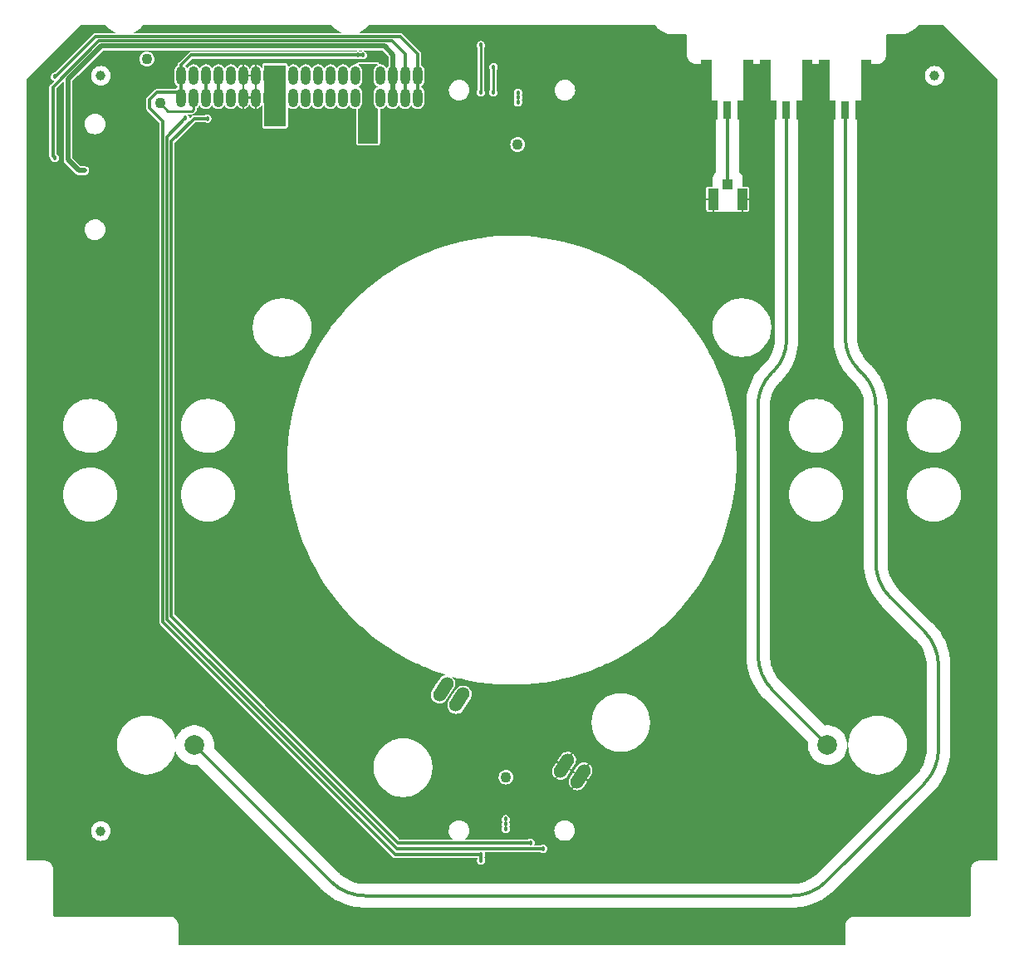
<source format=gbr>
%TF.GenerationSoftware,KiCad,Pcbnew,6.0.11+dfsg-1*%
%TF.CreationDate,2023-02-20T23:54:33-08:00*%
%TF.ProjectId,minusz-end-card-oresat0,6d696e75-737a-42d6-956e-642d63617264,rev?*%
%TF.SameCoordinates,Original*%
%TF.FileFunction,Copper,L1,Top*%
%TF.FilePolarity,Positive*%
%FSLAX46Y46*%
G04 Gerber Fmt 4.6, Leading zero omitted, Abs format (unit mm)*
G04 Created by KiCad (PCBNEW 6.0.11+dfsg-1) date 2023-02-20 23:54:33*
%MOMM*%
%LPD*%
G01*
G04 APERTURE LIST*
G04 Aperture macros list*
%AMHorizOval*
0 Thick line with rounded ends*
0 $1 width*
0 $2 $3 position (X,Y) of the first rounded end (center of the circle)*
0 $4 $5 position (X,Y) of the second rounded end (center of the circle)*
0 Add line between two ends*
20,1,$1,$2,$3,$4,$5,0*
0 Add two circle primitives to create the rounded ends*
1,1,$1,$2,$3*
1,1,$1,$4,$5*%
%AMFreePoly0*
4,1,7,0.203200,0.889000,0.762000,0.889000,0.762000,-1.016000,-0.889000,-1.016000,-0.889000,5.080000,0.203200,5.080000,0.203200,0.889000,0.203200,0.889000,$1*%
%AMFreePoly1*
4,1,7,0.889000,-1.016000,-0.762000,-1.016000,-0.762000,0.889000,-0.203200,0.889000,-0.203200,5.080000,0.889000,5.080000,0.889000,-1.016000,0.889000,-1.016000,$1*%
%AMFreePoly2*
4,1,9,0.381000,0.751000,0.190000,0.751000,0.190000,-0.250000,-0.190000,-0.250000,-0.190000,0.751000,-0.381000,0.751000,-0.381000,2.529000,0.381000,2.529000,0.381000,0.751000,0.381000,0.751000,$1*%
G04 Aperture macros list end*
%TA.AperFunction,SMDPad,CuDef*%
%ADD10FreePoly0,0.000000*%
%TD*%
%TA.AperFunction,SMDPad,CuDef*%
%ADD11FreePoly1,0.000000*%
%TD*%
%TA.AperFunction,SMDPad,CuDef*%
%ADD12FreePoly2,0.000000*%
%TD*%
%TA.AperFunction,TestPad*%
%ADD13C,1.100000*%
%TD*%
%TA.AperFunction,ComponentPad*%
%ADD14O,0.965200X1.930400*%
%TD*%
%TA.AperFunction,ComponentPad*%
%ADD15C,2.000000*%
%TD*%
%TA.AperFunction,SMDPad,CuDef*%
%ADD16C,1.000000*%
%TD*%
%TA.AperFunction,SMDPad,CuDef*%
%ADD17R,1.000000X1.050000*%
%TD*%
%TA.AperFunction,SMDPad,CuDef*%
%ADD18R,1.050000X2.200000*%
%TD*%
%TA.AperFunction,ComponentPad*%
%ADD19HorizOval,1.350000X-0.361186X-0.570237X0.361186X0.570237X0*%
%TD*%
%TA.AperFunction,ViaPad*%
%ADD20C,0.457200*%
%TD*%
%TA.AperFunction,Conductor*%
%ADD21C,0.300000*%
%TD*%
%TA.AperFunction,Conductor*%
%ADD22C,0.500000*%
%TD*%
%TA.AperFunction,Conductor*%
%ADD23C,0.380000*%
%TD*%
%TA.AperFunction,Conductor*%
%ADD24C,0.250000*%
%TD*%
G04 APERTURE END LIST*
D10*
%TO.P,CM2,GND,SHIELD3*%
%TO.N,GND*%
X174722002Y-66779993D03*
D11*
X178278002Y-66779993D03*
D12*
%TO.P,CM2,RF,CENTER*%
%TO.N,/L BAND/LBAND*%
X176500002Y-68419993D03*
%TD*%
D13*
%TO.P,TP6,1,1*%
%TO.N,/CONNECTORS/-X_AUX*%
X149100002Y-70299993D03*
%TD*%
D11*
%TO.P,CM3,GND,SHIELD3*%
%TO.N,GND*%
X184278002Y-66779993D03*
D10*
X180722002Y-66779993D03*
D12*
%TO.P,CM3,RF,CENTER*%
%TO.N,/UHF/UHF*%
X182500002Y-68419993D03*
%TD*%
D14*
%TO.P,J1,1*%
%TO.N,/CONNECTORS/MAG-SDA*%
X138911502Y-63293193D03*
%TO.P,J1,2*%
X138911502Y-65528393D03*
%TO.P,J1,3*%
%TO.N,/CONNECTORS/MAG-SCL*%
X137641502Y-63293193D03*
%TO.P,J1,4*%
X137641502Y-65528393D03*
%TO.P,J1,5*%
%TO.N,/CONNECTORS/MAG-POWER*%
X136371502Y-63293193D03*
%TO.P,J1,6*%
X136371502Y-65528393D03*
%TO.P,J1,7*%
%TO.N,unconnected-(J1-Pad7)*%
X135101502Y-63293193D03*
%TO.P,J1,8*%
%TO.N,unconnected-(J1-Pad8)*%
X135101502Y-65528393D03*
%TO.P,J1,9*%
%TO.N,/CONNECTORS/TURNSTILE-DEPLOY*%
X133831502Y-63293193D03*
%TO.P,J1,10*%
X133831502Y-65528393D03*
%TO.P,J1,11*%
%TO.N,unconnected-(J1-Pad11)*%
X132561502Y-63293193D03*
%TO.P,J1,12*%
%TO.N,unconnected-(J1-Pad12)*%
X132561502Y-65528393D03*
%TO.P,J1,13*%
%TO.N,unconnected-(J1-Pad13)*%
X131291502Y-63293193D03*
%TO.P,J1,14*%
%TO.N,unconnected-(J1-Pad14)*%
X131291502Y-65528393D03*
%TO.P,J1,15*%
%TO.N,unconnected-(J1-Pad15)*%
X130021502Y-63293193D03*
%TO.P,J1,16*%
%TO.N,unconnected-(J1-Pad16)*%
X130021502Y-65528393D03*
%TO.P,J1,17*%
%TO.N,unconnected-(J1-Pad17)*%
X128751502Y-63293193D03*
%TO.P,J1,18*%
%TO.N,unconnected-(J1-Pad18)*%
X128751502Y-65528393D03*
%TO.P,J1,19*%
%TO.N,unconnected-(J1-Pad19)*%
X127481502Y-63293193D03*
%TO.P,J1,20*%
%TO.N,unconnected-(J1-Pad20)*%
X127481502Y-65528393D03*
%TO.P,J1,21*%
%TO.N,unconnected-(J1-Pad21)*%
X126211502Y-63293193D03*
%TO.P,J1,22*%
%TO.N,unconnected-(J1-Pad22)*%
X126211502Y-65528393D03*
%TO.P,J1,23*%
%TO.N,VBUS*%
X124941502Y-63293193D03*
%TO.P,J1,24*%
X124941502Y-65528393D03*
%TO.P,J1,25*%
X123671502Y-63293193D03*
%TO.P,J1,26*%
X123671502Y-65528393D03*
%TO.P,J1,27*%
%TO.N,GND*%
X122401502Y-63293193D03*
%TO.P,J1,28*%
X122401502Y-65528393D03*
%TO.P,J1,29*%
X121131502Y-63293193D03*
%TO.P,J1,30*%
X121131502Y-65528393D03*
%TO.P,J1,31*%
%TO.N,unconnected-(J1-Pad31)*%
X119861502Y-63293193D03*
%TO.P,J1,32*%
%TO.N,unconnected-(J1-Pad32)*%
X119861502Y-65528393D03*
%TO.P,J1,33*%
%TO.N,/CONNECTORS/CAN1_H*%
X118591502Y-63293193D03*
%TO.P,J1,34*%
X118591502Y-65528393D03*
%TO.P,J1,35*%
%TO.N,/CONNECTORS/CAN1_L*%
X117321502Y-63293193D03*
%TO.P,J1,36*%
X117321502Y-65528393D03*
%TO.P,J1,37*%
%TO.N,/CONNECTORS/C3-UART-TX*%
X116051502Y-63293193D03*
%TO.P,J1,38*%
%TO.N,/CONNECTORS/C3-UART-RX*%
X116051502Y-65528393D03*
%TO.P,J1,39*%
%TO.N,/CONNECTORS/~{SD}*%
X114781502Y-63293193D03*
%TO.P,J1,40*%
X114781502Y-65528393D03*
%TD*%
D10*
%TO.P,CM1,GND,SHIELD3*%
%TO.N,GND*%
X168722009Y-66780003D03*
D11*
X172278009Y-66780003D03*
D12*
%TO.P,CM1,RF,CENTER*%
%TO.N,/L1 BAND/L1BAND*%
X170500009Y-68420003D03*
%TD*%
D13*
%TO.P,TP1,1,1*%
%TO.N,/CONNECTORS/C3-UART-TX*%
X111300002Y-61599993D03*
%TD*%
%TO.P,TP4,1,1*%
%TO.N,/CONNECTORS/+X_AUX*%
X147900002Y-134799993D03*
%TD*%
D15*
%TO.P,J6,1,Pin_1*%
%TO.N,/UHF/UHF*%
X116138459Y-131534934D03*
%TD*%
%TO.P,J4,1,Pin_1*%
%TO.N,/L BAND/LBAND*%
X180687300Y-131534900D03*
%TD*%
D16*
%TO.P,FID3,*%
%TO.N,*%
X191600002Y-63299993D03*
%TD*%
D17*
%TO.P,J2,1,In*%
%TO.N,/L1 BAND/L1BAND*%
X170500000Y-74350000D03*
D18*
%TO.P,J2,2,Ext*%
%TO.N,GND*%
X169025000Y-75875000D03*
X171975000Y-75875000D03*
%TD*%
D16*
%TO.P,FID1,*%
%TO.N,*%
X106600002Y-140299993D03*
%TD*%
D13*
%TO.P,TP2,1,1*%
%TO.N,/CONNECTORS/C3-UART-RX*%
X112647902Y-66087193D03*
%TD*%
D16*
%TO.P,FID2,*%
%TO.N,*%
X106600002Y-63299993D03*
%TD*%
D19*
%TO.P,R1,1*%
%TO.N,/CONNECTORS/TURNSTILE-DEPLOY*%
X141488200Y-125837710D03*
X143177790Y-126907889D03*
%TO.P,R1,2*%
%TO.N,GND*%
X153822210Y-133650021D03*
X155511800Y-134720200D03*
%TD*%
D20*
%TO.N,/CONNECTORS/MAG-SDA*%
X101929102Y-63394793D03*
%TO.N,GND*%
X183200000Y-95000000D03*
X180800000Y-88200000D03*
X175400000Y-102400000D03*
X184200000Y-79200000D03*
X180800000Y-76200000D03*
X172400000Y-125800000D03*
X160000000Y-70000000D03*
X197600002Y-90399993D03*
X183000000Y-145500000D03*
X152000000Y-148500000D03*
X180700000Y-133900000D03*
X155000000Y-125000000D03*
X159000000Y-124000000D03*
X180800000Y-79200000D03*
X158000000Y-148500000D03*
X125000000Y-110000000D03*
X99600002Y-114399993D03*
X108000000Y-145000000D03*
X180800000Y-70200000D03*
X172900000Y-77600000D03*
X165000000Y-135000000D03*
X140600002Y-58399993D03*
X171956902Y-68195393D03*
X107900002Y-148699993D03*
X109900002Y-72999993D03*
X124000000Y-120000000D03*
X183800000Y-103800000D03*
X180800000Y-90400000D03*
X99600002Y-102399993D03*
X185800000Y-117800000D03*
X193800000Y-133400000D03*
X172000000Y-70300000D03*
X99600002Y-122399993D03*
X180000000Y-120000000D03*
X110000000Y-115000000D03*
X181000000Y-92800000D03*
X171800000Y-123400000D03*
X170000000Y-114000000D03*
X190200000Y-127400000D03*
X166100002Y-59399993D03*
X122000000Y-135000000D03*
X197600002Y-142399993D03*
X140000000Y-80000000D03*
X105000000Y-130000000D03*
X193800000Y-121400000D03*
X197600002Y-66399993D03*
X150000000Y-130000000D03*
X187400000Y-94600000D03*
X197600002Y-106399993D03*
X189400000Y-121600000D03*
X117000000Y-135000000D03*
X163000000Y-142000000D03*
X99600002Y-70399993D03*
X168000000Y-77600000D03*
X175400000Y-96400000D03*
X190100002Y-148699993D03*
X168000000Y-74600000D03*
X183400002Y-148699993D03*
X140000000Y-148500000D03*
X140600002Y-151299993D03*
X128000000Y-141000000D03*
X110000000Y-125000000D03*
X99600002Y-90399993D03*
X197600002Y-98399993D03*
X193800000Y-124400000D03*
X180800000Y-82200000D03*
X183500000Y-140000000D03*
X105000000Y-120000000D03*
X126000000Y-139000000D03*
X174800000Y-72200000D03*
X181500000Y-142000000D03*
X183800000Y-115800000D03*
X187400000Y-109800000D03*
X180800000Y-73200000D03*
X179000000Y-148400000D03*
X175400000Y-99400000D03*
X149000000Y-148500000D03*
X173500002Y-62399993D03*
X145000000Y-75000000D03*
X99600002Y-86399993D03*
X162200000Y-145200000D03*
X147200000Y-145200000D03*
X120000000Y-91000000D03*
X121000000Y-139000000D03*
X180800000Y-79200000D03*
X175400000Y-108400000D03*
X167400002Y-62399993D03*
X113200002Y-148699993D03*
X134000000Y-148500000D03*
X197600002Y-94399993D03*
X170000000Y-130000000D03*
X110000000Y-135000000D03*
X129000000Y-147000000D03*
X124000000Y-100000000D03*
X176600000Y-94600000D03*
X182300000Y-133400000D03*
X171800000Y-117400000D03*
X180600002Y-151299993D03*
X184200000Y-70200000D03*
X191000000Y-137500000D03*
X176000000Y-148500000D03*
X197600002Y-86399993D03*
X138200000Y-145200000D03*
X159200000Y-145200000D03*
X174800000Y-84200000D03*
X99600002Y-82399993D03*
X184200000Y-76200000D03*
X110000000Y-90000000D03*
X131000000Y-148300000D03*
X165000000Y-130000000D03*
X180800000Y-79200000D03*
X169000000Y-70300000D03*
X120600002Y-151299993D03*
X197600002Y-122399993D03*
X180800000Y-85200000D03*
X184200000Y-73200000D03*
X197600002Y-82399993D03*
X175400000Y-105400000D03*
X190000000Y-85000000D03*
X161000000Y-82000000D03*
X170000000Y-148500000D03*
X184656902Y-68195393D03*
X148000000Y-78000000D03*
X180800000Y-76200000D03*
X117900000Y-129900000D03*
X178200000Y-75200000D03*
X111100002Y-58399993D03*
X144600002Y-151299993D03*
X123000000Y-141000000D03*
X175400000Y-120400000D03*
X185600002Y-65299993D03*
X195000000Y-90000000D03*
X128600002Y-151299993D03*
X172000000Y-72800000D03*
X132000000Y-120000000D03*
X156600002Y-151299993D03*
X178200000Y-69200000D03*
X178200000Y-92800000D03*
X116200000Y-129200000D03*
X167400002Y-64899993D03*
X175400000Y-114400000D03*
X115000000Y-126000000D03*
X184200000Y-82200000D03*
X146577302Y-139598593D03*
X163600002Y-62399993D03*
X193800000Y-130400000D03*
X183800000Y-106800000D03*
X169035902Y-68195393D03*
X174800000Y-87200000D03*
X135200000Y-145200000D03*
X187400000Y-103800000D03*
X197600002Y-114399993D03*
X99600002Y-74399993D03*
X171800000Y-99400000D03*
X130000000Y-143000000D03*
X99600002Y-106399993D03*
X195000000Y-70000000D03*
X99600002Y-118399993D03*
X104600002Y-58399993D03*
X195000000Y-80000000D03*
X99600002Y-142399993D03*
X102100002Y-144199993D03*
X133000000Y-77000000D03*
X115000000Y-75000000D03*
X114600000Y-133400000D03*
X185600002Y-62399993D03*
X171800000Y-114400000D03*
X197600002Y-74399993D03*
X175400000Y-117400000D03*
X181000000Y-147500000D03*
X173000000Y-74600000D03*
X180700000Y-129100000D03*
X120000000Y-80000000D03*
X171800000Y-111400000D03*
X187600000Y-119600000D03*
X184200000Y-88200000D03*
X108400002Y-63299993D03*
X193000000Y-135500000D03*
X155000000Y-75000000D03*
X187400000Y-112800000D03*
X185000000Y-90000000D03*
X190200000Y-132200000D03*
X179500002Y-65399993D03*
X153000000Y-79000000D03*
X116600002Y-151299993D03*
X187000000Y-141500000D03*
X180800000Y-73200000D03*
X188400000Y-115200000D03*
X178200000Y-84200000D03*
X124600002Y-151299993D03*
X172600002Y-151299993D03*
X189500000Y-134000000D03*
X116100000Y-134000000D03*
X165200000Y-145200000D03*
X171200000Y-145200000D03*
X171800000Y-105400000D03*
X99600002Y-134399993D03*
X175600000Y-123300000D03*
X179500002Y-62399993D03*
X180542102Y-68195393D03*
X190200000Y-130400000D03*
X197600002Y-130399993D03*
X173600000Y-68200000D03*
X128000000Y-115000000D03*
X143000000Y-79000000D03*
X165000000Y-120000000D03*
X174200000Y-145200000D03*
X197600002Y-110399993D03*
X171800000Y-120400000D03*
X115000000Y-85000000D03*
X124000000Y-137000000D03*
X185200000Y-92000000D03*
X114300000Y-129900000D03*
X197600002Y-138399993D03*
X185000000Y-143500000D03*
X120000000Y-133000000D03*
X144200000Y-145200000D03*
X178200000Y-72200000D03*
X146577302Y-135598593D03*
X184200000Y-85200000D03*
X125000000Y-75000000D03*
X183800000Y-109800000D03*
X177000000Y-125400000D03*
X183800000Y-112800000D03*
X182500000Y-129900000D03*
X178200000Y-90400000D03*
X171800000Y-96400000D03*
X164600002Y-151299993D03*
X176400000Y-129800000D03*
X178200000Y-87200000D03*
X190000000Y-145000000D03*
X169000000Y-72800000D03*
X174800000Y-69200000D03*
X174800000Y-75200000D03*
X141200000Y-145200000D03*
X118600002Y-58399993D03*
X178100000Y-131600000D03*
X115000000Y-145000000D03*
X125000000Y-143000000D03*
X165000000Y-75000000D03*
X152300002Y-58399993D03*
X161000000Y-148500000D03*
X119000000Y-137000000D03*
X150200000Y-145200000D03*
X99600002Y-78399993D03*
X172400000Y-93500000D03*
X146577302Y-136098593D03*
X124000000Y-106000000D03*
X154000000Y-129000000D03*
X99600002Y-126399993D03*
X197600002Y-134399993D03*
X190000000Y-65000000D03*
X192300002Y-58499993D03*
X165000000Y-85000000D03*
X136600002Y-151299993D03*
X118600000Y-131500000D03*
X99600002Y-98399993D03*
X197600002Y-126399993D03*
X195000002Y-148699993D03*
X176600002Y-151299993D03*
X110000000Y-85000000D03*
X137000000Y-148500000D03*
X155000000Y-148500000D03*
X175000000Y-135000000D03*
X105000000Y-90000000D03*
X178600000Y-68200000D03*
X192200000Y-119000000D03*
X162900002Y-58399993D03*
X167000000Y-148500000D03*
X187500000Y-136000000D03*
X156200000Y-145200000D03*
X187400000Y-97800000D03*
X127000000Y-145000000D03*
X180800000Y-76200000D03*
X180000000Y-115000000D03*
X167000000Y-87000000D03*
X160600002Y-151299993D03*
X143000000Y-148500000D03*
X168200000Y-145200000D03*
X185000000Y-125000000D03*
X132200000Y-144800000D03*
X146000000Y-148500000D03*
X174800000Y-78200000D03*
X189000000Y-139500000D03*
X171800000Y-102400000D03*
X180800000Y-82200000D03*
X173000000Y-148500000D03*
X165000000Y-125000000D03*
X99600002Y-66399993D03*
X174600000Y-91200000D03*
X153200000Y-145200000D03*
X193800000Y-127400000D03*
X197600002Y-102399993D03*
X146577302Y-139098593D03*
X174800000Y-81200000D03*
X175400000Y-111400000D03*
X185500000Y-138000000D03*
X171800000Y-108400000D03*
X197600002Y-78399993D03*
X160000000Y-80000000D03*
X183800000Y-100800000D03*
X116700002Y-61999993D03*
X168600002Y-151299993D03*
X134000000Y-84000000D03*
X174200000Y-127600000D03*
X99600002Y-138399993D03*
X176900000Y-145200000D03*
X197600002Y-70399993D03*
X102000002Y-148699993D03*
X178200000Y-81200000D03*
X190200000Y-117000000D03*
X187400000Y-100800000D03*
X126000000Y-93000000D03*
X190000000Y-75000000D03*
X132600002Y-151299993D03*
X190200000Y-124400000D03*
X148600002Y-151299993D03*
X99600002Y-110399993D03*
X148000000Y-127000000D03*
X187400000Y-106800000D03*
X152600002Y-151299993D03*
X99600002Y-130399993D03*
X197600002Y-118399993D03*
X178200000Y-78200000D03*
X179500000Y-144000000D03*
X179200000Y-127600000D03*
X173500002Y-65399993D03*
X178900000Y-133300000D03*
X183800000Y-97800000D03*
X164000000Y-148500000D03*
X99600002Y-94399993D03*
X154600002Y-68999993D03*
X191600002Y-64999993D03*
X195000002Y-144199993D03*
X170500000Y-77900000D03*
%TO.N,/CONNECTORS/MAG-SCL*%
X101929102Y-71700593D03*
%TO.N,/CONNECTORS/MAG-POWER*%
X104350002Y-72970593D03*
X104950002Y-72970593D03*
%TO.N,/CONNECTORS/~{SD}*%
X133300002Y-61199993D03*
X145362702Y-142700000D03*
X145362702Y-143300000D03*
X132800002Y-61199993D03*
%TO.N,/CONNECTORS/CAN1_H*%
X146628860Y-62433835D03*
X150397302Y-141500000D03*
X117448502Y-67661993D03*
X146601902Y-65000793D03*
%TO.N,/CONNECTORS/CAN1_L*%
X145331902Y-65000793D03*
X115237402Y-67642749D03*
X151662702Y-142100000D03*
X145331902Y-60180161D03*
%TO.N,/CONNECTORS/TURNSTILE-DEPLOY*%
X134491902Y-69668593D03*
X133191902Y-68968593D03*
X134491902Y-68968593D03*
X133891902Y-69368593D03*
X133191902Y-69668593D03*
%TO.N,VBUS*%
X147877702Y-140094793D03*
X123700002Y-67299993D03*
X123700002Y-67999993D03*
X124400002Y-67599993D03*
X147877702Y-139094793D03*
X125000002Y-67999993D03*
X147877702Y-139594793D03*
X125000002Y-67299993D03*
X149122302Y-65020393D03*
X149122302Y-66010993D03*
X149122302Y-65502993D03*
%TD*%
D21*
%TO.N,/CONNECTORS/MAG-SDA*%
X106049302Y-59299993D02*
X137100002Y-59299993D01*
X101954502Y-63394793D02*
X106049302Y-59299993D01*
X137100002Y-59299993D02*
X138915002Y-61114993D01*
X138915002Y-61114993D02*
X138915002Y-65034993D01*
X101929102Y-63394793D02*
X101954502Y-63394793D01*
%TO.N,/CONNECTORS/MAG-SCL*%
X137645002Y-61071993D02*
X137645002Y-65034993D01*
X106427090Y-59726993D02*
X136300002Y-59726993D01*
X101929102Y-71700593D02*
X101700502Y-71471993D01*
X101700502Y-64453581D02*
X106427090Y-59726993D01*
X136300002Y-59726993D02*
X137645002Y-61071993D01*
X101700502Y-71471993D02*
X101700502Y-64453581D01*
D22*
%TO.N,/CONNECTORS/MAG-POWER*%
X103253939Y-63644756D02*
X103253939Y-71874530D01*
X135500002Y-60253993D02*
X106644702Y-60253993D01*
X136375002Y-65034993D02*
X136375002Y-61128993D01*
X104350002Y-72970593D02*
X104950002Y-72970593D01*
X136375002Y-61128993D02*
X135500002Y-60253993D01*
X106644702Y-60253993D02*
X103253939Y-63644756D01*
X103253939Y-71874530D02*
X104350002Y-72970593D01*
D23*
%TO.N,/L BAND/LBAND*%
X175181982Y-93418018D02*
X174918019Y-93681981D01*
X173600000Y-96863961D02*
X173600000Y-122376532D01*
X175064466Y-125912066D02*
X180687300Y-131534900D01*
X176500002Y-68419993D02*
X176500002Y-90236037D01*
X173599973Y-96863961D02*
G75*
G02*
X174918019Y-93681981I4500027J-39D01*
G01*
X175181964Y-93418000D02*
G75*
G03*
X176500002Y-90236037I-3181964J3182000D01*
G01*
X175064482Y-125912050D02*
G75*
G02*
X173600000Y-122376532I3535518J3535550D01*
G01*
%TO.N,/UHF/UHF*%
X192000000Y-131928932D02*
X192000000Y-123471068D01*
X190535534Y-119935534D02*
X187064466Y-116464466D01*
X180564466Y-145435534D02*
X190535534Y-135464466D01*
X184281980Y-93681980D02*
X183818021Y-93218021D01*
X185600000Y-112928932D02*
X185600000Y-96863961D01*
X182500002Y-90036041D02*
X182500002Y-68419993D01*
X133574593Y-146900000D02*
X177028932Y-146900000D01*
X116138459Y-131534934D02*
X130039059Y-145435534D01*
X190535518Y-119935550D02*
G75*
G02*
X192000000Y-123471068I-3535518J-3535550D01*
G01*
X177028932Y-146900022D02*
G75*
G03*
X180564465Y-145435533I-32J5000022D01*
G01*
X182499973Y-90036041D02*
G75*
G03*
X183818021Y-93218021I4500027J41D01*
G01*
X130039063Y-145435530D02*
G75*
G03*
X133574593Y-146900000I3535537J3535530D01*
G01*
X190535518Y-135464450D02*
G75*
G03*
X192000000Y-131928932I-3535518J3535550D01*
G01*
X185600027Y-96863961D02*
G75*
G03*
X184281980Y-93681980I-4500027J-39D01*
G01*
X185599978Y-112928932D02*
G75*
G03*
X187064467Y-116464465I5000022J32D01*
G01*
D21*
%TO.N,/CONNECTORS/~{SD}*%
X112932582Y-67946673D02*
X111581102Y-66595193D01*
X114785002Y-63764993D02*
X114785002Y-65034993D01*
X145362702Y-143300000D02*
X145362702Y-142700000D01*
X112932582Y-119032582D02*
X112932582Y-67946673D01*
X132800002Y-61199993D02*
X115800002Y-61199993D01*
X111581102Y-66595193D02*
X111581102Y-65756993D01*
X136600000Y-142700000D02*
X112932582Y-119032582D01*
X111581102Y-65756993D02*
X112338102Y-64999993D01*
X114785002Y-63764993D02*
X114785002Y-62214993D01*
X115800002Y-61199993D02*
X114785002Y-62214993D01*
X133300002Y-61199993D02*
X132800002Y-61199993D01*
X112338102Y-64999993D02*
X114750002Y-64999993D01*
X145362702Y-142700000D02*
X136600000Y-142700000D01*
%TO.N,/CONNECTORS/CAN1_H*%
X116109242Y-67661993D02*
X117448502Y-67661993D01*
X150397302Y-141500000D02*
X136900000Y-141500000D01*
X136900000Y-141500000D02*
X113785622Y-118385622D01*
X113785622Y-118385622D02*
X113785622Y-69985613D01*
X118595002Y-65034993D02*
X118595002Y-63764993D01*
D24*
X146601902Y-62460793D02*
X146628860Y-62433835D01*
D21*
X113785622Y-69985613D02*
X116109242Y-67661993D01*
D24*
X146601902Y-65000793D02*
X146601902Y-62460793D01*
D21*
%TO.N,/CONNECTORS/CAN1_L*%
X151662702Y-142100000D02*
X136750000Y-142100000D01*
X117325002Y-63764993D02*
X117325002Y-65034993D01*
X113359102Y-69521049D02*
X115237402Y-67642749D01*
D24*
X145331902Y-65000793D02*
X145331902Y-60180161D01*
D21*
X136750000Y-142100000D02*
X113359102Y-118709102D01*
X113359102Y-118709102D02*
X113359102Y-69521049D01*
D24*
%TO.N,/CONNECTORS/C3-UART-RX*%
X116055002Y-65049293D02*
X116051502Y-65045793D01*
X115899102Y-66899993D02*
X116055002Y-66744093D01*
X112647902Y-66087193D02*
X113460702Y-66899993D01*
X113460702Y-66899993D02*
X115899102Y-66899993D01*
X116055002Y-66744093D02*
X116055002Y-65049293D01*
D23*
%TO.N,/L1 BAND/L1BAND*%
X170500009Y-74349991D02*
X170500000Y-74350000D01*
X170500009Y-68420003D02*
X170500009Y-74349991D01*
%TD*%
%TA.AperFunction,Conductor*%
%TO.N,VBUS*%
G36*
X125454496Y-62245499D02*
G01*
X125463502Y-62267243D01*
X125463502Y-68432743D01*
X125454496Y-68454487D01*
X125432752Y-68463493D01*
X123267252Y-68463493D01*
X123245508Y-68454487D01*
X123236502Y-68432743D01*
X123236502Y-62267243D01*
X123245508Y-62245499D01*
X123267252Y-62236493D01*
X125432752Y-62236493D01*
X125454496Y-62245499D01*
G37*
%TD.AperFunction*%
%TD*%
%TA.AperFunction,Conductor*%
%TO.N,/CONNECTORS/TURNSTILE-DEPLOY*%
G36*
X134813224Y-62145499D02*
G01*
X134822230Y-62167243D01*
X134813224Y-62188987D01*
X134805585Y-62194568D01*
X134714723Y-62241465D01*
X134590131Y-62350153D01*
X134495062Y-62485423D01*
X134435003Y-62639465D01*
X134434762Y-62641299D01*
X134434761Y-62641301D01*
X134434083Y-62646454D01*
X134418402Y-62765566D01*
X134418402Y-63817251D01*
X134418513Y-63818165D01*
X134418513Y-63818172D01*
X134418954Y-63821813D01*
X134433248Y-63939932D01*
X134491690Y-64094595D01*
X134492739Y-64096122D01*
X134492740Y-64096123D01*
X134497108Y-64102478D01*
X134585338Y-64230853D01*
X134586724Y-64232088D01*
X134586725Y-64232089D01*
X134707400Y-64339607D01*
X134708784Y-64340840D01*
X134710420Y-64341706D01*
X134710421Y-64341707D01*
X134789632Y-64383647D01*
X134804634Y-64401781D01*
X134802419Y-64425212D01*
X134789347Y-64438148D01*
X134751018Y-64457932D01*
X134714723Y-64476665D01*
X134590131Y-64585353D01*
X134495062Y-64720623D01*
X134435003Y-64874665D01*
X134434762Y-64876499D01*
X134434761Y-64876501D01*
X134434083Y-64881654D01*
X134418402Y-65000766D01*
X134418402Y-66052451D01*
X134418513Y-66053365D01*
X134418513Y-66053372D01*
X134418954Y-66057013D01*
X134433248Y-66175132D01*
X134491690Y-66329795D01*
X134492739Y-66331322D01*
X134492740Y-66331323D01*
X134497108Y-66337678D01*
X134585338Y-66466053D01*
X134586724Y-66467288D01*
X134586725Y-66467289D01*
X134707400Y-66574807D01*
X134708784Y-66576040D01*
X134710419Y-66576906D01*
X134710421Y-66576907D01*
X134847141Y-66649296D01*
X134862143Y-66667430D01*
X134863502Y-66676472D01*
X134863502Y-70161543D01*
X134854496Y-70183287D01*
X134832752Y-70192293D01*
X132867252Y-70192293D01*
X132845508Y-70183287D01*
X132836502Y-70161543D01*
X132836502Y-66656548D01*
X132845508Y-66634804D01*
X132853148Y-66629223D01*
X132948281Y-66580121D01*
X133072873Y-66471433D01*
X133167942Y-66336163D01*
X133228001Y-66182121D01*
X133228693Y-66176870D01*
X133244471Y-66057013D01*
X133244602Y-66056020D01*
X133244602Y-65004335D01*
X133244292Y-65001769D01*
X133229979Y-64883500D01*
X133229756Y-64881654D01*
X133171314Y-64726991D01*
X133166938Y-64720623D01*
X133078718Y-64592264D01*
X133077666Y-64590733D01*
X133073331Y-64586870D01*
X132955604Y-64481979D01*
X132955603Y-64481979D01*
X132954220Y-64480746D01*
X132946513Y-64476665D01*
X132873372Y-64437939D01*
X132858370Y-64419805D01*
X132860585Y-64396374D01*
X132873657Y-64383438D01*
X132911986Y-64363654D01*
X132948281Y-64344921D01*
X133072873Y-64236233D01*
X133167942Y-64100963D01*
X133228001Y-63946921D01*
X133228693Y-63941670D01*
X133244471Y-63821813D01*
X133244602Y-63820820D01*
X133244602Y-62769135D01*
X133244292Y-62766569D01*
X133229979Y-62648300D01*
X133229756Y-62646454D01*
X133171314Y-62491791D01*
X133166938Y-62485423D01*
X133078718Y-62357064D01*
X133077666Y-62355533D01*
X133073331Y-62351670D01*
X132955604Y-62246779D01*
X132955603Y-62246779D01*
X132954220Y-62245546D01*
X132946513Y-62241465D01*
X132918775Y-62226779D01*
X132857656Y-62194418D01*
X132842655Y-62176285D01*
X132844870Y-62152854D01*
X132863004Y-62137852D01*
X132872046Y-62136493D01*
X134791480Y-62136493D01*
X134813224Y-62145499D01*
G37*
%TD.AperFunction*%
%TD*%
%TA.AperFunction,Conductor*%
%TO.N,GND*%
G36*
X107076671Y-58095699D02*
G01*
X107080560Y-58100458D01*
X107108812Y-58143095D01*
X107109422Y-58143807D01*
X107109425Y-58143811D01*
X107299327Y-58365466D01*
X107299945Y-58366187D01*
X107517045Y-58564099D01*
X107517818Y-58564646D01*
X107517819Y-58564647D01*
X107756046Y-58733285D01*
X107756053Y-58733289D01*
X107756821Y-58733833D01*
X107757651Y-58734279D01*
X107757658Y-58734283D01*
X107939211Y-58831774D01*
X108015638Y-58872815D01*
X108016516Y-58873155D01*
X108060176Y-58890069D01*
X108077198Y-58906322D01*
X108077742Y-58929851D01*
X108061489Y-58946873D01*
X108049068Y-58949493D01*
X106089992Y-58949493D01*
X106083520Y-58948804D01*
X106068528Y-58945576D01*
X106068527Y-58945576D01*
X106066042Y-58945041D01*
X106030227Y-58949280D01*
X106026613Y-58949493D01*
X106020187Y-58949493D01*
X106018940Y-58949701D01*
X106018935Y-58949701D01*
X106006344Y-58951797D01*
X106000608Y-58952752D01*
X105999188Y-58952954D01*
X105950164Y-58958756D01*
X105947276Y-58960143D01*
X105946486Y-58960522D01*
X105938226Y-58963134D01*
X105936713Y-58963386D01*
X105936709Y-58963387D01*
X105934199Y-58963805D01*
X105903902Y-58980153D01*
X105890764Y-58987242D01*
X105889473Y-58987900D01*
X105848559Y-59007546D01*
X105844976Y-59009267D01*
X105843498Y-59010509D01*
X105843495Y-59010511D01*
X105841531Y-59012162D01*
X105841028Y-59012585D01*
X105840573Y-59013040D01*
X105840058Y-59013512D01*
X105839955Y-59013400D01*
X105833822Y-59017966D01*
X105833755Y-59018002D01*
X105831508Y-59019215D01*
X105829783Y-59021081D01*
X105796600Y-59056978D01*
X105795764Y-59057849D01*
X101897296Y-62956317D01*
X101875365Y-62965322D01*
X101872464Y-62965304D01*
X101872461Y-62965304D01*
X101870268Y-62965291D01*
X101752085Y-62999068D01*
X101700110Y-63031862D01*
X101649986Y-63063487D01*
X101649984Y-63063489D01*
X101648134Y-63064656D01*
X101566769Y-63156784D01*
X101514531Y-63268046D01*
X101511509Y-63287457D01*
X101495969Y-63387263D01*
X101495621Y-63389497D01*
X101511559Y-63511373D01*
X101561062Y-63623878D01*
X101640152Y-63717967D01*
X101641976Y-63719181D01*
X101641977Y-63719182D01*
X101660251Y-63731346D01*
X101742470Y-63786075D01*
X101744557Y-63786727D01*
X101744559Y-63786728D01*
X101792901Y-63801831D01*
X101810969Y-63816912D01*
X101813082Y-63840352D01*
X101805475Y-63852926D01*
X101481429Y-64176972D01*
X101476365Y-64181061D01*
X101461350Y-64190756D01*
X101439024Y-64219076D01*
X101436629Y-64221772D01*
X101432074Y-64226327D01*
X101427917Y-64232145D01*
X101420525Y-64242489D01*
X101419659Y-64243641D01*
X101389110Y-64282392D01*
X101388269Y-64284788D01*
X101387760Y-64286237D01*
X101383765Y-64293927D01*
X101381391Y-64297250D01*
X101380662Y-64299686D01*
X101380662Y-64299687D01*
X101367246Y-64344548D01*
X101366798Y-64345926D01*
X101350447Y-64392487D01*
X101350002Y-64397625D01*
X101350002Y-64398292D01*
X101349973Y-64398957D01*
X101349820Y-64398950D01*
X101348713Y-64406519D01*
X101348687Y-64406605D01*
X101348687Y-64406609D01*
X101347958Y-64409045D01*
X101348593Y-64425212D01*
X101349978Y-64460458D01*
X101350002Y-64461665D01*
X101350002Y-71431308D01*
X101349313Y-71437780D01*
X101345551Y-71455254D01*
X101345850Y-71457779D01*
X101349789Y-71491060D01*
X101350002Y-71494674D01*
X101350002Y-71501108D01*
X101350211Y-71502363D01*
X101353262Y-71520697D01*
X101353466Y-71522130D01*
X101359266Y-71571131D01*
X101360364Y-71573418D01*
X101360366Y-71573424D01*
X101361032Y-71574811D01*
X101363642Y-71583064D01*
X101363896Y-71584586D01*
X101364314Y-71587096D01*
X101383170Y-71622042D01*
X101387754Y-71630538D01*
X101388412Y-71631829D01*
X101409776Y-71676319D01*
X101411018Y-71677797D01*
X101411020Y-71677800D01*
X101412671Y-71679764D01*
X101413094Y-71680267D01*
X101413549Y-71680722D01*
X101414021Y-71681237D01*
X101413909Y-71681340D01*
X101418475Y-71687473D01*
X101419724Y-71689787D01*
X101421590Y-71691512D01*
X101457487Y-71724695D01*
X101458358Y-71725531D01*
X101498386Y-71765559D01*
X101507132Y-71783315D01*
X101511559Y-71817173D01*
X101561062Y-71929678D01*
X101640152Y-72023767D01*
X101742470Y-72091875D01*
X101744557Y-72092527D01*
X101744559Y-72092528D01*
X101857703Y-72127877D01*
X101857705Y-72127877D01*
X101859791Y-72128529D01*
X101907823Y-72129410D01*
X101980495Y-72130742D01*
X101980496Y-72130742D01*
X101982685Y-72130782D01*
X101984797Y-72130206D01*
X101984799Y-72130206D01*
X102025545Y-72119097D01*
X102101271Y-72098452D01*
X102103133Y-72097309D01*
X102103137Y-72097307D01*
X102204153Y-72035282D01*
X102206016Y-72034138D01*
X102231289Y-72006217D01*
X102287030Y-71944636D01*
X102287032Y-71944633D01*
X102288501Y-71943010D01*
X102342093Y-71832395D01*
X102362486Y-71711185D01*
X102362615Y-71700593D01*
X102361315Y-71691512D01*
X102345501Y-71581093D01*
X102345190Y-71578920D01*
X102294316Y-71467029D01*
X102266357Y-71434580D01*
X102215515Y-71375575D01*
X102214083Y-71373913D01*
X102212245Y-71372722D01*
X102212243Y-71372720D01*
X102112778Y-71308251D01*
X102112776Y-71308250D01*
X102110940Y-71307060D01*
X102072941Y-71295696D01*
X102054690Y-71280837D01*
X102051002Y-71266235D01*
X102051002Y-64611501D01*
X102060008Y-64589757D01*
X102750945Y-63898820D01*
X102772689Y-63889814D01*
X102794433Y-63898820D01*
X102803439Y-63920564D01*
X102803439Y-71845929D01*
X102803226Y-71849542D01*
X102798575Y-71888840D01*
X102808766Y-71944636D01*
X102809385Y-71948028D01*
X102809540Y-71948963D01*
X102818490Y-72008492D01*
X102819486Y-72010566D01*
X102819831Y-72011285D01*
X102822359Y-72019067D01*
X102822500Y-72019840D01*
X102822502Y-72019845D01*
X102822914Y-72022103D01*
X102823973Y-72024141D01*
X102850633Y-72075464D01*
X102851053Y-72076304D01*
X102877130Y-72130609D01*
X102878689Y-72132295D01*
X102878690Y-72132297D01*
X102879230Y-72132881D01*
X102883935Y-72139576D01*
X102884550Y-72140761D01*
X102884555Y-72140769D01*
X102885360Y-72142318D01*
X102889664Y-72147358D01*
X102928250Y-72185944D01*
X102929086Y-72186815D01*
X102969085Y-72230086D01*
X102971070Y-72231239D01*
X102971075Y-72231243D01*
X102973507Y-72232655D01*
X102979807Y-72237501D01*
X104011233Y-73268927D01*
X104013636Y-73271633D01*
X104038130Y-73302703D01*
X104040024Y-73304012D01*
X104087625Y-73336911D01*
X104088381Y-73337450D01*
X104136818Y-73373227D01*
X104139339Y-73374112D01*
X104139734Y-73374251D01*
X104147032Y-73377969D01*
X104149571Y-73379724D01*
X104206938Y-73397867D01*
X104207853Y-73398173D01*
X104230262Y-73406042D01*
X104264633Y-73418112D01*
X104267718Y-73418233D01*
X104275784Y-73419641D01*
X104278732Y-73420573D01*
X104280476Y-73420710D01*
X104280480Y-73420711D01*
X104284738Y-73421046D01*
X104284746Y-73421046D01*
X104285339Y-73421093D01*
X104339900Y-73421093D01*
X104341107Y-73421117D01*
X104397701Y-73423341D01*
X104397702Y-73423341D01*
X104399996Y-73423431D01*
X104402213Y-73422843D01*
X104402214Y-73422843D01*
X104404940Y-73422120D01*
X104412822Y-73421093D01*
X104983852Y-73421093D01*
X104984981Y-73420923D01*
X104984985Y-73420923D01*
X105081692Y-73406384D01*
X105081695Y-73406383D01*
X105083964Y-73406042D01*
X105141491Y-73378418D01*
X105204012Y-73348396D01*
X105204014Y-73348394D01*
X105206081Y-73347402D01*
X105305558Y-73255447D01*
X105373598Y-73138306D01*
X105386320Y-73083421D01*
X105403669Y-73008575D01*
X105403669Y-73008572D01*
X105404187Y-73006338D01*
X105394619Y-72871209D01*
X105345741Y-72744867D01*
X105261874Y-72638483D01*
X105150433Y-72561462D01*
X105021272Y-72520613D01*
X105019524Y-72520475D01*
X105019522Y-72520475D01*
X105015266Y-72520140D01*
X105015258Y-72520140D01*
X105014665Y-72520093D01*
X104549343Y-72520093D01*
X104527599Y-72511087D01*
X103713445Y-71696933D01*
X103704439Y-71675189D01*
X103704439Y-68207624D01*
X104944445Y-68207624D01*
X104944581Y-68209119D01*
X104944581Y-68209121D01*
X104958741Y-68364710D01*
X104963116Y-68412790D01*
X105021282Y-68610421D01*
X105021977Y-68611750D01*
X105021978Y-68611753D01*
X105043424Y-68652775D01*
X105116728Y-68792991D01*
X105117665Y-68794156D01*
X105117666Y-68794158D01*
X105244879Y-68952380D01*
X105244882Y-68952383D01*
X105245817Y-68953546D01*
X105403632Y-69085969D01*
X105584164Y-69185217D01*
X105780534Y-69247509D01*
X105940866Y-69265493D01*
X106051843Y-69265493D01*
X106052585Y-69265420D01*
X106052590Y-69265420D01*
X106203536Y-69250620D01*
X106203539Y-69250619D01*
X106205032Y-69250473D01*
X106206463Y-69250041D01*
X106206468Y-69250040D01*
X106325894Y-69213982D01*
X106402253Y-69190928D01*
X106584153Y-69094211D01*
X106666379Y-69027149D01*
X106742638Y-68964954D01*
X106742642Y-68964950D01*
X106743802Y-68964004D01*
X106875120Y-68805268D01*
X106973105Y-68624048D01*
X107034025Y-68427247D01*
X107055559Y-68222362D01*
X107043712Y-68092182D01*
X107037025Y-68018698D01*
X107037024Y-68018695D01*
X107036888Y-68017196D01*
X106978722Y-67819565D01*
X106964120Y-67791633D01*
X106924136Y-67715151D01*
X106883276Y-67636995D01*
X106833391Y-67574950D01*
X106755125Y-67477606D01*
X106755122Y-67477603D01*
X106754187Y-67476440D01*
X106694991Y-67426768D01*
X106597522Y-67344982D01*
X106596372Y-67344017D01*
X106458934Y-67268460D01*
X106417159Y-67245494D01*
X106417158Y-67245494D01*
X106415840Y-67244769D01*
X106219470Y-67182477D01*
X106059138Y-67164493D01*
X105948161Y-67164493D01*
X105947419Y-67164566D01*
X105947414Y-67164566D01*
X105796468Y-67179366D01*
X105796465Y-67179367D01*
X105794972Y-67179513D01*
X105793541Y-67179945D01*
X105793536Y-67179946D01*
X105690524Y-67211048D01*
X105597751Y-67239058D01*
X105415851Y-67335775D01*
X105367266Y-67375400D01*
X105257366Y-67465032D01*
X105257362Y-67465036D01*
X105256202Y-67465982D01*
X105255244Y-67467140D01*
X105255243Y-67467141D01*
X105164236Y-67577150D01*
X105124884Y-67624718D01*
X105026899Y-67805938D01*
X104965979Y-68002739D01*
X104944445Y-68207624D01*
X103704439Y-68207624D01*
X103704439Y-66578454D01*
X111226151Y-66578454D01*
X111226450Y-66580979D01*
X111230389Y-66614260D01*
X111230602Y-66617874D01*
X111230602Y-66624308D01*
X111230811Y-66625563D01*
X111233862Y-66643897D01*
X111234066Y-66645330D01*
X111235375Y-66656386D01*
X111239866Y-66694331D01*
X111240964Y-66696618D01*
X111240966Y-66696624D01*
X111241632Y-66698011D01*
X111244242Y-66706264D01*
X111244496Y-66707786D01*
X111244914Y-66710296D01*
X111256202Y-66731216D01*
X111268354Y-66753738D01*
X111269012Y-66755029D01*
X111290376Y-66799519D01*
X111291618Y-66800997D01*
X111291620Y-66801000D01*
X111293271Y-66802964D01*
X111293694Y-66803467D01*
X111294149Y-66803922D01*
X111294621Y-66804437D01*
X111294509Y-66804540D01*
X111299075Y-66810673D01*
X111300324Y-66812987D01*
X111302190Y-66814712D01*
X111338087Y-66847895D01*
X111338958Y-66848731D01*
X112573076Y-68082849D01*
X112582082Y-68104593D01*
X112582082Y-118991897D01*
X112581393Y-118998369D01*
X112577631Y-119015843D01*
X112577930Y-119018368D01*
X112581869Y-119051649D01*
X112582082Y-119055263D01*
X112582082Y-119061697D01*
X112582291Y-119062952D01*
X112585342Y-119081286D01*
X112585546Y-119082719D01*
X112591346Y-119131720D01*
X112592444Y-119134007D01*
X112592446Y-119134013D01*
X112593112Y-119135400D01*
X112595722Y-119143653D01*
X112595976Y-119145175D01*
X112596394Y-119147685D01*
X112615250Y-119182631D01*
X112619834Y-119191127D01*
X112620492Y-119192418D01*
X112641856Y-119236908D01*
X112643098Y-119238386D01*
X112643100Y-119238389D01*
X112644751Y-119240353D01*
X112645174Y-119240856D01*
X112645629Y-119241311D01*
X112646101Y-119241826D01*
X112645989Y-119241929D01*
X112650555Y-119248062D01*
X112651804Y-119250376D01*
X112653670Y-119252101D01*
X112689567Y-119285284D01*
X112690438Y-119286120D01*
X136323391Y-142919073D01*
X136327480Y-142924137D01*
X136337175Y-142939152D01*
X136365495Y-142961478D01*
X136368191Y-142963873D01*
X136372747Y-142968429D01*
X136373777Y-142969165D01*
X136388909Y-142979978D01*
X136390062Y-142980844D01*
X136428811Y-143011392D01*
X136432658Y-143012743D01*
X136440349Y-143016738D01*
X136443670Y-143019111D01*
X136446101Y-143019838D01*
X136490964Y-143033255D01*
X136492342Y-143033703D01*
X136511596Y-143040464D01*
X136538906Y-143050055D01*
X136544044Y-143050500D01*
X136544711Y-143050500D01*
X136545376Y-143050529D01*
X136545369Y-143050682D01*
X136552938Y-143051789D01*
X136553025Y-143051815D01*
X136553027Y-143051815D01*
X136555464Y-143052544D01*
X136606877Y-143050524D01*
X136608084Y-143050500D01*
X144957356Y-143050500D01*
X144979100Y-143059506D01*
X144988106Y-143081250D01*
X144985191Y-143094318D01*
X144948131Y-143173253D01*
X144938676Y-143233979D01*
X144931695Y-143278816D01*
X144929221Y-143294704D01*
X144933450Y-143327042D01*
X144941272Y-143386853D01*
X144945159Y-143416580D01*
X144994662Y-143529085D01*
X145073752Y-143623174D01*
X145176070Y-143691282D01*
X145178157Y-143691934D01*
X145178159Y-143691935D01*
X145291303Y-143727284D01*
X145291305Y-143727284D01*
X145293391Y-143727936D01*
X145341423Y-143728817D01*
X145414095Y-143730149D01*
X145414096Y-143730149D01*
X145416285Y-143730189D01*
X145418397Y-143729613D01*
X145418399Y-143729613D01*
X145459145Y-143718504D01*
X145534871Y-143697859D01*
X145536733Y-143696716D01*
X145536737Y-143696714D01*
X145637753Y-143634689D01*
X145639616Y-143633545D01*
X145689979Y-143577905D01*
X145720630Y-143544043D01*
X145720632Y-143544040D01*
X145722101Y-143542417D01*
X145757813Y-143468706D01*
X145774737Y-143433776D01*
X145774738Y-143433774D01*
X145775693Y-143431802D01*
X145783329Y-143386419D01*
X145791662Y-143336886D01*
X145796086Y-143310592D01*
X145796215Y-143300000D01*
X145795769Y-143296880D01*
X145782637Y-143205188D01*
X145778790Y-143178327D01*
X145727916Y-143066436D01*
X145720655Y-143058009D01*
X145713202Y-143037939D01*
X145713202Y-142964098D01*
X145720061Y-142946300D01*
X145719405Y-142945858D01*
X145720629Y-142944043D01*
X145722101Y-142942417D01*
X145775693Y-142831802D01*
X145796086Y-142710592D01*
X145796215Y-142700000D01*
X145778790Y-142578327D01*
X145740438Y-142493977D01*
X145739637Y-142470456D01*
X145755703Y-142453258D01*
X145768430Y-142450500D01*
X151405506Y-142450500D01*
X151422543Y-142455651D01*
X151476070Y-142491282D01*
X151478162Y-142491936D01*
X151478163Y-142491936D01*
X151591303Y-142527284D01*
X151591305Y-142527284D01*
X151593391Y-142527936D01*
X151641423Y-142528817D01*
X151714095Y-142530149D01*
X151714096Y-142530149D01*
X151716285Y-142530189D01*
X151718397Y-142529613D01*
X151718399Y-142529613D01*
X151759145Y-142518504D01*
X151834871Y-142497859D01*
X151836733Y-142496716D01*
X151836737Y-142496714D01*
X151937753Y-142434689D01*
X151939616Y-142433545D01*
X151960740Y-142410208D01*
X152020630Y-142344043D01*
X152020632Y-142344040D01*
X152022101Y-142342417D01*
X152075693Y-142231802D01*
X152096086Y-142110592D01*
X152096215Y-142100000D01*
X152078790Y-141978327D01*
X152027916Y-141866436D01*
X151947683Y-141773320D01*
X151945845Y-141772129D01*
X151945843Y-141772127D01*
X151846378Y-141707658D01*
X151846376Y-141707657D01*
X151844540Y-141706467D01*
X151778050Y-141686582D01*
X151728880Y-141671877D01*
X151728878Y-141671877D01*
X151726779Y-141671249D01*
X151665761Y-141670876D01*
X151606064Y-141670511D01*
X151606061Y-141670511D01*
X151603868Y-141670498D01*
X151485685Y-141704275D01*
X151428281Y-141740494D01*
X151421526Y-141744756D01*
X151405117Y-141749500D01*
X150802336Y-141749500D01*
X150780592Y-141740494D01*
X150771586Y-141718750D01*
X150774663Y-141705343D01*
X150809337Y-141633776D01*
X150809338Y-141633774D01*
X150810293Y-141631802D01*
X150830686Y-141510592D01*
X150830815Y-141500000D01*
X150813390Y-141378327D01*
X150762516Y-141266436D01*
X150736824Y-141236618D01*
X150683715Y-141174982D01*
X150682283Y-141173320D01*
X150680445Y-141172129D01*
X150680443Y-141172127D01*
X150580978Y-141107658D01*
X150580976Y-141107657D01*
X150579140Y-141106467D01*
X150512650Y-141086582D01*
X150463480Y-141071877D01*
X150463478Y-141071877D01*
X150461379Y-141071249D01*
X150400361Y-141070876D01*
X150340664Y-141070511D01*
X150340661Y-141070511D01*
X150338468Y-141070498D01*
X150336358Y-141071101D01*
X150245719Y-141097006D01*
X150220285Y-141104275D01*
X150179646Y-141129916D01*
X150156126Y-141144756D01*
X150139717Y-141149500D01*
X143760633Y-141149500D01*
X143738889Y-141140494D01*
X143729883Y-141118750D01*
X143738889Y-141097006D01*
X143741198Y-141094921D01*
X143857632Y-140999959D01*
X143857637Y-140999954D01*
X143858802Y-140999004D01*
X143985565Y-140845774D01*
X143989159Y-140841430D01*
X143989160Y-140841428D01*
X143990120Y-140840268D01*
X144088105Y-140659048D01*
X144149025Y-140462247D01*
X144170559Y-140257362D01*
X144167759Y-140226595D01*
X144155283Y-140089497D01*
X147444221Y-140089497D01*
X147460159Y-140211373D01*
X147481051Y-140258853D01*
X147493637Y-140287457D01*
X147509662Y-140323878D01*
X147588752Y-140417967D01*
X147590576Y-140419181D01*
X147590577Y-140419182D01*
X147684161Y-140481476D01*
X147691070Y-140486075D01*
X147693157Y-140486727D01*
X147693159Y-140486728D01*
X147806303Y-140522077D01*
X147806305Y-140522077D01*
X147808391Y-140522729D01*
X147856423Y-140523610D01*
X147929095Y-140524942D01*
X147929096Y-140524942D01*
X147931285Y-140524982D01*
X147933397Y-140524406D01*
X147933399Y-140524406D01*
X147974145Y-140513297D01*
X148049871Y-140492652D01*
X148051733Y-140491509D01*
X148051737Y-140491507D01*
X148152753Y-140429482D01*
X148154616Y-140428338D01*
X148175740Y-140405001D01*
X148235630Y-140338836D01*
X148235632Y-140338833D01*
X148237101Y-140337210D01*
X148282927Y-140242624D01*
X152829445Y-140242624D01*
X152829581Y-140244119D01*
X152829581Y-140244121D01*
X152846346Y-140428338D01*
X152848116Y-140447790D01*
X152906282Y-140645421D01*
X152906977Y-140646750D01*
X152906978Y-140646753D01*
X152919873Y-140671418D01*
X153001728Y-140827991D01*
X153002665Y-140829156D01*
X153002666Y-140829158D01*
X153129879Y-140987380D01*
X153129882Y-140987383D01*
X153130817Y-140988546D01*
X153131961Y-140989506D01*
X153131963Y-140989508D01*
X153268737Y-141104275D01*
X153288632Y-141120969D01*
X153469164Y-141220217D01*
X153665534Y-141282509D01*
X153825866Y-141300493D01*
X153936843Y-141300493D01*
X153937585Y-141300420D01*
X153937590Y-141300420D01*
X154088536Y-141285620D01*
X154088539Y-141285619D01*
X154090032Y-141285473D01*
X154091463Y-141285041D01*
X154091468Y-141285040D01*
X154210894Y-141248982D01*
X154287253Y-141225928D01*
X154469153Y-141129211D01*
X154592075Y-141028958D01*
X154627638Y-140999954D01*
X154627642Y-140999950D01*
X154628802Y-140999004D01*
X154755565Y-140845774D01*
X154759159Y-140841430D01*
X154759160Y-140841428D01*
X154760120Y-140840268D01*
X154858105Y-140659048D01*
X154919025Y-140462247D01*
X154940559Y-140257362D01*
X154937759Y-140226595D01*
X154922025Y-140053698D01*
X154922024Y-140053695D01*
X154921888Y-140052196D01*
X154863722Y-139854565D01*
X154859980Y-139847406D01*
X154806428Y-139744973D01*
X154768276Y-139671995D01*
X154757471Y-139658556D01*
X154640125Y-139512606D01*
X154640122Y-139512603D01*
X154639187Y-139511440D01*
X154587473Y-139468046D01*
X154482522Y-139379982D01*
X154481372Y-139379017D01*
X154366073Y-139315631D01*
X154302159Y-139280494D01*
X154302158Y-139280494D01*
X154300840Y-139279769D01*
X154104470Y-139217477D01*
X153944138Y-139199493D01*
X153833161Y-139199493D01*
X153832419Y-139199566D01*
X153832414Y-139199566D01*
X153681468Y-139214366D01*
X153681465Y-139214367D01*
X153679972Y-139214513D01*
X153678541Y-139214945D01*
X153678536Y-139214946D01*
X153559110Y-139251004D01*
X153482751Y-139274058D01*
X153300851Y-139370775D01*
X153233769Y-139425486D01*
X153142366Y-139500032D01*
X153142362Y-139500036D01*
X153141202Y-139500982D01*
X153140244Y-139502140D01*
X153140243Y-139502141D01*
X153055813Y-139604200D01*
X153009884Y-139659718D01*
X152911899Y-139840938D01*
X152850979Y-140037739D01*
X152829445Y-140242624D01*
X148282927Y-140242624D01*
X148289737Y-140228569D01*
X148289738Y-140228567D01*
X148290693Y-140226595D01*
X148311086Y-140105385D01*
X148311215Y-140094793D01*
X148310883Y-140092469D01*
X148294101Y-139975293D01*
X148293790Y-139973120D01*
X148242916Y-139861229D01*
X148242040Y-139860212D01*
X148237969Y-139837352D01*
X148240328Y-139830549D01*
X148241626Y-139827871D01*
X148288070Y-139732009D01*
X148289737Y-139728569D01*
X148289738Y-139728567D01*
X148290693Y-139726595D01*
X148311086Y-139605385D01*
X148311215Y-139594793D01*
X148310769Y-139591673D01*
X148294101Y-139475293D01*
X148293790Y-139473120D01*
X148250674Y-139378292D01*
X148243824Y-139363225D01*
X148243822Y-139363222D01*
X148242916Y-139361229D01*
X148242040Y-139360212D01*
X148237969Y-139337352D01*
X148240328Y-139330549D01*
X148241626Y-139327871D01*
X148290693Y-139226595D01*
X148292256Y-139217309D01*
X148310889Y-139106554D01*
X148311086Y-139105385D01*
X148311215Y-139094793D01*
X148310769Y-139091673D01*
X148294101Y-138975293D01*
X148293790Y-138973120D01*
X148242916Y-138861229D01*
X148162683Y-138768113D01*
X148160845Y-138766922D01*
X148160843Y-138766920D01*
X148061378Y-138702451D01*
X148061376Y-138702450D01*
X148059540Y-138701260D01*
X147993050Y-138681375D01*
X147943880Y-138666670D01*
X147943878Y-138666670D01*
X147941779Y-138666042D01*
X147880761Y-138665669D01*
X147821064Y-138665304D01*
X147821061Y-138665304D01*
X147818868Y-138665291D01*
X147700685Y-138699068D01*
X147648709Y-138731862D01*
X147598586Y-138763487D01*
X147598584Y-138763489D01*
X147596734Y-138764656D01*
X147515369Y-138856784D01*
X147463131Y-138968046D01*
X147444221Y-139089497D01*
X147460159Y-139211373D01*
X147484911Y-139267626D01*
X147504825Y-139312884D01*
X147509662Y-139323878D01*
X147511073Y-139325557D01*
X147512230Y-139327415D01*
X147511497Y-139327871D01*
X147517680Y-139347406D01*
X147514879Y-139357827D01*
X147463131Y-139468046D01*
X147444221Y-139589497D01*
X147460159Y-139711373D01*
X147509662Y-139823878D01*
X147511073Y-139825557D01*
X147512230Y-139827415D01*
X147511497Y-139827871D01*
X147517680Y-139847406D01*
X147514879Y-139857827D01*
X147463131Y-139968046D01*
X147462794Y-139970213D01*
X147450254Y-140050752D01*
X147444221Y-140089497D01*
X144155283Y-140089497D01*
X144152025Y-140053698D01*
X144152024Y-140053695D01*
X144151888Y-140052196D01*
X144093722Y-139854565D01*
X144089980Y-139847406D01*
X144036428Y-139744973D01*
X143998276Y-139671995D01*
X143987471Y-139658556D01*
X143870125Y-139512606D01*
X143870122Y-139512603D01*
X143869187Y-139511440D01*
X143817473Y-139468046D01*
X143712522Y-139379982D01*
X143711372Y-139379017D01*
X143596073Y-139315631D01*
X143532159Y-139280494D01*
X143532158Y-139280494D01*
X143530840Y-139279769D01*
X143334470Y-139217477D01*
X143174138Y-139199493D01*
X143063161Y-139199493D01*
X143062419Y-139199566D01*
X143062414Y-139199566D01*
X142911468Y-139214366D01*
X142911465Y-139214367D01*
X142909972Y-139214513D01*
X142908541Y-139214945D01*
X142908536Y-139214946D01*
X142789110Y-139251004D01*
X142712751Y-139274058D01*
X142530851Y-139370775D01*
X142463769Y-139425486D01*
X142372366Y-139500032D01*
X142372362Y-139500036D01*
X142371202Y-139500982D01*
X142370244Y-139502140D01*
X142370243Y-139502141D01*
X142285813Y-139604200D01*
X142239884Y-139659718D01*
X142141899Y-139840938D01*
X142080979Y-140037739D01*
X142059445Y-140242624D01*
X142059581Y-140244119D01*
X142059581Y-140244121D01*
X142076346Y-140428338D01*
X142078116Y-140447790D01*
X142136282Y-140645421D01*
X142136977Y-140646750D01*
X142136978Y-140646753D01*
X142149873Y-140671418D01*
X142231728Y-140827991D01*
X142232665Y-140829156D01*
X142232666Y-140829158D01*
X142359879Y-140987380D01*
X142359882Y-140987383D01*
X142360817Y-140988546D01*
X142361961Y-140989506D01*
X142361963Y-140989508D01*
X142408978Y-141028958D01*
X142487590Y-141094921D01*
X142487915Y-141095194D01*
X142498782Y-141116070D01*
X142491705Y-141138516D01*
X142470829Y-141149383D01*
X142468149Y-141149500D01*
X137057920Y-141149500D01*
X137036176Y-141140494D01*
X129730616Y-133834934D01*
X134412902Y-133834934D01*
X134458479Y-134355879D01*
X134458828Y-134357181D01*
X134589698Y-134845594D01*
X134593824Y-134860994D01*
X134814826Y-135334934D01*
X135114769Y-135763297D01*
X135484539Y-136133067D01*
X135912902Y-136433010D01*
X136386842Y-136654012D01*
X136388138Y-136654359D01*
X136388140Y-136654360D01*
X136693585Y-136736203D01*
X136891957Y-136789357D01*
X137412902Y-136834934D01*
X137933847Y-136789357D01*
X138132219Y-136736203D01*
X138437664Y-136654360D01*
X138437666Y-136654359D01*
X138438962Y-136654012D01*
X138912902Y-136433010D01*
X139341265Y-136133067D01*
X139420716Y-136053616D01*
X154773887Y-136053616D01*
X154777029Y-136057840D01*
X154812236Y-136077638D01*
X154815274Y-136078937D01*
X154989166Y-136131936D01*
X154992417Y-136132553D01*
X155173633Y-136146974D01*
X155176937Y-136146879D01*
X155357027Y-136122049D01*
X155360235Y-136121246D01*
X155530786Y-136058327D01*
X155533746Y-136056855D01*
X155686815Y-135958774D01*
X155689383Y-135956705D01*
X155818105Y-135827759D01*
X155819725Y-135825845D01*
X155822048Y-135822595D01*
X155822524Y-135821888D01*
X156180936Y-135256029D01*
X156181737Y-135251414D01*
X156179043Y-135247587D01*
X155544378Y-134845594D01*
X155539763Y-134844793D01*
X155535936Y-134847487D01*
X154774607Y-136049468D01*
X154773887Y-136053616D01*
X139420716Y-136053616D01*
X139711035Y-135763297D01*
X140010978Y-135334934D01*
X140231980Y-134860994D01*
X140236107Y-134845594D01*
X140251151Y-134789448D01*
X147144827Y-134789448D01*
X147150332Y-134845594D01*
X147155974Y-134903133D01*
X147161257Y-134957018D01*
X147214404Y-135116784D01*
X147215293Y-135118253D01*
X147215295Y-135118256D01*
X147285035Y-135233410D01*
X147301626Y-135260805D01*
X147302821Y-135262043D01*
X147302823Y-135262045D01*
X147417394Y-135380686D01*
X147418588Y-135381922D01*
X147559477Y-135474118D01*
X147561089Y-135474718D01*
X147561092Y-135474719D01*
X147628447Y-135499768D01*
X147717291Y-135532808D01*
X147884185Y-135555076D01*
X147982728Y-135546108D01*
X148050154Y-135539972D01*
X148050156Y-135539972D01*
X148051866Y-135539816D01*
X148211999Y-135487786D01*
X148356625Y-135401571D01*
X148376270Y-135382864D01*
X148398988Y-135361230D01*
X154296698Y-135361230D01*
X154296978Y-135364529D01*
X154331820Y-135542947D01*
X154332802Y-135546108D01*
X154405143Y-135712878D01*
X154406783Y-135715759D01*
X154513246Y-135863102D01*
X154515464Y-135865562D01*
X154617019Y-135956204D01*
X154621438Y-135957747D01*
X154623952Y-135956534D01*
X155386406Y-134752778D01*
X155387207Y-134748163D01*
X155384513Y-134744336D01*
X155302260Y-134692237D01*
X155636393Y-134692237D01*
X155639087Y-134696064D01*
X156273752Y-135098058D01*
X156278367Y-135098859D01*
X156282194Y-135096165D01*
X156617047Y-134567501D01*
X156617870Y-134566031D01*
X156677846Y-134443876D01*
X156678976Y-134440765D01*
X156722184Y-134264187D01*
X156722619Y-134260899D01*
X156726902Y-134079170D01*
X156726622Y-134075871D01*
X156691780Y-133897452D01*
X156690798Y-133894291D01*
X156618457Y-133727522D01*
X156616819Y-133724644D01*
X156510355Y-133577298D01*
X156508134Y-133574836D01*
X156406581Y-133484196D01*
X156402162Y-133482653D01*
X156399648Y-133483866D01*
X155637194Y-134687622D01*
X155636393Y-134692237D01*
X155302260Y-134692237D01*
X154749848Y-134342342D01*
X154745233Y-134341541D01*
X154741406Y-134344235D01*
X154406553Y-134872898D01*
X154405730Y-134874368D01*
X154345754Y-134996524D01*
X154344624Y-134999635D01*
X154301416Y-135176213D01*
X154300981Y-135179501D01*
X154296698Y-135361230D01*
X148398988Y-135361230D01*
X148477313Y-135286642D01*
X148477314Y-135286640D01*
X148478556Y-135285458D01*
X148571733Y-135145216D01*
X148583153Y-135115154D01*
X148630911Y-134989427D01*
X148631523Y-134987816D01*
X148632139Y-134983437D01*
X153084297Y-134983437D01*
X153087439Y-134987661D01*
X153122646Y-135007459D01*
X153125684Y-135008758D01*
X153299576Y-135061757D01*
X153302827Y-135062374D01*
X153484043Y-135076795D01*
X153487347Y-135076700D01*
X153667437Y-135051870D01*
X153670645Y-135051067D01*
X153841196Y-134988148D01*
X153844156Y-134986676D01*
X153997225Y-134888595D01*
X153999793Y-134886526D01*
X154128515Y-134757580D01*
X154130135Y-134755666D01*
X154132458Y-134752416D01*
X154132934Y-134751709D01*
X154489360Y-134188985D01*
X154841863Y-134188985D01*
X154844557Y-134192812D01*
X155479222Y-134594806D01*
X155483837Y-134595607D01*
X155487664Y-134592913D01*
X156248993Y-133390932D01*
X156249713Y-133386784D01*
X156246571Y-133382560D01*
X156211364Y-133362762D01*
X156208326Y-133361463D01*
X156034434Y-133308464D01*
X156031183Y-133307847D01*
X155849967Y-133293426D01*
X155846663Y-133293521D01*
X155666573Y-133318351D01*
X155663366Y-133319154D01*
X155492815Y-133382073D01*
X155489855Y-133383545D01*
X155336785Y-133481626D01*
X155334217Y-133483695D01*
X155205495Y-133612641D01*
X155203875Y-133614555D01*
X155201552Y-133617805D01*
X155201076Y-133618512D01*
X154842664Y-134184370D01*
X154841863Y-134188985D01*
X154489360Y-134188985D01*
X154491346Y-134185850D01*
X154492147Y-134181235D01*
X154489453Y-134177408D01*
X153854788Y-133775415D01*
X153850173Y-133774614D01*
X153846346Y-133777308D01*
X153085017Y-134979289D01*
X153084297Y-134983437D01*
X148632139Y-134983437D01*
X148654822Y-134822042D01*
X148654822Y-134822041D01*
X148654957Y-134821081D01*
X148655251Y-134799993D01*
X148636483Y-134632669D01*
X148635919Y-134631049D01*
X148635918Y-134631045D01*
X148592388Y-134506047D01*
X148581110Y-134473661D01*
X148491886Y-134330872D01*
X148490678Y-134329656D01*
X148490676Y-134329653D01*
X148452342Y-134291051D01*
X152607108Y-134291051D01*
X152607388Y-134294350D01*
X152642230Y-134472768D01*
X152643212Y-134475929D01*
X152715553Y-134642699D01*
X152717193Y-134645580D01*
X152823656Y-134792923D01*
X152825874Y-134795383D01*
X152927429Y-134886025D01*
X152931848Y-134887568D01*
X152934362Y-134886355D01*
X153696816Y-133682599D01*
X153697617Y-133677984D01*
X153694923Y-133674157D01*
X153612670Y-133622058D01*
X153946803Y-133622058D01*
X153949497Y-133625885D01*
X154584162Y-134027879D01*
X154588777Y-134028680D01*
X154592604Y-134025986D01*
X154927457Y-133497322D01*
X154928280Y-133495852D01*
X154988256Y-133373697D01*
X154989386Y-133370586D01*
X155032594Y-133194008D01*
X155033029Y-133190720D01*
X155037312Y-133008991D01*
X155037032Y-133005692D01*
X155002190Y-132827273D01*
X155001208Y-132824112D01*
X154928867Y-132657343D01*
X154927229Y-132654465D01*
X154820765Y-132507119D01*
X154818544Y-132504657D01*
X154716991Y-132414017D01*
X154712572Y-132412474D01*
X154710058Y-132413687D01*
X153947604Y-133617443D01*
X153946803Y-133622058D01*
X153612670Y-133622058D01*
X153060258Y-133272163D01*
X153055643Y-133271362D01*
X153051816Y-133274056D01*
X152716963Y-133802719D01*
X152716140Y-133804189D01*
X152656164Y-133926345D01*
X152655034Y-133929456D01*
X152611826Y-134106034D01*
X152611391Y-134109322D01*
X152607108Y-134291051D01*
X148452342Y-134291051D01*
X148374456Y-134212619D01*
X148374454Y-134212617D01*
X148373244Y-134211399D01*
X148371795Y-134210480D01*
X148371792Y-134210477D01*
X148232534Y-134122102D01*
X148232533Y-134122102D01*
X148231081Y-134121180D01*
X148229462Y-134120604D01*
X148229459Y-134120602D01*
X148074084Y-134065276D01*
X148074085Y-134065276D01*
X148072464Y-134064699D01*
X147905275Y-134044762D01*
X147903572Y-134044941D01*
X147903571Y-134044941D01*
X147877403Y-134047691D01*
X147737823Y-134062362D01*
X147736199Y-134062915D01*
X147736194Y-134062916D01*
X147599879Y-134109322D01*
X147578433Y-134116623D01*
X147576974Y-134117520D01*
X147576973Y-134117521D01*
X147436483Y-134203951D01*
X147436481Y-134203953D01*
X147435024Y-134204849D01*
X147314726Y-134322654D01*
X147313793Y-134324102D01*
X147313792Y-134324103D01*
X147294883Y-134353445D01*
X147223517Y-134464183D01*
X147165929Y-134622402D01*
X147165714Y-134624104D01*
X147165713Y-134624108D01*
X147150526Y-134744336D01*
X147144827Y-134789448D01*
X140251151Y-134789448D01*
X140366976Y-134357181D01*
X140367325Y-134355879D01*
X140412902Y-133834934D01*
X140367325Y-133313989D01*
X140315026Y-133118806D01*
X153152273Y-133118806D01*
X153154967Y-133122633D01*
X153789632Y-133524627D01*
X153794247Y-133525428D01*
X153798074Y-133522734D01*
X154559403Y-132320753D01*
X154560123Y-132316605D01*
X154556981Y-132312381D01*
X154521774Y-132292583D01*
X154518736Y-132291284D01*
X154344844Y-132238285D01*
X154341593Y-132237668D01*
X154160377Y-132223247D01*
X154157073Y-132223342D01*
X153976983Y-132248172D01*
X153973776Y-132248975D01*
X153803225Y-132311894D01*
X153800265Y-132313366D01*
X153647195Y-132411447D01*
X153644627Y-132413516D01*
X153515905Y-132542462D01*
X153514285Y-132544376D01*
X153511962Y-132547626D01*
X153511486Y-132548333D01*
X153153074Y-133114191D01*
X153152273Y-133118806D01*
X140315026Y-133118806D01*
X140284717Y-133005692D01*
X140232328Y-132810172D01*
X140232327Y-132810170D01*
X140231980Y-132808874D01*
X140010978Y-132334934D01*
X139711035Y-131906571D01*
X139341265Y-131536801D01*
X138912902Y-131236858D01*
X138438962Y-131015856D01*
X138437666Y-131015509D01*
X138437664Y-131015508D01*
X138069242Y-130916790D01*
X137933847Y-130880511D01*
X137412902Y-130834934D01*
X136891957Y-130880511D01*
X136756562Y-130916790D01*
X136388140Y-131015508D01*
X136388138Y-131015509D01*
X136386842Y-131015856D01*
X135912902Y-131236858D01*
X135484539Y-131536801D01*
X135114769Y-131906571D01*
X134814826Y-132334934D01*
X134593824Y-132808874D01*
X134593477Y-132810170D01*
X134593476Y-132810172D01*
X134541087Y-133005692D01*
X134458479Y-133313989D01*
X134412902Y-133834934D01*
X129730616Y-133834934D01*
X125129167Y-129233485D01*
X156612902Y-129233485D01*
X156658479Y-129754430D01*
X156658828Y-129755732D01*
X156791288Y-130250079D01*
X156793824Y-130259545D01*
X157014826Y-130733485D01*
X157314769Y-131161848D01*
X157684539Y-131531618D01*
X158112902Y-131831561D01*
X158586842Y-132052563D01*
X158588138Y-132052910D01*
X158588140Y-132052911D01*
X158825399Y-132116484D01*
X159091957Y-132187908D01*
X159612902Y-132233485D01*
X160133847Y-132187908D01*
X160400405Y-132116484D01*
X160637664Y-132052911D01*
X160637666Y-132052910D01*
X160638962Y-132052563D01*
X161112902Y-131831561D01*
X161541265Y-131531618D01*
X161911035Y-131161848D01*
X162210978Y-130733485D01*
X162431980Y-130259545D01*
X162434517Y-130250079D01*
X162566976Y-129755732D01*
X162567325Y-129754430D01*
X162612902Y-129233485D01*
X162567325Y-128712540D01*
X162468432Y-128343465D01*
X162432328Y-128208723D01*
X162432327Y-128208721D01*
X162431980Y-128207425D01*
X162210978Y-127733485D01*
X161911035Y-127305122D01*
X161541265Y-126935352D01*
X161112902Y-126635409D01*
X160638962Y-126414407D01*
X160637666Y-126414060D01*
X160637664Y-126414059D01*
X160183013Y-126292236D01*
X160133847Y-126279062D01*
X159612902Y-126233485D01*
X159091957Y-126279062D01*
X159042791Y-126292236D01*
X158588140Y-126414059D01*
X158588138Y-126414060D01*
X158586842Y-126414407D01*
X158112902Y-126635409D01*
X157684539Y-126935352D01*
X157314769Y-127305122D01*
X157014826Y-127733485D01*
X156793824Y-128207425D01*
X156793477Y-128208721D01*
X156793476Y-128208723D01*
X156757372Y-128343465D01*
X156658479Y-128712540D01*
X156612902Y-129233485D01*
X125129167Y-129233485D01*
X123448265Y-127552583D01*
X141939095Y-127552583D01*
X141939414Y-127554216D01*
X141939414Y-127554217D01*
X141974660Y-127734699D01*
X141975554Y-127739279D01*
X142051253Y-127913789D01*
X142162659Y-128067975D01*
X142304575Y-128194640D01*
X142470381Y-128287875D01*
X142471968Y-128288359D01*
X142471971Y-128288360D01*
X142650747Y-128342848D01*
X142650749Y-128342848D01*
X142652339Y-128343333D01*
X142841961Y-128358423D01*
X142936181Y-128345433D01*
X143028755Y-128332670D01*
X143028756Y-128332670D01*
X143030401Y-128332443D01*
X143208865Y-128266604D01*
X143210261Y-128265709D01*
X143210264Y-128265708D01*
X143367632Y-128164873D01*
X143369029Y-128163978D01*
X143503419Y-128029353D01*
X143506815Y-128024601D01*
X144304020Y-126765981D01*
X144334219Y-126704473D01*
X144366058Y-126639626D01*
X144366060Y-126639622D01*
X144366790Y-126638134D01*
X144412003Y-126453363D01*
X144416485Y-126263195D01*
X144380026Y-126076499D01*
X144304327Y-125901989D01*
X144192921Y-125747803D01*
X144051005Y-125621138D01*
X143953556Y-125566340D01*
X143886648Y-125528716D01*
X143886646Y-125528715D01*
X143885200Y-125527902D01*
X143883613Y-125527418D01*
X143883610Y-125527417D01*
X143704833Y-125472930D01*
X143704831Y-125472930D01*
X143703241Y-125472445D01*
X143513619Y-125457355D01*
X143511972Y-125457582D01*
X143511973Y-125457582D01*
X143405125Y-125472313D01*
X143325179Y-125483335D01*
X143146715Y-125549174D01*
X143145319Y-125550069D01*
X143145316Y-125550070D01*
X143035677Y-125620322D01*
X142986551Y-125651800D01*
X142985380Y-125652973D01*
X142890716Y-125747803D01*
X142852161Y-125786425D01*
X142848766Y-125791176D01*
X142848536Y-125791539D01*
X142848530Y-125791548D01*
X142410945Y-126482404D01*
X142051560Y-127049797D01*
X142051194Y-127050543D01*
X141989522Y-127176152D01*
X141989520Y-127176156D01*
X141988790Y-127177644D01*
X141943577Y-127362415D01*
X141939095Y-127552583D01*
X123448265Y-127552583D01*
X114145128Y-118249446D01*
X114136122Y-118227702D01*
X114136122Y-105990765D01*
X114757413Y-105990765D01*
X114775637Y-106321905D01*
X114833510Y-106648458D01*
X114833776Y-106649331D01*
X114833778Y-106649339D01*
X114842321Y-106677369D01*
X114930196Y-106965693D01*
X115064293Y-107269014D01*
X115233859Y-107554029D01*
X115436438Y-107816608D01*
X115669095Y-108052949D01*
X115669823Y-108053529D01*
X115669824Y-108053530D01*
X115927729Y-108259045D01*
X115927734Y-108259049D01*
X115928460Y-108259627D01*
X116210776Y-108433648D01*
X116511953Y-108572493D01*
X116827630Y-108674150D01*
X116828541Y-108674326D01*
X116828544Y-108674327D01*
X117152323Y-108736970D01*
X117152327Y-108736971D01*
X117153234Y-108737146D01*
X117154153Y-108737211D01*
X117154160Y-108737212D01*
X117414626Y-108755654D01*
X117414634Y-108755654D01*
X117415181Y-108755693D01*
X117596288Y-108755693D01*
X117596746Y-108755665D01*
X117596759Y-108755665D01*
X117843016Y-108740819D01*
X117843019Y-108740819D01*
X117843942Y-108740763D01*
X118007065Y-108710971D01*
X118169280Y-108681346D01*
X118169286Y-108681345D01*
X118170187Y-108681180D01*
X118486911Y-108582834D01*
X118789527Y-108447151D01*
X119073650Y-108276095D01*
X119335165Y-108072144D01*
X119570284Y-107838253D01*
X119570851Y-107837534D01*
X119570857Y-107837527D01*
X119775026Y-107578540D01*
X119775030Y-107578535D01*
X119775601Y-107577810D01*
X119948142Y-107294586D01*
X119948525Y-107293743D01*
X119948529Y-107293736D01*
X120085020Y-106993540D01*
X120085022Y-106993536D01*
X120085408Y-106992686D01*
X120185411Y-106676481D01*
X120246701Y-106350552D01*
X120268391Y-106019621D01*
X120250167Y-105688481D01*
X120192294Y-105361928D01*
X120192028Y-105361055D01*
X120192026Y-105361047D01*
X120095880Y-105045586D01*
X120095608Y-105044693D01*
X119961511Y-104741372D01*
X119791945Y-104456357D01*
X119763850Y-104419940D01*
X119589937Y-104194518D01*
X119589936Y-104194517D01*
X119589366Y-104193778D01*
X119356709Y-103957437D01*
X119332621Y-103938242D01*
X119098075Y-103751341D01*
X119098070Y-103751337D01*
X119097344Y-103750759D01*
X118815028Y-103576738D01*
X118513851Y-103437893D01*
X118198174Y-103336236D01*
X118197263Y-103336060D01*
X118197260Y-103336059D01*
X117873481Y-103273416D01*
X117873477Y-103273415D01*
X117872570Y-103273240D01*
X117871651Y-103273175D01*
X117871644Y-103273174D01*
X117611178Y-103254732D01*
X117611170Y-103254732D01*
X117610623Y-103254693D01*
X117429516Y-103254693D01*
X117429058Y-103254721D01*
X117429045Y-103254721D01*
X117182788Y-103269567D01*
X117182785Y-103269567D01*
X117181862Y-103269623D01*
X117018739Y-103299415D01*
X116856524Y-103329040D01*
X116856518Y-103329041D01*
X116855617Y-103329206D01*
X116538893Y-103427552D01*
X116236277Y-103563235D01*
X115952154Y-103734291D01*
X115690639Y-103938242D01*
X115455520Y-104172133D01*
X115454953Y-104172852D01*
X115454947Y-104172859D01*
X115250778Y-104431846D01*
X115250203Y-104432576D01*
X115077662Y-104715800D01*
X115077279Y-104716643D01*
X115077275Y-104716650D01*
X114940784Y-105016846D01*
X114940396Y-105017700D01*
X114840393Y-105333905D01*
X114779103Y-105659834D01*
X114757413Y-105990765D01*
X114136122Y-105990765D01*
X114136122Y-102505193D01*
X125626383Y-102505193D01*
X125646458Y-103463581D01*
X125646479Y-103463909D01*
X125646479Y-103463918D01*
X125692398Y-104193778D01*
X125706649Y-104420288D01*
X125706681Y-104420595D01*
X125706683Y-104420616D01*
X125796733Y-105277376D01*
X125806850Y-105373634D01*
X125946885Y-106321949D01*
X126126508Y-107263568D01*
X126126574Y-107263850D01*
X126126579Y-107263873D01*
X126345335Y-108196543D01*
X126345341Y-108196567D01*
X126345405Y-108196839D01*
X126603191Y-109120125D01*
X126603286Y-109120418D01*
X126603288Y-109120424D01*
X126899313Y-110031497D01*
X126899322Y-110031521D01*
X126899414Y-110031806D01*
X127233555Y-110930283D01*
X127233676Y-110930571D01*
X127233682Y-110930586D01*
X127604897Y-111813670D01*
X127605027Y-111813979D01*
X128013178Y-112681344D01*
X128457293Y-113530858D01*
X128457448Y-113531127D01*
X128457456Y-113531141D01*
X128936425Y-114360739D01*
X128936592Y-114361028D01*
X129450234Y-115170399D01*
X129450422Y-115170670D01*
X129450423Y-115170671D01*
X129959167Y-115902657D01*
X129997319Y-115957551D01*
X129997530Y-115957829D01*
X129997538Y-115957840D01*
X130521286Y-116647852D01*
X130576887Y-116721103D01*
X131187920Y-117459716D01*
X131829348Y-118172093D01*
X132500044Y-118856986D01*
X132500236Y-118857166D01*
X132500252Y-118857182D01*
X133086067Y-119407298D01*
X133198832Y-119513191D01*
X133199050Y-119513379D01*
X133199062Y-119513390D01*
X133898235Y-120116900D01*
X133924486Y-120139559D01*
X134675733Y-120734990D01*
X135451255Y-121298440D01*
X136249692Y-121828920D01*
X136312241Y-121866801D01*
X137069324Y-122325308D01*
X137069344Y-122325320D01*
X137069642Y-122325500D01*
X137909668Y-122787308D01*
X137909965Y-122787456D01*
X137909968Y-122787457D01*
X138395354Y-123028405D01*
X138768296Y-123213535D01*
X138871746Y-123259594D01*
X139486451Y-123533278D01*
X139644019Y-123603432D01*
X139644297Y-123603542D01*
X139644304Y-123603545D01*
X140535043Y-123956213D01*
X140535301Y-123956315D01*
X141440579Y-124271566D01*
X141459094Y-124277156D01*
X141688932Y-124346548D01*
X141707144Y-124361455D01*
X141709482Y-124384874D01*
X141694575Y-124403086D01*
X141684244Y-124406448D01*
X141635589Y-124413156D01*
X141457125Y-124478995D01*
X141455729Y-124479890D01*
X141455726Y-124479891D01*
X141420401Y-124502526D01*
X141296961Y-124581621D01*
X141295790Y-124582794D01*
X141201126Y-124677624D01*
X141162571Y-124716246D01*
X141159176Y-124720997D01*
X141158946Y-124721360D01*
X141158940Y-124721369D01*
X140692769Y-125457355D01*
X140361970Y-125979618D01*
X140361604Y-125980364D01*
X140299932Y-126105973D01*
X140299930Y-126105977D01*
X140299200Y-126107465D01*
X140253987Y-126292236D01*
X140249505Y-126482404D01*
X140285964Y-126669100D01*
X140361663Y-126843610D01*
X140473069Y-126997796D01*
X140614985Y-127124461D01*
X140780791Y-127217696D01*
X140782378Y-127218180D01*
X140782381Y-127218181D01*
X140961157Y-127272669D01*
X140961159Y-127272669D01*
X140962749Y-127273154D01*
X141152371Y-127288244D01*
X141246591Y-127275254D01*
X141339165Y-127262491D01*
X141339166Y-127262491D01*
X141340811Y-127262264D01*
X141519275Y-127196425D01*
X141520671Y-127195530D01*
X141520674Y-127195529D01*
X141678042Y-127094694D01*
X141679439Y-127093799D01*
X141813829Y-126959174D01*
X141817225Y-126954422D01*
X142614430Y-125695802D01*
X142650544Y-125622247D01*
X142676468Y-125569447D01*
X142676470Y-125569443D01*
X142677200Y-125567955D01*
X142722413Y-125383184D01*
X142726895Y-125193016D01*
X142690436Y-125006320D01*
X142614737Y-124831810D01*
X142503331Y-124677624D01*
X142453312Y-124632981D01*
X142443088Y-124611785D01*
X142450848Y-124589565D01*
X142472045Y-124579340D01*
X142481436Y-124580257D01*
X143007601Y-124715353D01*
X143286745Y-124787025D01*
X143287040Y-124787088D01*
X143287054Y-124787091D01*
X143917177Y-124921028D01*
X144224396Y-124986329D01*
X145169570Y-125146193D01*
X145169866Y-125146230D01*
X145169870Y-125146231D01*
X145381283Y-125172938D01*
X146120609Y-125266337D01*
X147075846Y-125346551D01*
X148033603Y-125386693D01*
X148992201Y-125386693D01*
X149949958Y-125346551D01*
X150905195Y-125266337D01*
X151644521Y-125172938D01*
X151855934Y-125146231D01*
X151855938Y-125146230D01*
X151856234Y-125146193D01*
X152801408Y-124986329D01*
X153108627Y-124921028D01*
X153738750Y-124787091D01*
X153738764Y-124787088D01*
X153739059Y-124787025D01*
X154636547Y-124556589D01*
X154667253Y-124548705D01*
X154667255Y-124548704D01*
X154667541Y-124548631D01*
X155585225Y-124271566D01*
X156490503Y-123956315D01*
X156490761Y-123956213D01*
X157381500Y-123603545D01*
X157381507Y-123603542D01*
X157381785Y-123603432D01*
X157539354Y-123533278D01*
X158154058Y-123259594D01*
X158257508Y-123213535D01*
X158630450Y-123028405D01*
X159115836Y-122787457D01*
X159115839Y-122787456D01*
X159116136Y-122787308D01*
X159956162Y-122325500D01*
X159956460Y-122325320D01*
X159956480Y-122325308D01*
X160713563Y-121866801D01*
X160776112Y-121828920D01*
X161574549Y-121298440D01*
X162350071Y-120734990D01*
X163101318Y-120139559D01*
X163127569Y-120116900D01*
X163826742Y-119513390D01*
X163826754Y-119513379D01*
X163826972Y-119513191D01*
X163939737Y-119407298D01*
X164525552Y-118857182D01*
X164525568Y-118857166D01*
X164525760Y-118856986D01*
X165196456Y-118172093D01*
X165837884Y-117459716D01*
X166448917Y-116721103D01*
X166504518Y-116647852D01*
X167028266Y-115957840D01*
X167028274Y-115957829D01*
X167028485Y-115957551D01*
X167066638Y-115902657D01*
X167575381Y-115170671D01*
X167575382Y-115170670D01*
X167575570Y-115170399D01*
X168089212Y-114361028D01*
X168089379Y-114360739D01*
X168568348Y-113531141D01*
X168568356Y-113531127D01*
X168568511Y-113530858D01*
X169012626Y-112681344D01*
X169420777Y-111813979D01*
X169420907Y-111813670D01*
X169792122Y-110930586D01*
X169792128Y-110930571D01*
X169792249Y-110930283D01*
X170126390Y-110031806D01*
X170126482Y-110031521D01*
X170126491Y-110031497D01*
X170422516Y-109120424D01*
X170422518Y-109120418D01*
X170422613Y-109120125D01*
X170680399Y-108196839D01*
X170680463Y-108196567D01*
X170680469Y-108196543D01*
X170899225Y-107263873D01*
X170899230Y-107263850D01*
X170899296Y-107263568D01*
X171078919Y-106321949D01*
X171218954Y-105373634D01*
X171229071Y-105277376D01*
X171319121Y-104420616D01*
X171319123Y-104420595D01*
X171319155Y-104420288D01*
X171333406Y-104193778D01*
X171379325Y-103463918D01*
X171379325Y-103463909D01*
X171379346Y-103463581D01*
X171399421Y-102505193D01*
X171379346Y-101546805D01*
X171373047Y-101446675D01*
X171319177Y-100590446D01*
X171319177Y-100590441D01*
X171319155Y-100590098D01*
X171317941Y-100578540D01*
X171218987Y-99637065D01*
X171218986Y-99637060D01*
X171218954Y-99636752D01*
X171078919Y-98688437D01*
X170899296Y-97746818D01*
X170899230Y-97746536D01*
X170899225Y-97746513D01*
X170680469Y-96813843D01*
X170680463Y-96813819D01*
X170680399Y-96813547D01*
X170422613Y-95890261D01*
X170329251Y-95602921D01*
X170126491Y-94978889D01*
X170126482Y-94978865D01*
X170126390Y-94978580D01*
X169792249Y-94080103D01*
X169788624Y-94071478D01*
X169420907Y-93196716D01*
X169420905Y-93196712D01*
X169420777Y-93196407D01*
X169012626Y-92329042D01*
X168568511Y-91479528D01*
X168503741Y-91367342D01*
X168089379Y-90649647D01*
X168089376Y-90649642D01*
X168089212Y-90649358D01*
X167575570Y-89839987D01*
X167336400Y-89495867D01*
X167028693Y-89053134D01*
X167028689Y-89053128D01*
X167028485Y-89052835D01*
X166969373Y-88974957D01*
X166968358Y-88973620D01*
X168950274Y-88973620D01*
X168995851Y-89494565D01*
X168996200Y-89495867D01*
X169130055Y-89995420D01*
X169131196Y-89999680D01*
X169352198Y-90473620D01*
X169652141Y-90901983D01*
X170021911Y-91271753D01*
X170450274Y-91571696D01*
X170924214Y-91792698D01*
X170925510Y-91793045D01*
X170925512Y-91793046D01*
X171212974Y-91870071D01*
X171429329Y-91928043D01*
X171950274Y-91973620D01*
X172471219Y-91928043D01*
X172687574Y-91870071D01*
X172975036Y-91793046D01*
X172975038Y-91793045D01*
X172976334Y-91792698D01*
X173450274Y-91571696D01*
X173878637Y-91271753D01*
X174248407Y-90901983D01*
X174548350Y-90473620D01*
X174769352Y-89999680D01*
X174770494Y-89995420D01*
X174904348Y-89495867D01*
X174904697Y-89494565D01*
X174950274Y-88973620D01*
X174904697Y-88452675D01*
X174769352Y-87947560D01*
X174548350Y-87473620D01*
X174248407Y-87045257D01*
X173878637Y-86675487D01*
X173450274Y-86375544D01*
X172976334Y-86154542D01*
X172975038Y-86154195D01*
X172975036Y-86154194D01*
X172472521Y-86019546D01*
X172472522Y-86019546D01*
X172471219Y-86019197D01*
X171950274Y-85973620D01*
X171429329Y-86019197D01*
X171428026Y-86019546D01*
X171428027Y-86019546D01*
X170925512Y-86154194D01*
X170925510Y-86154195D01*
X170924214Y-86154542D01*
X170450274Y-86375544D01*
X170021911Y-86675487D01*
X169652141Y-87045257D01*
X169352198Y-87473620D01*
X169131196Y-87947560D01*
X168995851Y-88452675D01*
X168950274Y-88973620D01*
X166968358Y-88973620D01*
X166449138Y-88289574D01*
X166449135Y-88289570D01*
X166448917Y-88289283D01*
X165837884Y-87550670D01*
X165196456Y-86838293D01*
X164527434Y-86155109D01*
X164525961Y-86153605D01*
X164525955Y-86153599D01*
X164525760Y-86153400D01*
X164525568Y-86153220D01*
X164525552Y-86153204D01*
X163827198Y-85497407D01*
X163827192Y-85497402D01*
X163826972Y-85497195D01*
X163826754Y-85497007D01*
X163826742Y-85496996D01*
X163101550Y-84871027D01*
X163101543Y-84871021D01*
X163101318Y-84870827D01*
X162350071Y-84275396D01*
X161574549Y-83711946D01*
X160776112Y-83181466D01*
X160317465Y-82903699D01*
X159956480Y-82685078D01*
X159956460Y-82685066D01*
X159956162Y-82684886D01*
X159116136Y-82223078D01*
X158257508Y-81796851D01*
X157381785Y-81406954D01*
X156862822Y-81201482D01*
X156490761Y-81054173D01*
X156490755Y-81054171D01*
X156490503Y-81054071D01*
X155585225Y-80738820D01*
X154667541Y-80461755D01*
X153739059Y-80223361D01*
X153738764Y-80223298D01*
X153738750Y-80223295D01*
X152855210Y-80035493D01*
X152801408Y-80024057D01*
X151856234Y-79864193D01*
X151855938Y-79864156D01*
X151855934Y-79864155D01*
X151644521Y-79837448D01*
X150905195Y-79744049D01*
X149949958Y-79663835D01*
X148992201Y-79623693D01*
X148033603Y-79623693D01*
X147075846Y-79663835D01*
X146120609Y-79744049D01*
X145381283Y-79837448D01*
X145169870Y-79864155D01*
X145169866Y-79864156D01*
X145169570Y-79864193D01*
X144224396Y-80024057D01*
X144170594Y-80035493D01*
X143287054Y-80223295D01*
X143287040Y-80223298D01*
X143286745Y-80223361D01*
X142358263Y-80461755D01*
X141440579Y-80738820D01*
X140535301Y-81054071D01*
X140535049Y-81054171D01*
X140535043Y-81054173D01*
X140162983Y-81201482D01*
X139644019Y-81406954D01*
X138768296Y-81796851D01*
X137909668Y-82223078D01*
X137069643Y-82684886D01*
X137069345Y-82685066D01*
X137069325Y-82685078D01*
X136503957Y-83027478D01*
X136249692Y-83181466D01*
X135451255Y-83711946D01*
X134675733Y-84275396D01*
X133924486Y-84870827D01*
X133924261Y-84871021D01*
X133924254Y-84871027D01*
X133199062Y-85496996D01*
X133199050Y-85497007D01*
X133198832Y-85497195D01*
X133198612Y-85497402D01*
X133198606Y-85497407D01*
X132500252Y-86153204D01*
X132500236Y-86153220D01*
X132500044Y-86153400D01*
X132499849Y-86153599D01*
X132499843Y-86153605D01*
X132498370Y-86155109D01*
X131829348Y-86838293D01*
X131187920Y-87550670D01*
X130576887Y-88289283D01*
X130576669Y-88289570D01*
X130576666Y-88289574D01*
X130056432Y-88974957D01*
X129997319Y-89052835D01*
X129997115Y-89053128D01*
X129997111Y-89053134D01*
X129689404Y-89495867D01*
X129450234Y-89839987D01*
X128936592Y-90649358D01*
X128936428Y-90649642D01*
X128936425Y-90649647D01*
X128522064Y-91367342D01*
X128457293Y-91479528D01*
X128013178Y-92329042D01*
X127605027Y-93196407D01*
X127604899Y-93196712D01*
X127604897Y-93196716D01*
X127237181Y-94071478D01*
X127233555Y-94080103D01*
X126899414Y-94978580D01*
X126899322Y-94978865D01*
X126899313Y-94978889D01*
X126696553Y-95602921D01*
X126603191Y-95890261D01*
X126345405Y-96813547D01*
X126345341Y-96813819D01*
X126345335Y-96813843D01*
X126126579Y-97746513D01*
X126126574Y-97746536D01*
X126126508Y-97746818D01*
X125946885Y-98688437D01*
X125806850Y-99636752D01*
X125806818Y-99637060D01*
X125806817Y-99637065D01*
X125707864Y-100578540D01*
X125706649Y-100590098D01*
X125706627Y-100590441D01*
X125706627Y-100590446D01*
X125652758Y-101446675D01*
X125646458Y-101546805D01*
X125626383Y-102505193D01*
X114136122Y-102505193D01*
X114136122Y-98990765D01*
X114757413Y-98990765D01*
X114775637Y-99321905D01*
X114833510Y-99648458D01*
X114833776Y-99649331D01*
X114833778Y-99649339D01*
X114906264Y-99887170D01*
X114930196Y-99965693D01*
X115064293Y-100269014D01*
X115233859Y-100554029D01*
X115234425Y-100554763D01*
X115234428Y-100554767D01*
X115311268Y-100654365D01*
X115436438Y-100816608D01*
X115669095Y-101052949D01*
X115669823Y-101053529D01*
X115669824Y-101053530D01*
X115927729Y-101259045D01*
X115927734Y-101259049D01*
X115928460Y-101259627D01*
X116210776Y-101433648D01*
X116511953Y-101572493D01*
X116827630Y-101674150D01*
X116828541Y-101674326D01*
X116828544Y-101674327D01*
X117152323Y-101736970D01*
X117152327Y-101736971D01*
X117153234Y-101737146D01*
X117154153Y-101737211D01*
X117154160Y-101737212D01*
X117414626Y-101755654D01*
X117414634Y-101755654D01*
X117415181Y-101755693D01*
X117596288Y-101755693D01*
X117596746Y-101755665D01*
X117596759Y-101755665D01*
X117843016Y-101740819D01*
X117843019Y-101740819D01*
X117843942Y-101740763D01*
X118007064Y-101710972D01*
X118169280Y-101681346D01*
X118169286Y-101681345D01*
X118170187Y-101681180D01*
X118486911Y-101582834D01*
X118789527Y-101447151D01*
X119073650Y-101276095D01*
X119335165Y-101072144D01*
X119570284Y-100838253D01*
X119570851Y-100837534D01*
X119570857Y-100837527D01*
X119775026Y-100578540D01*
X119775030Y-100578535D01*
X119775601Y-100577810D01*
X119948142Y-100294586D01*
X119948525Y-100293743D01*
X119948529Y-100293736D01*
X120085020Y-99993540D01*
X120085022Y-99993536D01*
X120085408Y-99992686D01*
X120185411Y-99676481D01*
X120246701Y-99350552D01*
X120268391Y-99019621D01*
X120250167Y-98688481D01*
X120192294Y-98361928D01*
X120192028Y-98361055D01*
X120192026Y-98361047D01*
X120095880Y-98045586D01*
X120095608Y-98044693D01*
X119961511Y-97741372D01*
X119791945Y-97456357D01*
X119589366Y-97193778D01*
X119356709Y-96957437D01*
X119332621Y-96938242D01*
X119098075Y-96751341D01*
X119098070Y-96751337D01*
X119097344Y-96750759D01*
X118815028Y-96576738D01*
X118513851Y-96437893D01*
X118198174Y-96336236D01*
X118197263Y-96336060D01*
X118197260Y-96336059D01*
X117873481Y-96273416D01*
X117873477Y-96273415D01*
X117872570Y-96273240D01*
X117871651Y-96273175D01*
X117871644Y-96273174D01*
X117611178Y-96254732D01*
X117611170Y-96254732D01*
X117610623Y-96254693D01*
X117429516Y-96254693D01*
X117429058Y-96254721D01*
X117429045Y-96254721D01*
X117182788Y-96269567D01*
X117182785Y-96269567D01*
X117181862Y-96269623D01*
X117018739Y-96299415D01*
X116856524Y-96329040D01*
X116856518Y-96329041D01*
X116855617Y-96329206D01*
X116538893Y-96427552D01*
X116236277Y-96563235D01*
X115952154Y-96734291D01*
X115690639Y-96938242D01*
X115455520Y-97172133D01*
X115454953Y-97172852D01*
X115454947Y-97172859D01*
X115250778Y-97431846D01*
X115250203Y-97432576D01*
X115077662Y-97715800D01*
X115077279Y-97716643D01*
X115077275Y-97716650D01*
X114940784Y-98016846D01*
X114940396Y-98017700D01*
X114840393Y-98333905D01*
X114779103Y-98659834D01*
X114757413Y-98990765D01*
X114136122Y-98990765D01*
X114136122Y-88973620D01*
X122075530Y-88973620D01*
X122121107Y-89494565D01*
X122121456Y-89495867D01*
X122255311Y-89995420D01*
X122256452Y-89999680D01*
X122477454Y-90473620D01*
X122777397Y-90901983D01*
X123147167Y-91271753D01*
X123575530Y-91571696D01*
X124049470Y-91792698D01*
X124050766Y-91793045D01*
X124050768Y-91793046D01*
X124338230Y-91870071D01*
X124554585Y-91928043D01*
X125075530Y-91973620D01*
X125596475Y-91928043D01*
X125812830Y-91870071D01*
X126100292Y-91793046D01*
X126100294Y-91793045D01*
X126101590Y-91792698D01*
X126575530Y-91571696D01*
X127003893Y-91271753D01*
X127373663Y-90901983D01*
X127673606Y-90473620D01*
X127894608Y-89999680D01*
X127895750Y-89995420D01*
X128029604Y-89495867D01*
X128029953Y-89494565D01*
X128075530Y-88973620D01*
X128029953Y-88452675D01*
X127894608Y-87947560D01*
X127673606Y-87473620D01*
X127373663Y-87045257D01*
X127003893Y-86675487D01*
X126575530Y-86375544D01*
X126101590Y-86154542D01*
X126100294Y-86154195D01*
X126100292Y-86154194D01*
X125597777Y-86019546D01*
X125597778Y-86019546D01*
X125596475Y-86019197D01*
X125075530Y-85973620D01*
X124554585Y-86019197D01*
X124553282Y-86019546D01*
X124553283Y-86019546D01*
X124050768Y-86154194D01*
X124050766Y-86154195D01*
X124049470Y-86154542D01*
X123575530Y-86375544D01*
X123147167Y-86675487D01*
X122777397Y-87045257D01*
X122477454Y-87473620D01*
X122256452Y-87947560D01*
X122121107Y-88452675D01*
X122075530Y-88973620D01*
X114136122Y-88973620D01*
X114136122Y-70143533D01*
X114145128Y-70121789D01*
X116245417Y-68021499D01*
X116267161Y-68012493D01*
X117191306Y-68012493D01*
X117208343Y-68017644D01*
X117261870Y-68053275D01*
X117263962Y-68053929D01*
X117263963Y-68053929D01*
X117377103Y-68089277D01*
X117377105Y-68089277D01*
X117379191Y-68089929D01*
X117427223Y-68090810D01*
X117499895Y-68092142D01*
X117499896Y-68092142D01*
X117502085Y-68092182D01*
X117504197Y-68091606D01*
X117504199Y-68091606D01*
X117544945Y-68080497D01*
X117620671Y-68059852D01*
X117622533Y-68058709D01*
X117622537Y-68058707D01*
X117723553Y-67996682D01*
X117725416Y-67995538D01*
X117756781Y-67960887D01*
X117806430Y-67906036D01*
X117806432Y-67906033D01*
X117807901Y-67904410D01*
X117855610Y-67805938D01*
X117860537Y-67795769D01*
X117860538Y-67795767D01*
X117861493Y-67793795D01*
X117862663Y-67786845D01*
X117878360Y-67693543D01*
X117881886Y-67672585D01*
X117882015Y-67661993D01*
X117876511Y-67623556D01*
X117864901Y-67542493D01*
X117864590Y-67540320D01*
X117813716Y-67428429D01*
X117797135Y-67409185D01*
X117734915Y-67336975D01*
X117733483Y-67335313D01*
X117731645Y-67334122D01*
X117731643Y-67334120D01*
X117632178Y-67269651D01*
X117632176Y-67269650D01*
X117630340Y-67268460D01*
X117549605Y-67244315D01*
X117514680Y-67233870D01*
X117514678Y-67233870D01*
X117512579Y-67233242D01*
X117451561Y-67232869D01*
X117391864Y-67232504D01*
X117391861Y-67232504D01*
X117389668Y-67232491D01*
X117387558Y-67233094D01*
X117284099Y-67262663D01*
X117271485Y-67266268D01*
X117207326Y-67306749D01*
X117190917Y-67311493D01*
X116149927Y-67311493D01*
X116143455Y-67310804D01*
X116128468Y-67307577D01*
X116128465Y-67307577D01*
X116125981Y-67307042D01*
X116090175Y-67311280D01*
X116086561Y-67311493D01*
X116080127Y-67311493D01*
X116073935Y-67312524D01*
X116060538Y-67314753D01*
X116059105Y-67314957D01*
X116042274Y-67316949D01*
X116010104Y-67320757D01*
X116007817Y-67321855D01*
X116007811Y-67321857D01*
X116006424Y-67322523D01*
X115998171Y-67325133D01*
X115996649Y-67325387D01*
X115996648Y-67325387D01*
X115994139Y-67325805D01*
X115961730Y-67343292D01*
X115950697Y-67349245D01*
X115949406Y-67349903D01*
X115904916Y-67371267D01*
X115903438Y-67372509D01*
X115903435Y-67372511D01*
X115901471Y-67374162D01*
X115900968Y-67374585D01*
X115900513Y-67375040D01*
X115899998Y-67375512D01*
X115899895Y-67375400D01*
X115893762Y-67379966D01*
X115893695Y-67380002D01*
X115891448Y-67381215D01*
X115889723Y-67383081D01*
X115856540Y-67418978D01*
X115855704Y-67419849D01*
X115709609Y-67565944D01*
X115687865Y-67574950D01*
X115666121Y-67565944D01*
X115657426Y-67548559D01*
X115653801Y-67523249D01*
X115653490Y-67521076D01*
X115602616Y-67409185D01*
X115522383Y-67316069D01*
X115520545Y-67314878D01*
X115520543Y-67314876D01*
X115469893Y-67282047D01*
X115456546Y-67262663D01*
X115460814Y-67239518D01*
X115480198Y-67226171D01*
X115486618Y-67225493D01*
X115883545Y-67225493D01*
X115886226Y-67225610D01*
X115927909Y-67229257D01*
X115968330Y-67218426D01*
X115970948Y-67217845D01*
X116009498Y-67211048D01*
X116012147Y-67210581D01*
X116021234Y-67205335D01*
X116028650Y-67202263D01*
X116038786Y-67199547D01*
X116073063Y-67175546D01*
X116075325Y-67174105D01*
X116091806Y-67164590D01*
X116111557Y-67153187D01*
X116138453Y-67121134D01*
X116140264Y-67119157D01*
X116274168Y-66985253D01*
X116276146Y-66983441D01*
X116306134Y-66958278D01*
X116308196Y-66956548D01*
X116329115Y-66920314D01*
X116330555Y-66918053D01*
X116353014Y-66885979D01*
X116354556Y-66883777D01*
X116357272Y-66873641D01*
X116360344Y-66866224D01*
X116364245Y-66859468D01*
X116364245Y-66859467D01*
X116365590Y-66857138D01*
X116372854Y-66815937D01*
X116373435Y-66813319D01*
X116375206Y-66806710D01*
X116384266Y-66772900D01*
X116380619Y-66731216D01*
X116380502Y-66728536D01*
X116380502Y-66628676D01*
X116389508Y-66606932D01*
X116397146Y-66601352D01*
X116438281Y-66580121D01*
X116440192Y-66578454D01*
X116561476Y-66472652D01*
X116561477Y-66472650D01*
X116562873Y-66471433D01*
X116657942Y-66336163D01*
X116658616Y-66334434D01*
X116659421Y-66332933D01*
X116677634Y-66318026D01*
X116701052Y-66320364D01*
X116711863Y-66330047D01*
X116744953Y-66378193D01*
X116805338Y-66466053D01*
X116806724Y-66467288D01*
X116806725Y-66467289D01*
X116911881Y-66560980D01*
X116928784Y-66576040D01*
X116930419Y-66576906D01*
X116930421Y-66576907D01*
X117073270Y-66652542D01*
X117073274Y-66652544D01*
X117074903Y-66653406D01*
X117076693Y-66653856D01*
X117076694Y-66653856D01*
X117081663Y-66655104D01*
X117235258Y-66693684D01*
X117237110Y-66693694D01*
X117237112Y-66693694D01*
X117317734Y-66694116D01*
X117400592Y-66694550D01*
X117484898Y-66674310D01*
X117559558Y-66656386D01*
X117559561Y-66656385D01*
X117561360Y-66655953D01*
X117708281Y-66580121D01*
X117776545Y-66520571D01*
X117831476Y-66472652D01*
X117831477Y-66472650D01*
X117832873Y-66471433D01*
X117927942Y-66336163D01*
X117928616Y-66334434D01*
X117929421Y-66332933D01*
X117947634Y-66318026D01*
X117971052Y-66320364D01*
X117981863Y-66330047D01*
X118014953Y-66378193D01*
X118075338Y-66466053D01*
X118076724Y-66467288D01*
X118076725Y-66467289D01*
X118181881Y-66560980D01*
X118198784Y-66576040D01*
X118200419Y-66576906D01*
X118200421Y-66576907D01*
X118343270Y-66652542D01*
X118343274Y-66652544D01*
X118344903Y-66653406D01*
X118346693Y-66653856D01*
X118346694Y-66653856D01*
X118351663Y-66655104D01*
X118505258Y-66693684D01*
X118507110Y-66693694D01*
X118507112Y-66693694D01*
X118587734Y-66694116D01*
X118670592Y-66694550D01*
X118754898Y-66674310D01*
X118829558Y-66656386D01*
X118829561Y-66656385D01*
X118831360Y-66655953D01*
X118978281Y-66580121D01*
X119046545Y-66520571D01*
X119101476Y-66472652D01*
X119101477Y-66472650D01*
X119102873Y-66471433D01*
X119197942Y-66336163D01*
X119198616Y-66334434D01*
X119199421Y-66332933D01*
X119217634Y-66318026D01*
X119241052Y-66320364D01*
X119251863Y-66330047D01*
X119284953Y-66378193D01*
X119345338Y-66466053D01*
X119346724Y-66467288D01*
X119346725Y-66467289D01*
X119451881Y-66560980D01*
X119468784Y-66576040D01*
X119470419Y-66576906D01*
X119470421Y-66576907D01*
X119613270Y-66652542D01*
X119613274Y-66652544D01*
X119614903Y-66653406D01*
X119616693Y-66653856D01*
X119616694Y-66653856D01*
X119621663Y-66655104D01*
X119775258Y-66693684D01*
X119777110Y-66693694D01*
X119777112Y-66693694D01*
X119857734Y-66694116D01*
X119940592Y-66694550D01*
X120024898Y-66674310D01*
X120099558Y-66656386D01*
X120099561Y-66656385D01*
X120101360Y-66655953D01*
X120248281Y-66580121D01*
X120316545Y-66520571D01*
X120371476Y-66472652D01*
X120371477Y-66472650D01*
X120372873Y-66471433D01*
X120467942Y-66336163D01*
X120471101Y-66328060D01*
X120480638Y-66303601D01*
X120496928Y-66286614D01*
X120520457Y-66286122D01*
X120537878Y-66303452D01*
X120548183Y-66329482D01*
X120550036Y-66332851D01*
X120645713Y-66464539D01*
X120648347Y-66467345D01*
X120773773Y-66571106D01*
X120777011Y-66573161D01*
X120924303Y-66642470D01*
X120927957Y-66643658D01*
X121036994Y-66664458D01*
X121041578Y-66663509D01*
X121043002Y-66661341D01*
X121043002Y-66660212D01*
X121220002Y-66660212D01*
X121221576Y-66664012D01*
X121226609Y-66665913D01*
X121254145Y-66664181D01*
X121257925Y-66663460D01*
X121412736Y-66613159D01*
X121416213Y-66611523D01*
X121553655Y-66524299D01*
X121556611Y-66521854D01*
X121668043Y-66403190D01*
X121670305Y-66400076D01*
X121741039Y-66271413D01*
X121759406Y-66256698D01*
X121782799Y-66259281D01*
X121796576Y-66274907D01*
X121818185Y-66329484D01*
X121820036Y-66332851D01*
X121915713Y-66464539D01*
X121918347Y-66467345D01*
X122043773Y-66571106D01*
X122047011Y-66573161D01*
X122194303Y-66642470D01*
X122197957Y-66643658D01*
X122306994Y-66664458D01*
X122311578Y-66663509D01*
X122313002Y-66661341D01*
X122313002Y-65623010D01*
X122311210Y-65618685D01*
X122306885Y-65616893D01*
X121226119Y-65616893D01*
X121221794Y-65618685D01*
X121220002Y-65623010D01*
X121220002Y-66660212D01*
X121043002Y-66660212D01*
X121043002Y-65433776D01*
X121220002Y-65433776D01*
X121221794Y-65438101D01*
X121226119Y-65439893D01*
X122306885Y-65439893D01*
X122311210Y-65438101D01*
X122313002Y-65433776D01*
X122313002Y-63387810D01*
X122311210Y-63383485D01*
X122306885Y-63381693D01*
X121226119Y-63381693D01*
X121221794Y-63383485D01*
X121220002Y-63387810D01*
X121220002Y-65433776D01*
X121043002Y-65433776D01*
X121043002Y-63198576D01*
X121220002Y-63198576D01*
X121221794Y-63202901D01*
X121226119Y-63204693D01*
X122306885Y-63204693D01*
X122311210Y-63202901D01*
X122313002Y-63198576D01*
X122313002Y-62161374D01*
X122311428Y-62157574D01*
X122306395Y-62155673D01*
X122278859Y-62157405D01*
X122275079Y-62158126D01*
X122120268Y-62208427D01*
X122116791Y-62210063D01*
X121979349Y-62297287D01*
X121976393Y-62299732D01*
X121864961Y-62418396D01*
X121862699Y-62421510D01*
X121791965Y-62550173D01*
X121773598Y-62564888D01*
X121750205Y-62562305D01*
X121736428Y-62546679D01*
X121714819Y-62492102D01*
X121712968Y-62488735D01*
X121617291Y-62357047D01*
X121614657Y-62354241D01*
X121489231Y-62250480D01*
X121485993Y-62248425D01*
X121338701Y-62179116D01*
X121335047Y-62177928D01*
X121226010Y-62157128D01*
X121221426Y-62158077D01*
X121220002Y-62160245D01*
X121220002Y-63198576D01*
X121043002Y-63198576D01*
X121043002Y-62161374D01*
X121041428Y-62157574D01*
X121036395Y-62155673D01*
X121008859Y-62157405D01*
X121005079Y-62158126D01*
X120850268Y-62208427D01*
X120846791Y-62210063D01*
X120709349Y-62297287D01*
X120706393Y-62299732D01*
X120594961Y-62418396D01*
X120592699Y-62421509D01*
X120537155Y-62522544D01*
X120518788Y-62537259D01*
X120495395Y-62534676D01*
X120481444Y-62518599D01*
X120471970Y-62493526D01*
X120471969Y-62493523D01*
X120471314Y-62491791D01*
X120466938Y-62485423D01*
X120420871Y-62418396D01*
X120377666Y-62355533D01*
X120373331Y-62351670D01*
X120255604Y-62246779D01*
X120255603Y-62246779D01*
X120254220Y-62245546D01*
X120248811Y-62242682D01*
X120109734Y-62169044D01*
X120109730Y-62169042D01*
X120108101Y-62168180D01*
X120106311Y-62167730D01*
X120106310Y-62167730D01*
X120051245Y-62153899D01*
X119947746Y-62127902D01*
X119945894Y-62127892D01*
X119945892Y-62127892D01*
X119865079Y-62127469D01*
X119782412Y-62127036D01*
X119698106Y-62147276D01*
X119623446Y-62165200D01*
X119623443Y-62165201D01*
X119621644Y-62165633D01*
X119474723Y-62241465D01*
X119473328Y-62242682D01*
X119361802Y-62339972D01*
X119350131Y-62350153D01*
X119255062Y-62485423D01*
X119254389Y-62487149D01*
X119253583Y-62488653D01*
X119235370Y-62503560D01*
X119211952Y-62501222D01*
X119201141Y-62491539D01*
X119150871Y-62418396D01*
X119107666Y-62355533D01*
X119103331Y-62351670D01*
X118985604Y-62246779D01*
X118985603Y-62246779D01*
X118984220Y-62245546D01*
X118978811Y-62242682D01*
X118839734Y-62169044D01*
X118839730Y-62169042D01*
X118838101Y-62168180D01*
X118836311Y-62167730D01*
X118836310Y-62167730D01*
X118781245Y-62153899D01*
X118677746Y-62127902D01*
X118675894Y-62127892D01*
X118675892Y-62127892D01*
X118595079Y-62127469D01*
X118512412Y-62127036D01*
X118428106Y-62147276D01*
X118353446Y-62165200D01*
X118353443Y-62165201D01*
X118351644Y-62165633D01*
X118204723Y-62241465D01*
X118203328Y-62242682D01*
X118091802Y-62339972D01*
X118080131Y-62350153D01*
X117985062Y-62485423D01*
X117984389Y-62487149D01*
X117983583Y-62488653D01*
X117965370Y-62503560D01*
X117941952Y-62501222D01*
X117931141Y-62491539D01*
X117880871Y-62418396D01*
X117837666Y-62355533D01*
X117833331Y-62351670D01*
X117715604Y-62246779D01*
X117715603Y-62246779D01*
X117714220Y-62245546D01*
X117708811Y-62242682D01*
X117569734Y-62169044D01*
X117569730Y-62169042D01*
X117568101Y-62168180D01*
X117566311Y-62167730D01*
X117566310Y-62167730D01*
X117511245Y-62153899D01*
X117407746Y-62127902D01*
X117405894Y-62127892D01*
X117405892Y-62127892D01*
X117325079Y-62127469D01*
X117242412Y-62127036D01*
X117158106Y-62147276D01*
X117083446Y-62165200D01*
X117083443Y-62165201D01*
X117081644Y-62165633D01*
X116934723Y-62241465D01*
X116933328Y-62242682D01*
X116821802Y-62339972D01*
X116810131Y-62350153D01*
X116715062Y-62485423D01*
X116714389Y-62487149D01*
X116713583Y-62488653D01*
X116695370Y-62503560D01*
X116671952Y-62501222D01*
X116661141Y-62491539D01*
X116610871Y-62418396D01*
X116567666Y-62355533D01*
X116563331Y-62351670D01*
X116445604Y-62246779D01*
X116445603Y-62246779D01*
X116444220Y-62245546D01*
X116438811Y-62242682D01*
X116299734Y-62169044D01*
X116299730Y-62169042D01*
X116298101Y-62168180D01*
X116296311Y-62167730D01*
X116296310Y-62167730D01*
X116241245Y-62153899D01*
X116137746Y-62127902D01*
X116135894Y-62127892D01*
X116135892Y-62127892D01*
X116055079Y-62127469D01*
X115972412Y-62127036D01*
X115888106Y-62147276D01*
X115813446Y-62165200D01*
X115813443Y-62165201D01*
X115811644Y-62165633D01*
X115664723Y-62241465D01*
X115663328Y-62242682D01*
X115551802Y-62339972D01*
X115540131Y-62350153D01*
X115445062Y-62485423D01*
X115444389Y-62487149D01*
X115443583Y-62488653D01*
X115425370Y-62503560D01*
X115401952Y-62501222D01*
X115391141Y-62491539D01*
X115340871Y-62418396D01*
X115297666Y-62355533D01*
X115238684Y-62302982D01*
X115228442Y-62281794D01*
X115237397Y-62258280D01*
X115936178Y-61559499D01*
X115957922Y-61550493D01*
X132542806Y-61550493D01*
X132559843Y-61555644D01*
X132613370Y-61591275D01*
X132615462Y-61591929D01*
X132615463Y-61591929D01*
X132728603Y-61627277D01*
X132728605Y-61627277D01*
X132730691Y-61627929D01*
X132778723Y-61628810D01*
X132851395Y-61630142D01*
X132851396Y-61630142D01*
X132853585Y-61630182D01*
X132855697Y-61629606D01*
X132855699Y-61629606D01*
X132896445Y-61618497D01*
X132972171Y-61597852D01*
X132990594Y-61586540D01*
X133034002Y-61559888D01*
X133057244Y-61556186D01*
X133067128Y-61560493D01*
X133113370Y-61591275D01*
X133115462Y-61591929D01*
X133115463Y-61591929D01*
X133228603Y-61627277D01*
X133228605Y-61627277D01*
X133230691Y-61627929D01*
X133278723Y-61628810D01*
X133351395Y-61630142D01*
X133351396Y-61630142D01*
X133353585Y-61630182D01*
X133355697Y-61629606D01*
X133355699Y-61629606D01*
X133396445Y-61618497D01*
X133472171Y-61597852D01*
X133474033Y-61596709D01*
X133474037Y-61596707D01*
X133575053Y-61534682D01*
X133576916Y-61533538D01*
X133598040Y-61510201D01*
X133657930Y-61444036D01*
X133657932Y-61444033D01*
X133659401Y-61442410D01*
X133712993Y-61331795D01*
X133713576Y-61328334D01*
X133723934Y-61266766D01*
X133733386Y-61210585D01*
X133733515Y-61199993D01*
X133729966Y-61175208D01*
X133717581Y-61088732D01*
X133716090Y-61078320D01*
X133665216Y-60966429D01*
X133617035Y-60910511D01*
X133586415Y-60874975D01*
X133584983Y-60873313D01*
X133583145Y-60872122D01*
X133583143Y-60872120D01*
X133483678Y-60807651D01*
X133483676Y-60807650D01*
X133481840Y-60806460D01*
X133377070Y-60775127D01*
X133366180Y-60771870D01*
X133366178Y-60771870D01*
X133364079Y-60771242D01*
X133302869Y-60770868D01*
X133243364Y-60770504D01*
X133243361Y-60770504D01*
X133241168Y-60770491D01*
X133122985Y-60804268D01*
X133121132Y-60805437D01*
X133121130Y-60805438D01*
X133066380Y-60839982D01*
X133043185Y-60843968D01*
X133033247Y-60839780D01*
X132983678Y-60807651D01*
X132983676Y-60807650D01*
X132981840Y-60806460D01*
X132877070Y-60775127D01*
X132866180Y-60771870D01*
X132866178Y-60771870D01*
X132864079Y-60771242D01*
X132802869Y-60770868D01*
X132743364Y-60770504D01*
X132743361Y-60770504D01*
X132741168Y-60770491D01*
X132622985Y-60804268D01*
X132566381Y-60839982D01*
X132558826Y-60844749D01*
X132542417Y-60849493D01*
X115840692Y-60849493D01*
X115834220Y-60848804D01*
X115819228Y-60845576D01*
X115819227Y-60845576D01*
X115816742Y-60845041D01*
X115800465Y-60846968D01*
X115780928Y-60849280D01*
X115777314Y-60849493D01*
X115770887Y-60849493D01*
X115769640Y-60849701D01*
X115769635Y-60849701D01*
X115757036Y-60851798D01*
X115751296Y-60852754D01*
X115749876Y-60852956D01*
X115700864Y-60858757D01*
X115698577Y-60859855D01*
X115698571Y-60859857D01*
X115697184Y-60860523D01*
X115688931Y-60863133D01*
X115687409Y-60863387D01*
X115687408Y-60863387D01*
X115684899Y-60863805D01*
X115664181Y-60874984D01*
X115641457Y-60887245D01*
X115640166Y-60887903D01*
X115607736Y-60903476D01*
X115595676Y-60909267D01*
X115594198Y-60910509D01*
X115594195Y-60910511D01*
X115592231Y-60912162D01*
X115591728Y-60912585D01*
X115591273Y-60913040D01*
X115590758Y-60913512D01*
X115590655Y-60913400D01*
X115584522Y-60917966D01*
X115584455Y-60918002D01*
X115582208Y-60919215D01*
X115580483Y-60921081D01*
X115547300Y-60956978D01*
X115546464Y-60957849D01*
X114565929Y-61938384D01*
X114560865Y-61942473D01*
X114545850Y-61952168D01*
X114523524Y-61980488D01*
X114521129Y-61983184D01*
X114516574Y-61987739D01*
X114515838Y-61988769D01*
X114505025Y-62003901D01*
X114504159Y-62005053D01*
X114473610Y-62043804D01*
X114472414Y-62047211D01*
X114472260Y-62047649D01*
X114468265Y-62055339D01*
X114465891Y-62058662D01*
X114465162Y-62061098D01*
X114465162Y-62061099D01*
X114451746Y-62105960D01*
X114451298Y-62107338D01*
X114434947Y-62153899D01*
X114434502Y-62159037D01*
X114434502Y-62159704D01*
X114434473Y-62160369D01*
X114434320Y-62160362D01*
X114433213Y-62167931D01*
X114432458Y-62170457D01*
X114432946Y-62182864D01*
X114433674Y-62201408D01*
X114425528Y-62223488D01*
X114417053Y-62229940D01*
X114394723Y-62241465D01*
X114393328Y-62242682D01*
X114281802Y-62339972D01*
X114270131Y-62350153D01*
X114175062Y-62485423D01*
X114115003Y-62639465D01*
X114114762Y-62641299D01*
X114114761Y-62641301D01*
X114109475Y-62681457D01*
X114098402Y-62765566D01*
X114098402Y-63817251D01*
X114098513Y-63818165D01*
X114098513Y-63818172D01*
X114101920Y-63846326D01*
X114113248Y-63939932D01*
X114113905Y-63941670D01*
X114150950Y-64039707D01*
X114171690Y-64094595D01*
X114172739Y-64096122D01*
X114172740Y-64096123D01*
X114177108Y-64102478D01*
X114265338Y-64230853D01*
X114266724Y-64232088D01*
X114266725Y-64232089D01*
X114348557Y-64304999D01*
X114388784Y-64340840D01*
X114390420Y-64341706D01*
X114390424Y-64341709D01*
X114418140Y-64356383D01*
X114433142Y-64374517D01*
X114434502Y-64383559D01*
X114434502Y-64437400D01*
X114425496Y-64459144D01*
X114417857Y-64464725D01*
X114394723Y-64476665D01*
X114393328Y-64477882D01*
X114293357Y-64565092D01*
X114270131Y-64585353D01*
X114239002Y-64629645D01*
X114234238Y-64636424D01*
X114214367Y-64649035D01*
X114209080Y-64649493D01*
X112378792Y-64649493D01*
X112372320Y-64648804D01*
X112357328Y-64645576D01*
X112357327Y-64645576D01*
X112354842Y-64645041D01*
X112321097Y-64649035D01*
X112319027Y-64649280D01*
X112315413Y-64649493D01*
X112308987Y-64649493D01*
X112307740Y-64649701D01*
X112307735Y-64649701D01*
X112295144Y-64651797D01*
X112289408Y-64652752D01*
X112287988Y-64652954D01*
X112238964Y-64658756D01*
X112236076Y-64660143D01*
X112235286Y-64660522D01*
X112227026Y-64663134D01*
X112225513Y-64663386D01*
X112225509Y-64663387D01*
X112222999Y-64663805D01*
X112189288Y-64681995D01*
X112179564Y-64687242D01*
X112178273Y-64687900D01*
X112137359Y-64707546D01*
X112133776Y-64709267D01*
X112132298Y-64710509D01*
X112132295Y-64710511D01*
X112130331Y-64712162D01*
X112129828Y-64712585D01*
X112129373Y-64713040D01*
X112128858Y-64713512D01*
X112128755Y-64713400D01*
X112122622Y-64717966D01*
X112122555Y-64718002D01*
X112120308Y-64719215D01*
X112118583Y-64721081D01*
X112085400Y-64756978D01*
X112084564Y-64757849D01*
X111362029Y-65480384D01*
X111356965Y-65484473D01*
X111341950Y-65494168D01*
X111319624Y-65522488D01*
X111317229Y-65525184D01*
X111312674Y-65529739D01*
X111311938Y-65530769D01*
X111301125Y-65545901D01*
X111300259Y-65547053D01*
X111269710Y-65585804D01*
X111268869Y-65588200D01*
X111268360Y-65589649D01*
X111264365Y-65597339D01*
X111261991Y-65600662D01*
X111261262Y-65603098D01*
X111261262Y-65603099D01*
X111247846Y-65647960D01*
X111247398Y-65649338D01*
X111231047Y-65695899D01*
X111230602Y-65701037D01*
X111230602Y-65701704D01*
X111230573Y-65702369D01*
X111230420Y-65702362D01*
X111229313Y-65709931D01*
X111228558Y-65712457D01*
X111228658Y-65715000D01*
X111230578Y-65763870D01*
X111230602Y-65765077D01*
X111230602Y-66554508D01*
X111229913Y-66560980D01*
X111227004Y-66574493D01*
X111226151Y-66578454D01*
X103704439Y-66578454D01*
X103704439Y-63844097D01*
X103713445Y-63822353D01*
X104249842Y-63285956D01*
X105594759Y-63285956D01*
X105594885Y-63287457D01*
X105610363Y-63471777D01*
X105611177Y-63481476D01*
X105611591Y-63482919D01*
X105660214Y-63652485D01*
X105665260Y-63670084D01*
X105697959Y-63733709D01*
X105743516Y-63822353D01*
X105754946Y-63844594D01*
X105755880Y-63845772D01*
X105755881Y-63845774D01*
X105875888Y-63997187D01*
X105875892Y-63997191D01*
X105876820Y-63998362D01*
X106026240Y-64125528D01*
X106027546Y-64126258D01*
X106027549Y-64126260D01*
X106196201Y-64220516D01*
X106196204Y-64220517D01*
X106197515Y-64221250D01*
X106198946Y-64221715D01*
X106210392Y-64225434D01*
X106384120Y-64281882D01*
X106481534Y-64293498D01*
X106577460Y-64304937D01*
X106577464Y-64304937D01*
X106578948Y-64305114D01*
X106580443Y-64304999D01*
X106580446Y-64304999D01*
X106773074Y-64290177D01*
X106773077Y-64290177D01*
X106774578Y-64290061D01*
X106776026Y-64289657D01*
X106776030Y-64289656D01*
X106853757Y-64267953D01*
X106963558Y-64237296D01*
X107138691Y-64148830D01*
X107293305Y-64028033D01*
X107296717Y-64024081D01*
X107414070Y-63888124D01*
X107421511Y-63879504D01*
X107436610Y-63852926D01*
X107514414Y-63715966D01*
X107518427Y-63708902D01*
X107518902Y-63707475D01*
X107579887Y-63524148D01*
X107579888Y-63524144D01*
X107580360Y-63522725D01*
X107581541Y-63513381D01*
X107604845Y-63328903D01*
X107604951Y-63328064D01*
X107605343Y-63299993D01*
X107602827Y-63274330D01*
X107586343Y-63106217D01*
X107586342Y-63106214D01*
X107586196Y-63104721D01*
X107585764Y-63103290D01*
X107585763Y-63103285D01*
X107544100Y-62965291D01*
X107529486Y-62916887D01*
X107450435Y-62768214D01*
X107438078Y-62744973D01*
X107438076Y-62744970D01*
X107437372Y-62743646D01*
X107428957Y-62733328D01*
X107314313Y-62592759D01*
X107314309Y-62592755D01*
X107313363Y-62591595D01*
X107162182Y-62466528D01*
X106989587Y-62373206D01*
X106802154Y-62315186D01*
X106607021Y-62294676D01*
X106605526Y-62294812D01*
X106605524Y-62294812D01*
X106413122Y-62312322D01*
X106413119Y-62312323D01*
X106411620Y-62312459D01*
X106223395Y-62367857D01*
X106222066Y-62368552D01*
X106222063Y-62368553D01*
X106172537Y-62394445D01*
X106049514Y-62458760D01*
X106048349Y-62459697D01*
X106048347Y-62459698D01*
X105897768Y-62580766D01*
X105897765Y-62580769D01*
X105896602Y-62581704D01*
X105895642Y-62582848D01*
X105895640Y-62582850D01*
X105840722Y-62648300D01*
X105770482Y-62732009D01*
X105675958Y-62903947D01*
X105675504Y-62905377D01*
X105675504Y-62905378D01*
X105671853Y-62916887D01*
X105616630Y-63090971D01*
X105594759Y-63285956D01*
X104249842Y-63285956D01*
X105946350Y-61589448D01*
X110544827Y-61589448D01*
X110548817Y-61630142D01*
X110555518Y-61698482D01*
X110561257Y-61757018D01*
X110614404Y-61916784D01*
X110615293Y-61918253D01*
X110615295Y-61918256D01*
X110668925Y-62006809D01*
X110701626Y-62060805D01*
X110702821Y-62062043D01*
X110702823Y-62062045D01*
X110807516Y-62170457D01*
X110818588Y-62181922D01*
X110959477Y-62274118D01*
X110961089Y-62274718D01*
X110961092Y-62274719D01*
X111012936Y-62293999D01*
X111117291Y-62332808D01*
X111284185Y-62355076D01*
X111368026Y-62347446D01*
X111450154Y-62339972D01*
X111450156Y-62339972D01*
X111451866Y-62339816D01*
X111611999Y-62287786D01*
X111756625Y-62201571D01*
X111757991Y-62200271D01*
X111877313Y-62086642D01*
X111877314Y-62086640D01*
X111878556Y-62085458D01*
X111964807Y-61955640D01*
X111970783Y-61946646D01*
X111970783Y-61946645D01*
X111971733Y-61945216D01*
X111972811Y-61942380D01*
X112030911Y-61789427D01*
X112031523Y-61787816D01*
X112044243Y-61697317D01*
X112054822Y-61622042D01*
X112054822Y-61622041D01*
X112054957Y-61621081D01*
X112055251Y-61599993D01*
X112036483Y-61432669D01*
X112035919Y-61431049D01*
X112035918Y-61431045D01*
X111993270Y-61308580D01*
X111981110Y-61273661D01*
X111891886Y-61130872D01*
X111890678Y-61129656D01*
X111890676Y-61129653D01*
X111774456Y-61012619D01*
X111774454Y-61012617D01*
X111773244Y-61011399D01*
X111771795Y-61010480D01*
X111771792Y-61010477D01*
X111632534Y-60922102D01*
X111632533Y-60922102D01*
X111631081Y-60921180D01*
X111629462Y-60920604D01*
X111629459Y-60920602D01*
X111495534Y-60872914D01*
X111472464Y-60864699D01*
X111305275Y-60844762D01*
X111303572Y-60844941D01*
X111303571Y-60844941D01*
X111297530Y-60845576D01*
X111137823Y-60862362D01*
X111136199Y-60862915D01*
X111136194Y-60862916D01*
X110987571Y-60913512D01*
X110978433Y-60916623D01*
X110976974Y-60917520D01*
X110976973Y-60917521D01*
X110836483Y-61003951D01*
X110836481Y-61003953D01*
X110835024Y-61004849D01*
X110714726Y-61122654D01*
X110623517Y-61264183D01*
X110565929Y-61422402D01*
X110565714Y-61424104D01*
X110565713Y-61424108D01*
X110546927Y-61572822D01*
X110544827Y-61589448D01*
X105946350Y-61589448D01*
X106822299Y-60713499D01*
X106844043Y-60704493D01*
X135300661Y-60704493D01*
X135322405Y-60713499D01*
X135915496Y-61306590D01*
X135924502Y-61328334D01*
X135924502Y-62280018D01*
X135913966Y-62303190D01*
X135871802Y-62339972D01*
X135860131Y-62350153D01*
X135765062Y-62485423D01*
X135764389Y-62487149D01*
X135763583Y-62488653D01*
X135745370Y-62503560D01*
X135721952Y-62501222D01*
X135711141Y-62491539D01*
X135660871Y-62418396D01*
X135617666Y-62355533D01*
X135613331Y-62351670D01*
X135495604Y-62246779D01*
X135495603Y-62246779D01*
X135494220Y-62245546D01*
X135488811Y-62242682D01*
X135349734Y-62169044D01*
X135349730Y-62169042D01*
X135348101Y-62168180D01*
X135346311Y-62167730D01*
X135346310Y-62167730D01*
X135291245Y-62153899D01*
X135187746Y-62127902D01*
X135185894Y-62127892D01*
X135185892Y-62127892D01*
X135044443Y-62127151D01*
X135022747Y-62118030D01*
X135014288Y-62101551D01*
X135012572Y-62091448D01*
X135012089Y-62088606D01*
X135011273Y-62086635D01*
X135003577Y-62068054D01*
X135003576Y-62068051D01*
X135003083Y-62066862D01*
X134966450Y-62008561D01*
X134961550Y-62005084D01*
X134893265Y-61956636D01*
X134893264Y-61956636D01*
X134891861Y-61955640D01*
X134879062Y-61950339D01*
X134871511Y-61947211D01*
X134871508Y-61947210D01*
X134870117Y-61946634D01*
X134868637Y-61946340D01*
X134868635Y-61946339D01*
X134792965Y-61931288D01*
X134792961Y-61931288D01*
X134791480Y-61930993D01*
X132872046Y-61930993D01*
X132871488Y-61931035D01*
X132871480Y-61931035D01*
X132842061Y-61933233D01*
X132842053Y-61933234D01*
X132841503Y-61933275D01*
X132840939Y-61933360D01*
X132840937Y-61933360D01*
X132832852Y-61934575D01*
X132832842Y-61934577D01*
X132832461Y-61934634D01*
X132832071Y-61934711D01*
X132832073Y-61934711D01*
X132815735Y-61937951D01*
X132815732Y-61937952D01*
X132813685Y-61938358D01*
X132811823Y-61939296D01*
X132811821Y-61939297D01*
X132780694Y-61954982D01*
X132732012Y-61979513D01*
X132713878Y-61994515D01*
X132713035Y-61995493D01*
X132713032Y-61995496D01*
X132670908Y-62044371D01*
X132670907Y-62044373D01*
X132668934Y-62046662D01*
X132667987Y-62049534D01*
X132667986Y-62049535D01*
X132649148Y-62106639D01*
X132633783Y-62124467D01*
X132619786Y-62127756D01*
X132482412Y-62127036D01*
X132398106Y-62147276D01*
X132323446Y-62165200D01*
X132323443Y-62165201D01*
X132321644Y-62165633D01*
X132174723Y-62241465D01*
X132173328Y-62242682D01*
X132061802Y-62339972D01*
X132050131Y-62350153D01*
X131955062Y-62485423D01*
X131954389Y-62487149D01*
X131953583Y-62488653D01*
X131935370Y-62503560D01*
X131911952Y-62501222D01*
X131901141Y-62491539D01*
X131850871Y-62418396D01*
X131807666Y-62355533D01*
X131803331Y-62351670D01*
X131685604Y-62246779D01*
X131685603Y-62246779D01*
X131684220Y-62245546D01*
X131678811Y-62242682D01*
X131539734Y-62169044D01*
X131539730Y-62169042D01*
X131538101Y-62168180D01*
X131536311Y-62167730D01*
X131536310Y-62167730D01*
X131481245Y-62153899D01*
X131377746Y-62127902D01*
X131375894Y-62127892D01*
X131375892Y-62127892D01*
X131295079Y-62127469D01*
X131212412Y-62127036D01*
X131128106Y-62147276D01*
X131053446Y-62165200D01*
X131053443Y-62165201D01*
X131051644Y-62165633D01*
X130904723Y-62241465D01*
X130903328Y-62242682D01*
X130791802Y-62339972D01*
X130780131Y-62350153D01*
X130685062Y-62485423D01*
X130684389Y-62487149D01*
X130683583Y-62488653D01*
X130665370Y-62503560D01*
X130641952Y-62501222D01*
X130631141Y-62491539D01*
X130580871Y-62418396D01*
X130537666Y-62355533D01*
X130533331Y-62351670D01*
X130415604Y-62246779D01*
X130415603Y-62246779D01*
X130414220Y-62245546D01*
X130408811Y-62242682D01*
X130269734Y-62169044D01*
X130269730Y-62169042D01*
X130268101Y-62168180D01*
X130266311Y-62167730D01*
X130266310Y-62167730D01*
X130211245Y-62153899D01*
X130107746Y-62127902D01*
X130105894Y-62127892D01*
X130105892Y-62127892D01*
X130025079Y-62127469D01*
X129942412Y-62127036D01*
X129858106Y-62147276D01*
X129783446Y-62165200D01*
X129783443Y-62165201D01*
X129781644Y-62165633D01*
X129634723Y-62241465D01*
X129633328Y-62242682D01*
X129521802Y-62339972D01*
X129510131Y-62350153D01*
X129415062Y-62485423D01*
X129414389Y-62487149D01*
X129413583Y-62488653D01*
X129395370Y-62503560D01*
X129371952Y-62501222D01*
X129361141Y-62491539D01*
X129310871Y-62418396D01*
X129267666Y-62355533D01*
X129263331Y-62351670D01*
X129145604Y-62246779D01*
X129145603Y-62246779D01*
X129144220Y-62245546D01*
X129138811Y-62242682D01*
X128999734Y-62169044D01*
X128999730Y-62169042D01*
X128998101Y-62168180D01*
X128996311Y-62167730D01*
X128996310Y-62167730D01*
X128941245Y-62153899D01*
X128837746Y-62127902D01*
X128835894Y-62127892D01*
X128835892Y-62127892D01*
X128755079Y-62127469D01*
X128672412Y-62127036D01*
X128588106Y-62147276D01*
X128513446Y-62165200D01*
X128513443Y-62165201D01*
X128511644Y-62165633D01*
X128364723Y-62241465D01*
X128363328Y-62242682D01*
X128251802Y-62339972D01*
X128240131Y-62350153D01*
X128145062Y-62485423D01*
X128144389Y-62487149D01*
X128143583Y-62488653D01*
X128125370Y-62503560D01*
X128101952Y-62501222D01*
X128091141Y-62491539D01*
X128040871Y-62418396D01*
X127997666Y-62355533D01*
X127993331Y-62351670D01*
X127875604Y-62246779D01*
X127875603Y-62246779D01*
X127874220Y-62245546D01*
X127868811Y-62242682D01*
X127729734Y-62169044D01*
X127729730Y-62169042D01*
X127728101Y-62168180D01*
X127726311Y-62167730D01*
X127726310Y-62167730D01*
X127671245Y-62153899D01*
X127567746Y-62127902D01*
X127565894Y-62127892D01*
X127565892Y-62127892D01*
X127485079Y-62127469D01*
X127402412Y-62127036D01*
X127318106Y-62147276D01*
X127243446Y-62165200D01*
X127243443Y-62165201D01*
X127241644Y-62165633D01*
X127094723Y-62241465D01*
X127093328Y-62242682D01*
X126981802Y-62339972D01*
X126970131Y-62350153D01*
X126875062Y-62485423D01*
X126874389Y-62487149D01*
X126873583Y-62488653D01*
X126855370Y-62503560D01*
X126831952Y-62501222D01*
X126821141Y-62491539D01*
X126770871Y-62418396D01*
X126727666Y-62355533D01*
X126723331Y-62351670D01*
X126605604Y-62246779D01*
X126605603Y-62246779D01*
X126604220Y-62245546D01*
X126598811Y-62242682D01*
X126459734Y-62169044D01*
X126459730Y-62169042D01*
X126458101Y-62168180D01*
X126456311Y-62167730D01*
X126456310Y-62167730D01*
X126401245Y-62153899D01*
X126297746Y-62127902D01*
X126295894Y-62127892D01*
X126295892Y-62127892D01*
X126215079Y-62127469D01*
X126132412Y-62127036D01*
X126048106Y-62147276D01*
X125973446Y-62165200D01*
X125973443Y-62165201D01*
X125971644Y-62165633D01*
X125824723Y-62241465D01*
X125742854Y-62312884D01*
X125719966Y-62332850D01*
X125697660Y-62340357D01*
X125676580Y-62329892D01*
X125669002Y-62309678D01*
X125669002Y-62267243D01*
X125667220Y-62258280D01*
X125653656Y-62190088D01*
X125653655Y-62190086D01*
X125653361Y-62188606D01*
X125649431Y-62179116D01*
X125644849Y-62168054D01*
X125644848Y-62168051D01*
X125644355Y-62166862D01*
X125607722Y-62108561D01*
X125599221Y-62102529D01*
X125534537Y-62056636D01*
X125534536Y-62056636D01*
X125533133Y-62055640D01*
X125513840Y-62047649D01*
X125512783Y-62047211D01*
X125512780Y-62047210D01*
X125511389Y-62046634D01*
X125509909Y-62046340D01*
X125509907Y-62046339D01*
X125434237Y-62031288D01*
X125434233Y-62031288D01*
X125432752Y-62030993D01*
X123267252Y-62030993D01*
X123265771Y-62031288D01*
X123265767Y-62031288D01*
X123190097Y-62046339D01*
X123190095Y-62046340D01*
X123188615Y-62046634D01*
X123187224Y-62047210D01*
X123187221Y-62047211D01*
X123168063Y-62055146D01*
X123168060Y-62055147D01*
X123166871Y-62055640D01*
X123108570Y-62092273D01*
X123106819Y-62094741D01*
X123106818Y-62094742D01*
X123062555Y-62157128D01*
X123055649Y-62166862D01*
X123046643Y-62188606D01*
X123046349Y-62190086D01*
X123046348Y-62190088D01*
X123032785Y-62258280D01*
X123031002Y-62267243D01*
X123031002Y-62460210D01*
X123021996Y-62481954D01*
X123000252Y-62490960D01*
X122978508Y-62481954D01*
X122975375Y-62478284D01*
X122887291Y-62357047D01*
X122884657Y-62354241D01*
X122759231Y-62250480D01*
X122755993Y-62248425D01*
X122608701Y-62179116D01*
X122605047Y-62177928D01*
X122496010Y-62157128D01*
X122491426Y-62158077D01*
X122490002Y-62160245D01*
X122490002Y-66660212D01*
X122491576Y-66664012D01*
X122496609Y-66665913D01*
X122524145Y-66664181D01*
X122527925Y-66663460D01*
X122682736Y-66613159D01*
X122686213Y-66611523D01*
X122823655Y-66524299D01*
X122826611Y-66521854D01*
X122938043Y-66403190D01*
X122940305Y-66400077D01*
X122973306Y-66340048D01*
X122991673Y-66325333D01*
X123015066Y-66327916D01*
X123029781Y-66346283D01*
X123031002Y-66354862D01*
X123031002Y-68432743D01*
X123046643Y-68511380D01*
X123055649Y-68533124D01*
X123092282Y-68591425D01*
X123094750Y-68593176D01*
X123094751Y-68593177D01*
X123120933Y-68611753D01*
X123166871Y-68644346D01*
X123179670Y-68649647D01*
X123187221Y-68652775D01*
X123187224Y-68652776D01*
X123188615Y-68653352D01*
X123190095Y-68653646D01*
X123190097Y-68653647D01*
X123265767Y-68668698D01*
X123265771Y-68668698D01*
X123267252Y-68668993D01*
X125432752Y-68668993D01*
X125434233Y-68668698D01*
X125434237Y-68668698D01*
X125509907Y-68653647D01*
X125509909Y-68653646D01*
X125511389Y-68653352D01*
X125512780Y-68652776D01*
X125512783Y-68652775D01*
X125531941Y-68644840D01*
X125531944Y-68644839D01*
X125533133Y-68644346D01*
X125591434Y-68607713D01*
X125601748Y-68593177D01*
X125643359Y-68534528D01*
X125643359Y-68534527D01*
X125644355Y-68533124D01*
X125653361Y-68511380D01*
X125669002Y-68432743D01*
X125669002Y-66511170D01*
X125678008Y-66489426D01*
X125699752Y-66480420D01*
X125720207Y-66488211D01*
X125818784Y-66576040D01*
X125820419Y-66576906D01*
X125820421Y-66576907D01*
X125963270Y-66652542D01*
X125963274Y-66652544D01*
X125964903Y-66653406D01*
X125966693Y-66653856D01*
X125966694Y-66653856D01*
X125971663Y-66655104D01*
X126125258Y-66693684D01*
X126127110Y-66693694D01*
X126127112Y-66693694D01*
X126207734Y-66694116D01*
X126290592Y-66694550D01*
X126374898Y-66674310D01*
X126449558Y-66656386D01*
X126449561Y-66656385D01*
X126451360Y-66655953D01*
X126598281Y-66580121D01*
X126666545Y-66520571D01*
X126721476Y-66472652D01*
X126721477Y-66472650D01*
X126722873Y-66471433D01*
X126817942Y-66336163D01*
X126818616Y-66334434D01*
X126819421Y-66332933D01*
X126837634Y-66318026D01*
X126861052Y-66320364D01*
X126871863Y-66330047D01*
X126904953Y-66378193D01*
X126965338Y-66466053D01*
X126966724Y-66467288D01*
X126966725Y-66467289D01*
X127071881Y-66560980D01*
X127088784Y-66576040D01*
X127090419Y-66576906D01*
X127090421Y-66576907D01*
X127233270Y-66652542D01*
X127233274Y-66652544D01*
X127234903Y-66653406D01*
X127236693Y-66653856D01*
X127236694Y-66653856D01*
X127241663Y-66655104D01*
X127395258Y-66693684D01*
X127397110Y-66693694D01*
X127397112Y-66693694D01*
X127477734Y-66694116D01*
X127560592Y-66694550D01*
X127644898Y-66674310D01*
X127719558Y-66656386D01*
X127719561Y-66656385D01*
X127721360Y-66655953D01*
X127868281Y-66580121D01*
X127936545Y-66520571D01*
X127991476Y-66472652D01*
X127991477Y-66472650D01*
X127992873Y-66471433D01*
X128087942Y-66336163D01*
X128088616Y-66334434D01*
X128089421Y-66332933D01*
X128107634Y-66318026D01*
X128131052Y-66320364D01*
X128141863Y-66330047D01*
X128174953Y-66378193D01*
X128235338Y-66466053D01*
X128236724Y-66467288D01*
X128236725Y-66467289D01*
X128341881Y-66560980D01*
X128358784Y-66576040D01*
X128360419Y-66576906D01*
X128360421Y-66576907D01*
X128503270Y-66652542D01*
X128503274Y-66652544D01*
X128504903Y-66653406D01*
X128506693Y-66653856D01*
X128506694Y-66653856D01*
X128511663Y-66655104D01*
X128665258Y-66693684D01*
X128667110Y-66693694D01*
X128667112Y-66693694D01*
X128747734Y-66694116D01*
X128830592Y-66694550D01*
X128914898Y-66674310D01*
X128989558Y-66656386D01*
X128989561Y-66656385D01*
X128991360Y-66655953D01*
X129138281Y-66580121D01*
X129206545Y-66520571D01*
X129261476Y-66472652D01*
X129261477Y-66472650D01*
X129262873Y-66471433D01*
X129357942Y-66336163D01*
X129358616Y-66334434D01*
X129359421Y-66332933D01*
X129377634Y-66318026D01*
X129401052Y-66320364D01*
X129411863Y-66330047D01*
X129444953Y-66378193D01*
X129505338Y-66466053D01*
X129506724Y-66467288D01*
X129506725Y-66467289D01*
X129611881Y-66560980D01*
X129628784Y-66576040D01*
X129630419Y-66576906D01*
X129630421Y-66576907D01*
X129773270Y-66652542D01*
X129773274Y-66652544D01*
X129774903Y-66653406D01*
X129776693Y-66653856D01*
X129776694Y-66653856D01*
X129781663Y-66655104D01*
X129935258Y-66693684D01*
X129937110Y-66693694D01*
X129937112Y-66693694D01*
X130017734Y-66694116D01*
X130100592Y-66694550D01*
X130184898Y-66674310D01*
X130259558Y-66656386D01*
X130259561Y-66656385D01*
X130261360Y-66655953D01*
X130408281Y-66580121D01*
X130476545Y-66520571D01*
X130531476Y-66472652D01*
X130531477Y-66472650D01*
X130532873Y-66471433D01*
X130627942Y-66336163D01*
X130628616Y-66334434D01*
X130629421Y-66332933D01*
X130647634Y-66318026D01*
X130671052Y-66320364D01*
X130681863Y-66330047D01*
X130714953Y-66378193D01*
X130775338Y-66466053D01*
X130776724Y-66467288D01*
X130776725Y-66467289D01*
X130881881Y-66560980D01*
X130898784Y-66576040D01*
X130900419Y-66576906D01*
X130900421Y-66576907D01*
X131043270Y-66652542D01*
X131043274Y-66652544D01*
X131044903Y-66653406D01*
X131046693Y-66653856D01*
X131046694Y-66653856D01*
X131051663Y-66655104D01*
X131205258Y-66693684D01*
X131207110Y-66693694D01*
X131207112Y-66693694D01*
X131287734Y-66694116D01*
X131370592Y-66694550D01*
X131454898Y-66674310D01*
X131529558Y-66656386D01*
X131529561Y-66656385D01*
X131531360Y-66655953D01*
X131678281Y-66580121D01*
X131746545Y-66520571D01*
X131801476Y-66472652D01*
X131801477Y-66472650D01*
X131802873Y-66471433D01*
X131897942Y-66336163D01*
X131898616Y-66334434D01*
X131899421Y-66332933D01*
X131917634Y-66318026D01*
X131941052Y-66320364D01*
X131951863Y-66330047D01*
X131984953Y-66378193D01*
X132045338Y-66466053D01*
X132046724Y-66467288D01*
X132046725Y-66467289D01*
X132151881Y-66560980D01*
X132168784Y-66576040D01*
X132170419Y-66576906D01*
X132170421Y-66576907D01*
X132313270Y-66652542D01*
X132313274Y-66652544D01*
X132314903Y-66653406D01*
X132316693Y-66653856D01*
X132316694Y-66653856D01*
X132321663Y-66655104D01*
X132475258Y-66693684D01*
X132477110Y-66693694D01*
X132477112Y-66693694D01*
X132600413Y-66694340D01*
X132622109Y-66703461D01*
X132631002Y-66725090D01*
X132631002Y-70161543D01*
X132646643Y-70240180D01*
X132655649Y-70261924D01*
X132692282Y-70320225D01*
X132694750Y-70321976D01*
X132694751Y-70321977D01*
X132765467Y-70372150D01*
X132766871Y-70373146D01*
X132779670Y-70378447D01*
X132787221Y-70381575D01*
X132787224Y-70381576D01*
X132788615Y-70382152D01*
X132790095Y-70382446D01*
X132790097Y-70382447D01*
X132865767Y-70397498D01*
X132865771Y-70397498D01*
X132867252Y-70397793D01*
X134832752Y-70397793D01*
X134834233Y-70397498D01*
X134834237Y-70397498D01*
X134909907Y-70382447D01*
X134909909Y-70382446D01*
X134911389Y-70382152D01*
X134912780Y-70381576D01*
X134912783Y-70381575D01*
X134931941Y-70373640D01*
X134931944Y-70373639D01*
X134933133Y-70373146D01*
X134991434Y-70336513D01*
X135001748Y-70321977D01*
X135024827Y-70289448D01*
X148344827Y-70289448D01*
X148361257Y-70457018D01*
X148414404Y-70616784D01*
X148501626Y-70760805D01*
X148502821Y-70762043D01*
X148502823Y-70762045D01*
X148617394Y-70880686D01*
X148618588Y-70881922D01*
X148759477Y-70974118D01*
X148761089Y-70974718D01*
X148761092Y-70974719D01*
X148828447Y-70999768D01*
X148917291Y-71032808D01*
X149084185Y-71055076D01*
X149168025Y-71047446D01*
X149250154Y-71039972D01*
X149250156Y-71039972D01*
X149251866Y-71039816D01*
X149411999Y-70987786D01*
X149556625Y-70901571D01*
X149576270Y-70882864D01*
X149677313Y-70786642D01*
X149677314Y-70786640D01*
X149678556Y-70785458D01*
X149771733Y-70645216D01*
X149783153Y-70615154D01*
X149830911Y-70489427D01*
X149831523Y-70487816D01*
X149844176Y-70397793D01*
X149854822Y-70322042D01*
X149854822Y-70322041D01*
X149854957Y-70321081D01*
X149855251Y-70299993D01*
X149836483Y-70132669D01*
X149835919Y-70131049D01*
X149835918Y-70131045D01*
X149781673Y-69975279D01*
X149781110Y-69973661D01*
X149691886Y-69830872D01*
X149690678Y-69829656D01*
X149690676Y-69829653D01*
X149574456Y-69712619D01*
X149574454Y-69712617D01*
X149573244Y-69711399D01*
X149571795Y-69710480D01*
X149571792Y-69710477D01*
X149432534Y-69622102D01*
X149432533Y-69622102D01*
X149431081Y-69621180D01*
X149429462Y-69620604D01*
X149429459Y-69620602D01*
X149274084Y-69565276D01*
X149274085Y-69565276D01*
X149272464Y-69564699D01*
X149105275Y-69544762D01*
X149103572Y-69544941D01*
X149103571Y-69544941D01*
X149077403Y-69547691D01*
X148937823Y-69562362D01*
X148936199Y-69562915D01*
X148936194Y-69562916D01*
X148780060Y-69616069D01*
X148778433Y-69616623D01*
X148776974Y-69617520D01*
X148776973Y-69617521D01*
X148636483Y-69703951D01*
X148636481Y-69703953D01*
X148635024Y-69704849D01*
X148514726Y-69822654D01*
X148423517Y-69964183D01*
X148365929Y-70122402D01*
X148365714Y-70124104D01*
X148365713Y-70124108D01*
X148345042Y-70287745D01*
X148344827Y-70289448D01*
X135024827Y-70289448D01*
X135043359Y-70263328D01*
X135043359Y-70263327D01*
X135044355Y-70261924D01*
X135053361Y-70240180D01*
X135069002Y-70161543D01*
X135069002Y-66724878D01*
X135078008Y-66703134D01*
X135099913Y-66694128D01*
X135134219Y-66694307D01*
X135180592Y-66694550D01*
X135264898Y-66674310D01*
X135339558Y-66656386D01*
X135339561Y-66656385D01*
X135341360Y-66655953D01*
X135488281Y-66580121D01*
X135556545Y-66520571D01*
X135611476Y-66472652D01*
X135611477Y-66472650D01*
X135612873Y-66471433D01*
X135707942Y-66336163D01*
X135708616Y-66334434D01*
X135709421Y-66332933D01*
X135727634Y-66318026D01*
X135751052Y-66320364D01*
X135761863Y-66330047D01*
X135794953Y-66378193D01*
X135855338Y-66466053D01*
X135856724Y-66467288D01*
X135856725Y-66467289D01*
X135961881Y-66560980D01*
X135978784Y-66576040D01*
X135980419Y-66576906D01*
X135980421Y-66576907D01*
X136123270Y-66652542D01*
X136123274Y-66652544D01*
X136124903Y-66653406D01*
X136126693Y-66653856D01*
X136126694Y-66653856D01*
X136131663Y-66655104D01*
X136285258Y-66693684D01*
X136287110Y-66693694D01*
X136287112Y-66693694D01*
X136367734Y-66694116D01*
X136450592Y-66694550D01*
X136534898Y-66674310D01*
X136609558Y-66656386D01*
X136609561Y-66656385D01*
X136611360Y-66655953D01*
X136758281Y-66580121D01*
X136826545Y-66520571D01*
X136881476Y-66472652D01*
X136881477Y-66472650D01*
X136882873Y-66471433D01*
X136977942Y-66336163D01*
X136978616Y-66334434D01*
X136979421Y-66332933D01*
X136997634Y-66318026D01*
X137021052Y-66320364D01*
X137031863Y-66330047D01*
X137064953Y-66378193D01*
X137125338Y-66466053D01*
X137126724Y-66467288D01*
X137126725Y-66467289D01*
X137231881Y-66560980D01*
X137248784Y-66576040D01*
X137250419Y-66576906D01*
X137250421Y-66576907D01*
X137393270Y-66652542D01*
X137393274Y-66652544D01*
X137394903Y-66653406D01*
X137396693Y-66653856D01*
X137396694Y-66653856D01*
X137401663Y-66655104D01*
X137555258Y-66693684D01*
X137557110Y-66693694D01*
X137557112Y-66693694D01*
X137637734Y-66694116D01*
X137720592Y-66694550D01*
X137804898Y-66674310D01*
X137879558Y-66656386D01*
X137879561Y-66656385D01*
X137881360Y-66655953D01*
X138028281Y-66580121D01*
X138096545Y-66520571D01*
X138151476Y-66472652D01*
X138151477Y-66472650D01*
X138152873Y-66471433D01*
X138247942Y-66336163D01*
X138248616Y-66334434D01*
X138249421Y-66332933D01*
X138267634Y-66318026D01*
X138291052Y-66320364D01*
X138301863Y-66330047D01*
X138334953Y-66378193D01*
X138395338Y-66466053D01*
X138396724Y-66467288D01*
X138396725Y-66467289D01*
X138501881Y-66560980D01*
X138518784Y-66576040D01*
X138520419Y-66576906D01*
X138520421Y-66576907D01*
X138663270Y-66652542D01*
X138663274Y-66652544D01*
X138664903Y-66653406D01*
X138666693Y-66653856D01*
X138666694Y-66653856D01*
X138671663Y-66655104D01*
X138825258Y-66693684D01*
X138827110Y-66693694D01*
X138827112Y-66693694D01*
X138907734Y-66694116D01*
X138990592Y-66694550D01*
X139074898Y-66674310D01*
X139149558Y-66656386D01*
X139149561Y-66656385D01*
X139151360Y-66655953D01*
X139298281Y-66580121D01*
X139366545Y-66520571D01*
X139421476Y-66472652D01*
X139421477Y-66472650D01*
X139422873Y-66471433D01*
X139517942Y-66336163D01*
X139522165Y-66325333D01*
X139528583Y-66308870D01*
X139578001Y-66182121D01*
X139578693Y-66176870D01*
X139594471Y-66057013D01*
X139594602Y-66056020D01*
X139594602Y-66005697D01*
X148688821Y-66005697D01*
X148704759Y-66127573D01*
X148754262Y-66240078D01*
X148833352Y-66334167D01*
X148835176Y-66335381D01*
X148835177Y-66335382D01*
X148932366Y-66400076D01*
X148935670Y-66402275D01*
X148937757Y-66402927D01*
X148937759Y-66402928D01*
X149050903Y-66438277D01*
X149050905Y-66438277D01*
X149052991Y-66438929D01*
X149101023Y-66439810D01*
X149173695Y-66441142D01*
X149173696Y-66441142D01*
X149175885Y-66441182D01*
X149177997Y-66440606D01*
X149177999Y-66440606D01*
X149225212Y-66427734D01*
X149294471Y-66408852D01*
X149296333Y-66407709D01*
X149296337Y-66407707D01*
X149397353Y-66345682D01*
X149399216Y-66344538D01*
X149421097Y-66320364D01*
X149480230Y-66255036D01*
X149480232Y-66255033D01*
X149481701Y-66253410D01*
X149516240Y-66182121D01*
X149534337Y-66144769D01*
X149534338Y-66144767D01*
X149535293Y-66142795D01*
X149555686Y-66021585D01*
X149555815Y-66010993D01*
X149555369Y-66007873D01*
X149538701Y-65891493D01*
X149538390Y-65889320D01*
X149487516Y-65777429D01*
X149486085Y-65775768D01*
X149484905Y-65773923D01*
X149485868Y-65773307D01*
X149479679Y-65754536D01*
X149482671Y-65743408D01*
X149534337Y-65636769D01*
X149534338Y-65636767D01*
X149535293Y-65634795D01*
X149538004Y-65618685D01*
X149550054Y-65547060D01*
X149555686Y-65513585D01*
X149555747Y-65508562D01*
X149555801Y-65504183D01*
X149555801Y-65504177D01*
X149555815Y-65502993D01*
X149555369Y-65499873D01*
X149538701Y-65383493D01*
X149538390Y-65381320D01*
X149489124Y-65272965D01*
X149488323Y-65249444D01*
X149489443Y-65246831D01*
X149534337Y-65154169D01*
X149534338Y-65154167D01*
X149535293Y-65152195D01*
X149538259Y-65134569D01*
X149555489Y-65032154D01*
X149555686Y-65030985D01*
X149555815Y-65020393D01*
X149555369Y-65017273D01*
X149538701Y-64900893D01*
X149538390Y-64898720D01*
X149487516Y-64786829D01*
X149472349Y-64769226D01*
X149463558Y-64759024D01*
X152842345Y-64759024D01*
X152842481Y-64760519D01*
X152842481Y-64760521D01*
X152859857Y-64951452D01*
X152861016Y-64964190D01*
X152919182Y-65161821D01*
X152919877Y-65163150D01*
X152919878Y-65163153D01*
X152965008Y-65249478D01*
X153014628Y-65344391D01*
X153015565Y-65345556D01*
X153015566Y-65345558D01*
X153142779Y-65503780D01*
X153142782Y-65503783D01*
X153143717Y-65504946D01*
X153144861Y-65505906D01*
X153144863Y-65505908D01*
X153192525Y-65545901D01*
X153301532Y-65637369D01*
X153302851Y-65638094D01*
X153473808Y-65732078D01*
X153482064Y-65736617D01*
X153678434Y-65798909D01*
X153838766Y-65816893D01*
X153949743Y-65816893D01*
X153950485Y-65816820D01*
X153950490Y-65816820D01*
X154101436Y-65802020D01*
X154101439Y-65802019D01*
X154102932Y-65801873D01*
X154104363Y-65801441D01*
X154104368Y-65801440D01*
X154228803Y-65763870D01*
X154300153Y-65742328D01*
X154482053Y-65645611D01*
X154557831Y-65583808D01*
X154640538Y-65516354D01*
X154640542Y-65516350D01*
X154641702Y-65515404D01*
X154644187Y-65512400D01*
X154772059Y-65357830D01*
X154772060Y-65357828D01*
X154773020Y-65356668D01*
X154871005Y-65175448D01*
X154931925Y-64978647D01*
X154953459Y-64773762D01*
X154953323Y-64772265D01*
X154934925Y-64570098D01*
X154934924Y-64570095D01*
X154934788Y-64568596D01*
X154876622Y-64370965D01*
X154870278Y-64358829D01*
X154810062Y-64243648D01*
X154781176Y-64188395D01*
X154780238Y-64187228D01*
X154653025Y-64029006D01*
X154653022Y-64029003D01*
X154652087Y-64027840D01*
X154647608Y-64024081D01*
X154507210Y-63906273D01*
X154494272Y-63895417D01*
X154361369Y-63822353D01*
X154315059Y-63796894D01*
X154315058Y-63796894D01*
X154313740Y-63796169D01*
X154117370Y-63733877D01*
X153957038Y-63715893D01*
X153846061Y-63715893D01*
X153845319Y-63715966D01*
X153845314Y-63715966D01*
X153694368Y-63730766D01*
X153694365Y-63730767D01*
X153692872Y-63730913D01*
X153691441Y-63731345D01*
X153691436Y-63731346D01*
X153572010Y-63767404D01*
X153495651Y-63790458D01*
X153313751Y-63887175D01*
X153299473Y-63898820D01*
X153155266Y-64016432D01*
X153155262Y-64016436D01*
X153154102Y-64017382D01*
X153153144Y-64018540D01*
X153153143Y-64018541D01*
X153045359Y-64148830D01*
X153022784Y-64176118D01*
X152924799Y-64357338D01*
X152863879Y-64554139D01*
X152842345Y-64759024D01*
X149463558Y-64759024D01*
X149423544Y-64712585D01*
X149407283Y-64693713D01*
X149405445Y-64692522D01*
X149405443Y-64692520D01*
X149305978Y-64628051D01*
X149305976Y-64628050D01*
X149304140Y-64626860D01*
X149234820Y-64606129D01*
X149188480Y-64592270D01*
X149188478Y-64592270D01*
X149186379Y-64591642D01*
X149125361Y-64591269D01*
X149065664Y-64590904D01*
X149065661Y-64590904D01*
X149063468Y-64590891D01*
X149061358Y-64591494D01*
X148949750Y-64623392D01*
X148945285Y-64624668D01*
X148919844Y-64640720D01*
X148843186Y-64689087D01*
X148843184Y-64689089D01*
X148841334Y-64690256D01*
X148838281Y-64693713D01*
X148767584Y-64773762D01*
X148759969Y-64782384D01*
X148707731Y-64893646D01*
X148698732Y-64951442D01*
X148690353Y-65005260D01*
X148688821Y-65015097D01*
X148690744Y-65029800D01*
X148704445Y-65134569D01*
X148704759Y-65136973D01*
X148753097Y-65246831D01*
X148754262Y-65249478D01*
X148753483Y-65249821D01*
X148756833Y-65270067D01*
X148754719Y-65276164D01*
X148722687Y-65344391D01*
X148707731Y-65376246D01*
X148701799Y-65414345D01*
X148689357Y-65494256D01*
X148688821Y-65497697D01*
X148695276Y-65547060D01*
X148704409Y-65616893D01*
X148704759Y-65619573D01*
X148717553Y-65648649D01*
X148746748Y-65715000D01*
X148754262Y-65732078D01*
X148755671Y-65733754D01*
X148758022Y-65736551D01*
X148765119Y-65758990D01*
X148760459Y-65772429D01*
X148759969Y-65772984D01*
X148707731Y-65884246D01*
X148688821Y-66005697D01*
X139594602Y-66005697D01*
X139594602Y-65004335D01*
X139594318Y-65001983D01*
X139579979Y-64883500D01*
X139579756Y-64881654D01*
X139546545Y-64793764D01*
X139533418Y-64759024D01*
X142072345Y-64759024D01*
X142072481Y-64760519D01*
X142072481Y-64760521D01*
X142089857Y-64951452D01*
X142091016Y-64964190D01*
X142149182Y-65161821D01*
X142149877Y-65163150D01*
X142149878Y-65163153D01*
X142195008Y-65249478D01*
X142244628Y-65344391D01*
X142245565Y-65345556D01*
X142245566Y-65345558D01*
X142372779Y-65503780D01*
X142372782Y-65503783D01*
X142373717Y-65504946D01*
X142374861Y-65505906D01*
X142374863Y-65505908D01*
X142422525Y-65545901D01*
X142531532Y-65637369D01*
X142532851Y-65638094D01*
X142703808Y-65732078D01*
X142712064Y-65736617D01*
X142908434Y-65798909D01*
X143068766Y-65816893D01*
X143179743Y-65816893D01*
X143180485Y-65816820D01*
X143180490Y-65816820D01*
X143331436Y-65802020D01*
X143331439Y-65802019D01*
X143332932Y-65801873D01*
X143334363Y-65801441D01*
X143334368Y-65801440D01*
X143458803Y-65763870D01*
X143530153Y-65742328D01*
X143712053Y-65645611D01*
X143787831Y-65583808D01*
X143870538Y-65516354D01*
X143870542Y-65516350D01*
X143871702Y-65515404D01*
X143874187Y-65512400D01*
X144002059Y-65357830D01*
X144002060Y-65357828D01*
X144003020Y-65356668D01*
X144101005Y-65175448D01*
X144156709Y-64995497D01*
X144898421Y-64995497D01*
X144902907Y-65029800D01*
X144912184Y-65100738D01*
X144914359Y-65117373D01*
X144963862Y-65229878D01*
X145042952Y-65323967D01*
X145044776Y-65325181D01*
X145044777Y-65325182D01*
X145126111Y-65379322D01*
X145145270Y-65392075D01*
X145147357Y-65392727D01*
X145147359Y-65392728D01*
X145260503Y-65428077D01*
X145260505Y-65428077D01*
X145262591Y-65428729D01*
X145310623Y-65429610D01*
X145383295Y-65430942D01*
X145383296Y-65430942D01*
X145385485Y-65430982D01*
X145387597Y-65430406D01*
X145387599Y-65430406D01*
X145446509Y-65414345D01*
X145504071Y-65398652D01*
X145505933Y-65397509D01*
X145505937Y-65397507D01*
X145606953Y-65335482D01*
X145608816Y-65334338D01*
X145661473Y-65276164D01*
X145689830Y-65244836D01*
X145689832Y-65244833D01*
X145691301Y-65243210D01*
X145735397Y-65152195D01*
X145743937Y-65134569D01*
X145743938Y-65134567D01*
X145744893Y-65132595D01*
X145750253Y-65100740D01*
X145754010Y-65078407D01*
X145765286Y-65011385D01*
X145765415Y-65000793D01*
X145764969Y-64997673D01*
X145764657Y-64995497D01*
X146168421Y-64995497D01*
X146172907Y-65029800D01*
X146182184Y-65100738D01*
X146184359Y-65117373D01*
X146233862Y-65229878D01*
X146312952Y-65323967D01*
X146314776Y-65325181D01*
X146314777Y-65325182D01*
X146396111Y-65379322D01*
X146415270Y-65392075D01*
X146417357Y-65392727D01*
X146417359Y-65392728D01*
X146530503Y-65428077D01*
X146530505Y-65428077D01*
X146532591Y-65428729D01*
X146580623Y-65429610D01*
X146653295Y-65430942D01*
X146653296Y-65430942D01*
X146655485Y-65430982D01*
X146657597Y-65430406D01*
X146657599Y-65430406D01*
X146716509Y-65414345D01*
X146774071Y-65398652D01*
X146775933Y-65397509D01*
X146775937Y-65397507D01*
X146876953Y-65335482D01*
X146878816Y-65334338D01*
X146931473Y-65276164D01*
X146959830Y-65244836D01*
X146959832Y-65244833D01*
X146961301Y-65243210D01*
X147005397Y-65152195D01*
X147013937Y-65134569D01*
X147013938Y-65134567D01*
X147014893Y-65132595D01*
X147020253Y-65100740D01*
X147024010Y-65078407D01*
X147035286Y-65011385D01*
X147035415Y-65000793D01*
X147034969Y-64997673D01*
X147018301Y-64881293D01*
X147017990Y-64879120D01*
X146967116Y-64767229D01*
X146934857Y-64729790D01*
X146927402Y-64709718D01*
X146927402Y-62755336D01*
X146935354Y-62734701D01*
X146986791Y-62677874D01*
X146986791Y-62677873D01*
X146988259Y-62676252D01*
X147029739Y-62590636D01*
X147040895Y-62567611D01*
X147040896Y-62567609D01*
X147041851Y-62565637D01*
X147046626Y-62537259D01*
X147052295Y-62503560D01*
X147062244Y-62444427D01*
X147062373Y-62433835D01*
X147061927Y-62430715D01*
X147045381Y-62315186D01*
X147044948Y-62312162D01*
X146994074Y-62200271D01*
X146967168Y-62169044D01*
X146915273Y-62108817D01*
X146913841Y-62107155D01*
X146912003Y-62105964D01*
X146912001Y-62105962D01*
X146812536Y-62041493D01*
X146812534Y-62041492D01*
X146810698Y-62040302D01*
X146713137Y-62011125D01*
X146695038Y-62005712D01*
X146695036Y-62005712D01*
X146692937Y-62005084D01*
X146631919Y-62004711D01*
X146572222Y-62004346D01*
X146572219Y-62004346D01*
X146570026Y-62004333D01*
X146567916Y-62004936D01*
X146475713Y-62031288D01*
X146451843Y-62038110D01*
X146399868Y-62070904D01*
X146349744Y-62102529D01*
X146349742Y-62102531D01*
X146347892Y-62103698D01*
X146345295Y-62106639D01*
X146271595Y-62190088D01*
X146266527Y-62195826D01*
X146214289Y-62307088D01*
X146210278Y-62332850D01*
X146196474Y-62421509D01*
X146195379Y-62428539D01*
X146204691Y-62499745D01*
X146209597Y-62537259D01*
X146211317Y-62550415D01*
X146260820Y-62662920D01*
X146262229Y-62664596D01*
X146269190Y-62672877D01*
X146276402Y-62692664D01*
X146276402Y-64709444D01*
X146268700Y-64729800D01*
X146260787Y-64738760D01*
X146241568Y-64760521D01*
X146239569Y-64762784D01*
X146238640Y-64764764D01*
X146238638Y-64764766D01*
X146218348Y-64807982D01*
X146187331Y-64874046D01*
X146181901Y-64908923D01*
X146171045Y-64978647D01*
X146168421Y-64995497D01*
X145764657Y-64995497D01*
X145748301Y-64881293D01*
X145747990Y-64879120D01*
X145697116Y-64767229D01*
X145664857Y-64729790D01*
X145657402Y-64709718D01*
X145657402Y-60471880D01*
X145665354Y-60451245D01*
X145689827Y-60424208D01*
X145689831Y-60424202D01*
X145691301Y-60422578D01*
X145744893Y-60311963D01*
X145765286Y-60190753D01*
X145765415Y-60180161D01*
X145764969Y-60177041D01*
X145753755Y-60098741D01*
X145747990Y-60058488D01*
X145697116Y-59946597D01*
X145616883Y-59853481D01*
X145615045Y-59852290D01*
X145615043Y-59852288D01*
X145515578Y-59787819D01*
X145515576Y-59787818D01*
X145513740Y-59786628D01*
X145447250Y-59766743D01*
X145398080Y-59752038D01*
X145398078Y-59752038D01*
X145395979Y-59751410D01*
X145334961Y-59751037D01*
X145275264Y-59750672D01*
X145275261Y-59750672D01*
X145273068Y-59750659D01*
X145154885Y-59784436D01*
X145102910Y-59817230D01*
X145052786Y-59848855D01*
X145052784Y-59848857D01*
X145050934Y-59850024D01*
X144969569Y-59942152D01*
X144917331Y-60053414D01*
X144916994Y-60055581D01*
X144905409Y-60129987D01*
X144898421Y-60174865D01*
X144914359Y-60296741D01*
X144963862Y-60409246D01*
X144965268Y-60410918D01*
X144965270Y-60410922D01*
X144999191Y-60451275D01*
X145006402Y-60471061D01*
X145006402Y-64709444D01*
X144998700Y-64729800D01*
X144990787Y-64738760D01*
X144971568Y-64760521D01*
X144969569Y-64762784D01*
X144968640Y-64764764D01*
X144968638Y-64764766D01*
X144948348Y-64807982D01*
X144917331Y-64874046D01*
X144911901Y-64908923D01*
X144901045Y-64978647D01*
X144898421Y-64995497D01*
X144156709Y-64995497D01*
X144161925Y-64978647D01*
X144183459Y-64773762D01*
X144183323Y-64772265D01*
X144164925Y-64570098D01*
X144164924Y-64570095D01*
X144164788Y-64568596D01*
X144106622Y-64370965D01*
X144100278Y-64358829D01*
X144040062Y-64243648D01*
X144011176Y-64188395D01*
X144010238Y-64187228D01*
X143883025Y-64029006D01*
X143883022Y-64029003D01*
X143882087Y-64027840D01*
X143877608Y-64024081D01*
X143737210Y-63906273D01*
X143724272Y-63895417D01*
X143591369Y-63822353D01*
X143545059Y-63796894D01*
X143545058Y-63796894D01*
X143543740Y-63796169D01*
X143347370Y-63733877D01*
X143187038Y-63715893D01*
X143076061Y-63715893D01*
X143075319Y-63715966D01*
X143075314Y-63715966D01*
X142924368Y-63730766D01*
X142924365Y-63730767D01*
X142922872Y-63730913D01*
X142921441Y-63731345D01*
X142921436Y-63731346D01*
X142802010Y-63767404D01*
X142725651Y-63790458D01*
X142543751Y-63887175D01*
X142529473Y-63898820D01*
X142385266Y-64016432D01*
X142385262Y-64016436D01*
X142384102Y-64017382D01*
X142383144Y-64018540D01*
X142383143Y-64018541D01*
X142275359Y-64148830D01*
X142252784Y-64176118D01*
X142154799Y-64357338D01*
X142093879Y-64554139D01*
X142072345Y-64759024D01*
X139533418Y-64759024D01*
X139521970Y-64728726D01*
X139521969Y-64728723D01*
X139521314Y-64726991D01*
X139516938Y-64720623D01*
X139465359Y-64645576D01*
X139427666Y-64590733D01*
X139425734Y-64589011D01*
X139305604Y-64481979D01*
X139305603Y-64481979D01*
X139304220Y-64480746D01*
X139302583Y-64479879D01*
X139302580Y-64479877D01*
X139281864Y-64468909D01*
X139266861Y-64450775D01*
X139265502Y-64441733D01*
X139265502Y-64380573D01*
X139274508Y-64358829D01*
X139282148Y-64353248D01*
X139298281Y-64344921D01*
X139369960Y-64282392D01*
X139421476Y-64237452D01*
X139421477Y-64237450D01*
X139422873Y-64236233D01*
X139517942Y-64100963D01*
X139522165Y-64090133D01*
X139528363Y-64074236D01*
X139578001Y-63946921D01*
X139578693Y-63941670D01*
X139591472Y-63844594D01*
X139594602Y-63820820D01*
X139594602Y-62769135D01*
X139594292Y-62766569D01*
X139583362Y-62676252D01*
X139579756Y-62646454D01*
X139543375Y-62550173D01*
X139521970Y-62493526D01*
X139521969Y-62493523D01*
X139521314Y-62491791D01*
X139516938Y-62485423D01*
X139470871Y-62418396D01*
X139427666Y-62355533D01*
X139423331Y-62351670D01*
X139305604Y-62246779D01*
X139305603Y-62246779D01*
X139304220Y-62245546D01*
X139302583Y-62244679D01*
X139302580Y-62244677D01*
X139281864Y-62233709D01*
X139266861Y-62215575D01*
X139265502Y-62206533D01*
X139265502Y-61155683D01*
X139266191Y-61149211D01*
X139269419Y-61134219D01*
X139269419Y-61134218D01*
X139269954Y-61131733D01*
X139265715Y-61095917D01*
X139265502Y-61092304D01*
X139265502Y-61085878D01*
X139263912Y-61076322D01*
X139262244Y-61066306D01*
X139262040Y-61064871D01*
X139256538Y-61018381D01*
X139256239Y-61015855D01*
X139254473Y-61012177D01*
X139251861Y-61003917D01*
X139251609Y-61002404D01*
X139251608Y-61002400D01*
X139251190Y-60999890D01*
X139247450Y-60992959D01*
X139227759Y-60956465D01*
X139227101Y-60955174D01*
X139206566Y-60912409D01*
X139206564Y-60912406D01*
X139205729Y-60910667D01*
X139202410Y-60906719D01*
X139201946Y-60906255D01*
X139201492Y-60905760D01*
X139201604Y-60905658D01*
X139197029Y-60899513D01*
X139196987Y-60899436D01*
X139195780Y-60897199D01*
X139158017Y-60862291D01*
X139157146Y-60861455D01*
X137376611Y-59080920D01*
X137372522Y-59075856D01*
X137364206Y-59062977D01*
X137362827Y-59060841D01*
X137334507Y-59038515D01*
X137331811Y-59036120D01*
X137327256Y-59031565D01*
X137311087Y-59020011D01*
X137309935Y-59019145D01*
X137308493Y-59018008D01*
X137271191Y-58988601D01*
X137267344Y-58987250D01*
X137259656Y-58983256D01*
X137256333Y-58980882D01*
X137253897Y-58980153D01*
X137253896Y-58980153D01*
X137209035Y-58966737D01*
X137207657Y-58966289D01*
X137162924Y-58950580D01*
X137161096Y-58949938D01*
X137155958Y-58949493D01*
X137155291Y-58949493D01*
X137154626Y-58949464D01*
X137154633Y-58949311D01*
X137147064Y-58948204D01*
X137146977Y-58948178D01*
X137146975Y-58948178D01*
X137144538Y-58947449D01*
X137093252Y-58949464D01*
X137093125Y-58949469D01*
X137091918Y-58949493D01*
X132976736Y-58949493D01*
X132954992Y-58940487D01*
X132945986Y-58918743D01*
X132954992Y-58896999D01*
X132965628Y-58890069D01*
X133009288Y-58873155D01*
X133010166Y-58872815D01*
X133086593Y-58831774D01*
X133268146Y-58734283D01*
X133268153Y-58734279D01*
X133268983Y-58733833D01*
X133269751Y-58733289D01*
X133269758Y-58733285D01*
X133507985Y-58564647D01*
X133507986Y-58564646D01*
X133508759Y-58564099D01*
X133725859Y-58366187D01*
X133726477Y-58365466D01*
X133916379Y-58143811D01*
X133916382Y-58143807D01*
X133916992Y-58143095D01*
X133945244Y-58100458D01*
X133964762Y-58087307D01*
X133970877Y-58086693D01*
X163054520Y-58086693D01*
X163076264Y-58095699D01*
X163080211Y-58100546D01*
X163084363Y-58106859D01*
X163099409Y-58129735D01*
X163099981Y-58130417D01*
X163099985Y-58130422D01*
X163277159Y-58341571D01*
X163277161Y-58341573D01*
X163277726Y-58342246D01*
X163479509Y-58532619D01*
X163702028Y-58698279D01*
X163702796Y-58698723D01*
X163702803Y-58698727D01*
X163877675Y-58799689D01*
X163942275Y-58836986D01*
X163943106Y-58837344D01*
X163943109Y-58837346D01*
X164025336Y-58872815D01*
X164197001Y-58946864D01*
X164197857Y-58947120D01*
X164197859Y-58947121D01*
X164252188Y-58963386D01*
X164462760Y-59026427D01*
X164599359Y-59050513D01*
X164735084Y-59074445D01*
X164735086Y-59074445D01*
X164735958Y-59074599D01*
X164736839Y-59074650D01*
X164736845Y-59074651D01*
X164894031Y-59083806D01*
X165004203Y-59090223D01*
X165007221Y-59090549D01*
X165010509Y-59091070D01*
X165010515Y-59091070D01*
X165012902Y-59091448D01*
X165040531Y-59087072D01*
X165045340Y-59086693D01*
X166212489Y-59086693D01*
X166217303Y-59087072D01*
X166244912Y-59091448D01*
X166247300Y-59091070D01*
X166247303Y-59091070D01*
X166252798Y-59090200D01*
X166263607Y-59090413D01*
X166284295Y-59094530D01*
X166295376Y-59099121D01*
X166323679Y-59118032D01*
X166332162Y-59126514D01*
X166351074Y-59154812D01*
X166355666Y-59165893D01*
X166359755Y-59186430D01*
X166359970Y-59197234D01*
X166358698Y-59205276D01*
X166359077Y-59207665D01*
X166359077Y-59207669D01*
X166363073Y-59232859D01*
X166363453Y-59237676D01*
X166363453Y-61172792D01*
X166363075Y-61177597D01*
X166358698Y-61205265D01*
X166359728Y-61211754D01*
X166359730Y-61211769D01*
X166359960Y-61213566D01*
X166375101Y-61367028D01*
X166376189Y-61378054D01*
X166426612Y-61544198D01*
X166508475Y-61697317D01*
X166618632Y-61831526D01*
X166619803Y-61832487D01*
X166742725Y-61933360D01*
X166752851Y-61941670D01*
X166754178Y-61942379D01*
X166754179Y-61942380D01*
X166780850Y-61956636D01*
X166905977Y-62023519D01*
X166907420Y-62023957D01*
X166907423Y-62023958D01*
X166991728Y-62049535D01*
X167072126Y-62073927D01*
X167167646Y-62083342D01*
X167174813Y-62084930D01*
X167178455Y-62086209D01*
X167180381Y-62086376D01*
X167180382Y-62086376D01*
X167180981Y-62086428D01*
X167184044Y-62086693D01*
X167200128Y-62086693D01*
X167203143Y-62086841D01*
X167205477Y-62087071D01*
X167235851Y-62090065D01*
X167237650Y-62090296D01*
X167237726Y-62090308D01*
X167244917Y-62091448D01*
X167247305Y-62091070D01*
X167247307Y-62091070D01*
X167272568Y-62087071D01*
X167277376Y-62086693D01*
X168487959Y-62086693D01*
X168509703Y-62095699D01*
X168518709Y-62117443D01*
X168518709Y-64586596D01*
X168518330Y-64591406D01*
X168513642Y-64621004D01*
X168514843Y-64628584D01*
X168515143Y-64631199D01*
X168531444Y-64859102D01*
X168531523Y-64860206D01*
X168535638Y-64879120D01*
X168540699Y-64902387D01*
X168541402Y-64908923D01*
X168541402Y-65372752D01*
X168541023Y-65377562D01*
X168536647Y-65405188D01*
X168537299Y-65409301D01*
X168537813Y-65412548D01*
X168538043Y-65414340D01*
X168540383Y-65438101D01*
X168545913Y-65494250D01*
X168539081Y-65516772D01*
X168537918Y-65518055D01*
X168536699Y-65518990D01*
X168486963Y-65583808D01*
X168459520Y-65619573D01*
X168449902Y-65632107D01*
X168449129Y-65633973D01*
X168409323Y-65730074D01*
X168395339Y-65763833D01*
X168376729Y-65905193D01*
X168395339Y-66046553D01*
X168396111Y-66048416D01*
X168396111Y-66048417D01*
X168434308Y-66140633D01*
X168449902Y-66178279D01*
X168451130Y-66179880D01*
X168451131Y-66179881D01*
X168514927Y-66263022D01*
X168536699Y-66291396D01*
X168538302Y-66292626D01*
X168594023Y-66335382D01*
X168649815Y-66378193D01*
X168651681Y-66378966D01*
X168651683Y-66378967D01*
X168779675Y-66431983D01*
X168779677Y-66431984D01*
X168781542Y-66432756D01*
X168910295Y-66449706D01*
X168912610Y-66450011D01*
X168922902Y-66451366D01*
X168933195Y-66450011D01*
X168935509Y-66449706D01*
X169064262Y-66432756D01*
X169066127Y-66431984D01*
X169066129Y-66431983D01*
X169194121Y-66378967D01*
X169194123Y-66378966D01*
X169195989Y-66378193D01*
X169260541Y-66328661D01*
X169283273Y-66322570D01*
X169303655Y-66334338D01*
X169310009Y-66353057D01*
X169310009Y-68253698D01*
X169309797Y-68257302D01*
X169299009Y-68348450D01*
X169299009Y-73083421D01*
X169290003Y-73105165D01*
X169214986Y-73180182D01*
X169214152Y-73181428D01*
X169109690Y-73337472D01*
X169104691Y-73344939D01*
X169028498Y-73527982D01*
X168989309Y-73722338D01*
X168989252Y-73723471D01*
X168989019Y-73728066D01*
X168989000Y-73728437D01*
X168989000Y-73728808D01*
X168989001Y-74567251D01*
X168979995Y-74588995D01*
X168958251Y-74598001D01*
X168484079Y-74598001D01*
X168481080Y-74598296D01*
X168433908Y-74607678D01*
X168428422Y-74609950D01*
X168374909Y-74645707D01*
X168370707Y-74649909D01*
X168334951Y-74703421D01*
X168332678Y-74708909D01*
X168323295Y-74756081D01*
X168323000Y-74759078D01*
X168323000Y-75780383D01*
X168324792Y-75784708D01*
X168329117Y-75786500D01*
X168769250Y-75786500D01*
X168790994Y-75795506D01*
X168800000Y-75817250D01*
X168800000Y-75932750D01*
X168790994Y-75954494D01*
X168769250Y-75963500D01*
X168329118Y-75963500D01*
X168324793Y-75965292D01*
X168323001Y-75969617D01*
X168323001Y-76990921D01*
X168323296Y-76993920D01*
X168332678Y-77041092D01*
X168334950Y-77046578D01*
X168370707Y-77100091D01*
X168374909Y-77104293D01*
X168428421Y-77140049D01*
X168433909Y-77142322D01*
X168481081Y-77151705D01*
X168484078Y-77152000D01*
X168930383Y-77152000D01*
X168934708Y-77150208D01*
X168936500Y-77145883D01*
X168936500Y-76830750D01*
X168945506Y-76809006D01*
X168967250Y-76800000D01*
X169082750Y-76800000D01*
X169104494Y-76809006D01*
X169113500Y-76830750D01*
X169113500Y-77145882D01*
X169115292Y-77150207D01*
X169119617Y-77151999D01*
X169565921Y-77151999D01*
X169568917Y-77151704D01*
X169587679Y-77147972D01*
X169600000Y-77149186D01*
X169600000Y-77150000D01*
X171400000Y-77150000D01*
X171400000Y-77149186D01*
X171412319Y-77147973D01*
X171431080Y-77151705D01*
X171434078Y-77152000D01*
X171880383Y-77152000D01*
X171884708Y-77150208D01*
X171886500Y-77145883D01*
X171886500Y-76830750D01*
X171895506Y-76809006D01*
X171917250Y-76800000D01*
X172032750Y-76800000D01*
X172054494Y-76809006D01*
X172063500Y-76830750D01*
X172063500Y-77145882D01*
X172065292Y-77150207D01*
X172069617Y-77151999D01*
X172515921Y-77151999D01*
X172518920Y-77151704D01*
X172566092Y-77142322D01*
X172571578Y-77140050D01*
X172625091Y-77104293D01*
X172629293Y-77100091D01*
X172665049Y-77046579D01*
X172667322Y-77041091D01*
X172676705Y-76993919D01*
X172677000Y-76990922D01*
X172677000Y-75969617D01*
X172675208Y-75965292D01*
X172670883Y-75963500D01*
X172230750Y-75963500D01*
X172209006Y-75954494D01*
X172200000Y-75932750D01*
X172200000Y-75817250D01*
X172209006Y-75795506D01*
X172230750Y-75786500D01*
X172670882Y-75786500D01*
X172675207Y-75784708D01*
X172676999Y-75780383D01*
X172676999Y-74759079D01*
X172676704Y-74756080D01*
X172667322Y-74708908D01*
X172665050Y-74703422D01*
X172629293Y-74649909D01*
X172625091Y-74645707D01*
X172571579Y-74609951D01*
X172566091Y-74607678D01*
X172518919Y-74598295D01*
X172515922Y-74598000D01*
X172041750Y-74598000D01*
X172020006Y-74588994D01*
X172011000Y-74567250D01*
X172010999Y-73728813D01*
X172010999Y-73728438D01*
X172010691Y-73722338D01*
X171971502Y-73527982D01*
X171895309Y-73344939D01*
X171890311Y-73337472D01*
X171785848Y-73181428D01*
X171785014Y-73180182D01*
X171710015Y-73105183D01*
X171701009Y-73083439D01*
X171701009Y-68364010D01*
X171690138Y-68245702D01*
X171690009Y-68242888D01*
X171690009Y-66333271D01*
X171699015Y-66311527D01*
X171720759Y-66302521D01*
X171739478Y-66308875D01*
X171774023Y-66335382D01*
X171829815Y-66378193D01*
X171831681Y-66378966D01*
X171831683Y-66378967D01*
X171959675Y-66431983D01*
X171959677Y-66431984D01*
X171961542Y-66432756D01*
X172090295Y-66449706D01*
X172092610Y-66450011D01*
X172102902Y-66451366D01*
X172113195Y-66450011D01*
X172115509Y-66449706D01*
X172244262Y-66432756D01*
X172246127Y-66431984D01*
X172246129Y-66431983D01*
X172374121Y-66378967D01*
X172374123Y-66378966D01*
X172375989Y-66378193D01*
X172431782Y-66335382D01*
X172487502Y-66292626D01*
X172489105Y-66291396D01*
X172510877Y-66263022D01*
X172574673Y-66179881D01*
X172574674Y-66179880D01*
X172575902Y-66178279D01*
X172591496Y-66140633D01*
X172629693Y-66048417D01*
X172629693Y-66048416D01*
X172630465Y-66046553D01*
X172649075Y-65905193D01*
X172630465Y-65763833D01*
X172616482Y-65730074D01*
X172576675Y-65633973D01*
X172575902Y-65632107D01*
X172566285Y-65619573D01*
X172490335Y-65520593D01*
X172490333Y-65520591D01*
X172489105Y-65518990D01*
X172488577Y-65518585D01*
X172479748Y-65497268D01*
X172479896Y-65494256D01*
X172481047Y-65482561D01*
X172481054Y-65482496D01*
X172482641Y-65475327D01*
X172483918Y-65471691D01*
X172484402Y-65466102D01*
X172484402Y-65450005D01*
X172484550Y-65446991D01*
X172487773Y-65414265D01*
X172488004Y-65412469D01*
X172488778Y-65407582D01*
X172488778Y-65407580D01*
X172489157Y-65405188D01*
X172484781Y-65377562D01*
X172484402Y-65372752D01*
X172484402Y-64638721D01*
X172484480Y-64636527D01*
X172484850Y-64631354D01*
X172485150Y-64628739D01*
X172485997Y-64623392D01*
X172485997Y-64623390D01*
X172486375Y-64621003D01*
X172484781Y-64610939D01*
X172484402Y-64606129D01*
X172484402Y-62117443D01*
X172493408Y-62095699D01*
X172515152Y-62086693D01*
X174487952Y-62086693D01*
X174509696Y-62095699D01*
X174518702Y-62117443D01*
X174518702Y-64586584D01*
X174518323Y-64591394D01*
X174513635Y-64620991D01*
X174514868Y-64628776D01*
X174515167Y-64631377D01*
X174531531Y-64860191D01*
X174531764Y-64861262D01*
X174540699Y-64902337D01*
X174541402Y-64908873D01*
X174541402Y-65372752D01*
X174541023Y-65377562D01*
X174536647Y-65405188D01*
X174537299Y-65409301D01*
X174537813Y-65412548D01*
X174538043Y-65414340D01*
X174540383Y-65438101D01*
X174545913Y-65494250D01*
X174539081Y-65516772D01*
X174537918Y-65518055D01*
X174536699Y-65518990D01*
X174486963Y-65583808D01*
X174459520Y-65619573D01*
X174449902Y-65632107D01*
X174449129Y-65633973D01*
X174409323Y-65730074D01*
X174395339Y-65763833D01*
X174376729Y-65905193D01*
X174395339Y-66046553D01*
X174396111Y-66048416D01*
X174396111Y-66048417D01*
X174434308Y-66140633D01*
X174449902Y-66178279D01*
X174451130Y-66179880D01*
X174451131Y-66179881D01*
X174514927Y-66263022D01*
X174536699Y-66291396D01*
X174538302Y-66292626D01*
X174594023Y-66335382D01*
X174649815Y-66378193D01*
X174651681Y-66378966D01*
X174651683Y-66378967D01*
X174779675Y-66431983D01*
X174779677Y-66431984D01*
X174781542Y-66432756D01*
X174910295Y-66449706D01*
X174912610Y-66450011D01*
X174922902Y-66451366D01*
X174933195Y-66450011D01*
X174935509Y-66449706D01*
X175064262Y-66432756D01*
X175066127Y-66431984D01*
X175066129Y-66431983D01*
X175194121Y-66378967D01*
X175194123Y-66378966D01*
X175195989Y-66378193D01*
X175237575Y-66346283D01*
X175260533Y-66328667D01*
X175283266Y-66322576D01*
X175303648Y-66334344D01*
X175310002Y-66353063D01*
X175310002Y-68253688D01*
X175309789Y-68257301D01*
X175299002Y-68348440D01*
X175299002Y-90162661D01*
X175298789Y-90166276D01*
X175296993Y-90181453D01*
X175294270Y-90204454D01*
X175296341Y-90236047D01*
X175297746Y-90257487D01*
X175297775Y-90261000D01*
X175295089Y-90315664D01*
X175283188Y-90557878D01*
X175282892Y-90560881D01*
X175235829Y-90878135D01*
X175235240Y-90881095D01*
X175157308Y-91192207D01*
X175156432Y-91195094D01*
X175048384Y-91497064D01*
X175047230Y-91499853D01*
X174910093Y-91789798D01*
X174908670Y-91792459D01*
X174784810Y-91999105D01*
X174743787Y-92067546D01*
X174742115Y-92070049D01*
X174697638Y-92130019D01*
X174551050Y-92327668D01*
X174549135Y-92330001D01*
X174368352Y-92529461D01*
X174364613Y-92532951D01*
X174351731Y-92543107D01*
X174350803Y-92544165D01*
X174350801Y-92544167D01*
X174304693Y-92596743D01*
X174303318Y-92598211D01*
X174132021Y-92769509D01*
X174128676Y-92772404D01*
X174110956Y-92785636D01*
X174065151Y-92829103D01*
X174064570Y-92829802D01*
X174064564Y-92829808D01*
X174056549Y-92839444D01*
X174055488Y-92840654D01*
X173892861Y-93016581D01*
X173761583Y-93158595D01*
X173761207Y-93159072D01*
X173761201Y-93159079D01*
X173613113Y-93346926D01*
X173484235Y-93510405D01*
X173483905Y-93510899D01*
X173483902Y-93510903D01*
X173235680Y-93882389D01*
X173235345Y-93882890D01*
X173235048Y-93883421D01*
X173235047Y-93883422D01*
X173017698Y-94271520D01*
X173016446Y-94273755D01*
X172828890Y-94680589D01*
X172673831Y-95100885D01*
X172552226Y-95532051D01*
X172464825Y-95971429D01*
X172412166Y-96416310D01*
X172407340Y-96539115D01*
X172397692Y-96784589D01*
X172397398Y-96787792D01*
X172395954Y-96797759D01*
X172395509Y-96800826D01*
X172395485Y-96801729D01*
X172395485Y-96801733D01*
X172394682Y-96832398D01*
X172393855Y-96863951D01*
X172397588Y-96904581D01*
X172398871Y-96918545D01*
X172399000Y-96921358D01*
X172399000Y-122287111D01*
X172398682Y-122291523D01*
X172395508Y-122313415D01*
X172395484Y-122314318D01*
X172395484Y-122314322D01*
X172393879Y-122375623D01*
X172393855Y-122376540D01*
X172393939Y-122377450D01*
X172395725Y-122396893D01*
X172395834Y-122398608D01*
X172410627Y-122812718D01*
X172410858Y-122819195D01*
X172458209Y-123259594D01*
X172458307Y-123260138D01*
X172458308Y-123260144D01*
X172487380Y-123421275D01*
X172536856Y-123695494D01*
X172646400Y-124124672D01*
X172786282Y-124544941D01*
X172786487Y-124545436D01*
X172786490Y-124545444D01*
X172955576Y-124953647D01*
X172955789Y-124954161D01*
X173020240Y-125082916D01*
X173112069Y-125266363D01*
X173154058Y-125350246D01*
X173154347Y-125350733D01*
X173359507Y-125696509D01*
X173380077Y-125731178D01*
X173380383Y-125731618D01*
X173380387Y-125731625D01*
X173421492Y-125790826D01*
X173632697Y-126095015D01*
X173910628Y-126439903D01*
X173910993Y-126440295D01*
X173910999Y-126440302D01*
X174156954Y-126704473D01*
X174159086Y-126707028D01*
X174168129Y-126719138D01*
X174211597Y-126764943D01*
X174212292Y-126765521D01*
X174253732Y-126799986D01*
X174255813Y-126801884D01*
X178683285Y-131229355D01*
X178692196Y-131253512D01*
X178691496Y-131262412D01*
X178671712Y-131513792D01*
X178687495Y-131787534D01*
X178740284Y-132056601D01*
X178829101Y-132316015D01*
X178877615Y-132412474D01*
X178945590Y-132547626D01*
X178952303Y-132560974D01*
X179107610Y-132786947D01*
X179108312Y-132787719D01*
X179108314Y-132787721D01*
X179152889Y-132836708D01*
X179292148Y-132989751D01*
X179292953Y-132990424D01*
X179292954Y-132990425D01*
X179501700Y-133164965D01*
X179501705Y-133164969D01*
X179502502Y-133165635D01*
X179734780Y-133311342D01*
X179735722Y-133311767D01*
X179735727Y-133311770D01*
X179983733Y-133423749D01*
X179983738Y-133423751D01*
X179984684Y-133424178D01*
X179985679Y-133424473D01*
X179985685Y-133424475D01*
X180119826Y-133464209D01*
X180247589Y-133502054D01*
X180382731Y-133522734D01*
X180517595Y-133543372D01*
X180517603Y-133543373D01*
X180518631Y-133543530D01*
X180792794Y-133547837D01*
X181065004Y-133514895D01*
X181183933Y-133483695D01*
X181329225Y-133445579D01*
X181329230Y-133445577D01*
X181330226Y-133445316D01*
X181510640Y-133370586D01*
X181582581Y-133340787D01*
X181582584Y-133340786D01*
X181583551Y-133340385D01*
X181820291Y-133202045D01*
X182036066Y-133032856D01*
X182077185Y-132990425D01*
X182154287Y-132910861D01*
X182226883Y-132835948D01*
X182227510Y-132835095D01*
X182388590Y-132615812D01*
X182388593Y-132615807D01*
X182389211Y-132614966D01*
X182520046Y-132373997D01*
X182616968Y-132117501D01*
X182631389Y-132054537D01*
X182677948Y-131851248D01*
X182677949Y-131851244D01*
X182678182Y-131850225D01*
X182702557Y-131577114D01*
X182702987Y-131536031D01*
X182702993Y-131535497D01*
X182702993Y-131535491D01*
X182702999Y-131534900D01*
X182787300Y-131534900D01*
X182832877Y-132055845D01*
X182877732Y-132223247D01*
X182964839Y-132548333D01*
X182968222Y-132560960D01*
X183189224Y-133034900D01*
X183489167Y-133463263D01*
X183858937Y-133833033D01*
X184287300Y-134132976D01*
X184453501Y-134210477D01*
X184736287Y-134342342D01*
X184761240Y-134353978D01*
X184762536Y-134354325D01*
X184762538Y-134354326D01*
X185067983Y-134436169D01*
X185266355Y-134489323D01*
X185787300Y-134534900D01*
X186308245Y-134489323D01*
X186506617Y-134436169D01*
X186812062Y-134354326D01*
X186812064Y-134354325D01*
X186813360Y-134353978D01*
X186838314Y-134342342D01*
X187121099Y-134210477D01*
X187287300Y-134132976D01*
X187715663Y-133833033D01*
X188085433Y-133463263D01*
X188385376Y-133034900D01*
X188606378Y-132560960D01*
X188609762Y-132548333D01*
X188696868Y-132223247D01*
X188741723Y-132055845D01*
X188787300Y-131534900D01*
X188741723Y-131013955D01*
X188661900Y-130716052D01*
X188606726Y-130510138D01*
X188606725Y-130510136D01*
X188606378Y-130508840D01*
X188385376Y-130034900D01*
X188085433Y-129606537D01*
X187715663Y-129236767D01*
X187287300Y-128936824D01*
X186813360Y-128715822D01*
X186812064Y-128715475D01*
X186812062Y-128715474D01*
X186309547Y-128580826D01*
X186309548Y-128580826D01*
X186308245Y-128580477D01*
X185787300Y-128534900D01*
X185266355Y-128580477D01*
X185265052Y-128580826D01*
X185265053Y-128580826D01*
X184762538Y-128715474D01*
X184762536Y-128715475D01*
X184761240Y-128715822D01*
X184287300Y-128936824D01*
X183858937Y-129236767D01*
X183489167Y-129606537D01*
X183189224Y-130034900D01*
X182968222Y-130508840D01*
X182967875Y-130510136D01*
X182967874Y-130510138D01*
X182912700Y-130716052D01*
X182832877Y-131013955D01*
X182787300Y-131534900D01*
X182702999Y-131534900D01*
X182684349Y-131261338D01*
X182628746Y-130992839D01*
X182537217Y-130734369D01*
X182420203Y-130507658D01*
X182411939Y-130491646D01*
X182411936Y-130491641D01*
X182411457Y-130490713D01*
X182253792Y-130266380D01*
X182067141Y-130065519D01*
X182031215Y-130036114D01*
X181855768Y-129892512D01*
X181855762Y-129892508D01*
X181854956Y-129891848D01*
X181854068Y-129891304D01*
X181854064Y-129891301D01*
X181622060Y-129749128D01*
X181622055Y-129749125D01*
X181621165Y-129748580D01*
X181620212Y-129748162D01*
X181620205Y-129748158D01*
X181408005Y-129655010D01*
X181370094Y-129638368D01*
X181344496Y-129631076D01*
X181107391Y-129563535D01*
X181106387Y-129563249D01*
X181105353Y-129563102D01*
X181105349Y-129563101D01*
X180835962Y-129524761D01*
X180835956Y-129524761D01*
X180834926Y-129524614D01*
X180695431Y-129523884D01*
X180561772Y-129523184D01*
X180561766Y-129523184D01*
X180560733Y-129523179D01*
X180410802Y-129542918D01*
X180388070Y-129536827D01*
X180385045Y-129534175D01*
X175965573Y-125114703D01*
X175963169Y-125111996D01*
X175940244Y-125082916D01*
X175939369Y-125081806D01*
X175898623Y-125046073D01*
X175896227Y-125043728D01*
X175690725Y-124819463D01*
X175689001Y-124817409D01*
X175488864Y-124556589D01*
X175487325Y-124554391D01*
X175483656Y-124548631D01*
X175380310Y-124386413D01*
X175310705Y-124277156D01*
X175309363Y-124274833D01*
X175157562Y-123983230D01*
X175156429Y-123980799D01*
X175030631Y-123677099D01*
X175029713Y-123674578D01*
X174930856Y-123361052D01*
X174930162Y-123358461D01*
X174859010Y-123037524D01*
X174858544Y-123034882D01*
X174815634Y-122708961D01*
X174815400Y-122706289D01*
X174803391Y-122431281D01*
X174803575Y-122426325D01*
X174805566Y-122409503D01*
X174805566Y-122409498D01*
X174805732Y-122408097D01*
X174801066Y-122336916D01*
X174801000Y-122334905D01*
X174801000Y-105990765D01*
X176757413Y-105990765D01*
X176775637Y-106321905D01*
X176833510Y-106648458D01*
X176833776Y-106649331D01*
X176833778Y-106649339D01*
X176842321Y-106677369D01*
X176930196Y-106965693D01*
X177064293Y-107269014D01*
X177233859Y-107554029D01*
X177436438Y-107816608D01*
X177669095Y-108052949D01*
X177669823Y-108053529D01*
X177669824Y-108053530D01*
X177927729Y-108259045D01*
X177927734Y-108259049D01*
X177928460Y-108259627D01*
X178210776Y-108433648D01*
X178511953Y-108572493D01*
X178827630Y-108674150D01*
X178828541Y-108674326D01*
X178828544Y-108674327D01*
X179152323Y-108736970D01*
X179152327Y-108736971D01*
X179153234Y-108737146D01*
X179154153Y-108737211D01*
X179154160Y-108737212D01*
X179414626Y-108755654D01*
X179414634Y-108755654D01*
X179415181Y-108755693D01*
X179596288Y-108755693D01*
X179596746Y-108755665D01*
X179596759Y-108755665D01*
X179843016Y-108740819D01*
X179843019Y-108740819D01*
X179843942Y-108740763D01*
X180007065Y-108710971D01*
X180169280Y-108681346D01*
X180169286Y-108681345D01*
X180170187Y-108681180D01*
X180486911Y-108582834D01*
X180789527Y-108447151D01*
X181073650Y-108276095D01*
X181335165Y-108072144D01*
X181570284Y-107838253D01*
X181570851Y-107837534D01*
X181570857Y-107837527D01*
X181775026Y-107578540D01*
X181775030Y-107578535D01*
X181775601Y-107577810D01*
X181948142Y-107294586D01*
X181948525Y-107293743D01*
X181948529Y-107293736D01*
X182085020Y-106993540D01*
X182085022Y-106993536D01*
X182085408Y-106992686D01*
X182185411Y-106676481D01*
X182246701Y-106350552D01*
X182268391Y-106019621D01*
X182250167Y-105688481D01*
X182192294Y-105361928D01*
X182192028Y-105361055D01*
X182192026Y-105361047D01*
X182095880Y-105045586D01*
X182095608Y-105044693D01*
X181961511Y-104741372D01*
X181791945Y-104456357D01*
X181763850Y-104419940D01*
X181589937Y-104194518D01*
X181589936Y-104194517D01*
X181589366Y-104193778D01*
X181356709Y-103957437D01*
X181332621Y-103938242D01*
X181098075Y-103751341D01*
X181098070Y-103751337D01*
X181097344Y-103750759D01*
X180815028Y-103576738D01*
X180513851Y-103437893D01*
X180198174Y-103336236D01*
X180197263Y-103336060D01*
X180197260Y-103336059D01*
X179873481Y-103273416D01*
X179873477Y-103273415D01*
X179872570Y-103273240D01*
X179871651Y-103273175D01*
X179871644Y-103273174D01*
X179611178Y-103254732D01*
X179611170Y-103254732D01*
X179610623Y-103254693D01*
X179429516Y-103254693D01*
X179429058Y-103254721D01*
X179429045Y-103254721D01*
X179182788Y-103269567D01*
X179182785Y-103269567D01*
X179181862Y-103269623D01*
X179018739Y-103299415D01*
X178856524Y-103329040D01*
X178856518Y-103329041D01*
X178855617Y-103329206D01*
X178538893Y-103427552D01*
X178236277Y-103563235D01*
X177952154Y-103734291D01*
X177690639Y-103938242D01*
X177455520Y-104172133D01*
X177454953Y-104172852D01*
X177454947Y-104172859D01*
X177250778Y-104431846D01*
X177250203Y-104432576D01*
X177077662Y-104715800D01*
X177077279Y-104716643D01*
X177077275Y-104716650D01*
X176940784Y-105016846D01*
X176940396Y-105017700D01*
X176840393Y-105333905D01*
X176779103Y-105659834D01*
X176757413Y-105990765D01*
X174801000Y-105990765D01*
X174801000Y-98990765D01*
X176757413Y-98990765D01*
X176775637Y-99321905D01*
X176833510Y-99648458D01*
X176833776Y-99649331D01*
X176833778Y-99649339D01*
X176906264Y-99887170D01*
X176930196Y-99965693D01*
X177064293Y-100269014D01*
X177233859Y-100554029D01*
X177234425Y-100554763D01*
X177234428Y-100554767D01*
X177311268Y-100654365D01*
X177436438Y-100816608D01*
X177669095Y-101052949D01*
X177669823Y-101053529D01*
X177669824Y-101053530D01*
X177927729Y-101259045D01*
X177927734Y-101259049D01*
X177928460Y-101259627D01*
X178210776Y-101433648D01*
X178511953Y-101572493D01*
X178827630Y-101674150D01*
X178828541Y-101674326D01*
X178828544Y-101674327D01*
X179152323Y-101736970D01*
X179152327Y-101736971D01*
X179153234Y-101737146D01*
X179154153Y-101737211D01*
X179154160Y-101737212D01*
X179414626Y-101755654D01*
X179414634Y-101755654D01*
X179415181Y-101755693D01*
X179596288Y-101755693D01*
X179596746Y-101755665D01*
X179596759Y-101755665D01*
X179843016Y-101740819D01*
X179843019Y-101740819D01*
X179843942Y-101740763D01*
X180007064Y-101710972D01*
X180169280Y-101681346D01*
X180169286Y-101681345D01*
X180170187Y-101681180D01*
X180486911Y-101582834D01*
X180789527Y-101447151D01*
X181073650Y-101276095D01*
X181335165Y-101072144D01*
X181570284Y-100838253D01*
X181570851Y-100837534D01*
X181570857Y-100837527D01*
X181775026Y-100578540D01*
X181775030Y-100578535D01*
X181775601Y-100577810D01*
X181948142Y-100294586D01*
X181948525Y-100293743D01*
X181948529Y-100293736D01*
X182085020Y-99993540D01*
X182085022Y-99993536D01*
X182085408Y-99992686D01*
X182185411Y-99676481D01*
X182246701Y-99350552D01*
X182268391Y-99019621D01*
X182250167Y-98688481D01*
X182192294Y-98361928D01*
X182192028Y-98361055D01*
X182192026Y-98361047D01*
X182095880Y-98045586D01*
X182095608Y-98044693D01*
X181961511Y-97741372D01*
X181791945Y-97456357D01*
X181589366Y-97193778D01*
X181356709Y-96957437D01*
X181332621Y-96938242D01*
X181098075Y-96751341D01*
X181098070Y-96751337D01*
X181097344Y-96750759D01*
X180815028Y-96576738D01*
X180513851Y-96437893D01*
X180198174Y-96336236D01*
X180197263Y-96336060D01*
X180197260Y-96336059D01*
X179873481Y-96273416D01*
X179873477Y-96273415D01*
X179872570Y-96273240D01*
X179871651Y-96273175D01*
X179871644Y-96273174D01*
X179611178Y-96254732D01*
X179611170Y-96254732D01*
X179610623Y-96254693D01*
X179429516Y-96254693D01*
X179429058Y-96254721D01*
X179429045Y-96254721D01*
X179182788Y-96269567D01*
X179182785Y-96269567D01*
X179181862Y-96269623D01*
X179018739Y-96299415D01*
X178856524Y-96329040D01*
X178856518Y-96329041D01*
X178855617Y-96329206D01*
X178538893Y-96427552D01*
X178236277Y-96563235D01*
X177952154Y-96734291D01*
X177690639Y-96938242D01*
X177455520Y-97172133D01*
X177454953Y-97172852D01*
X177454947Y-97172859D01*
X177250778Y-97431846D01*
X177250203Y-97432576D01*
X177077662Y-97715800D01*
X177077279Y-97716643D01*
X177077275Y-97716650D01*
X176940784Y-98016846D01*
X176940396Y-98017700D01*
X176840393Y-98333905D01*
X176779103Y-98659834D01*
X176757413Y-98990765D01*
X174801000Y-98990765D01*
X174801000Y-96937337D01*
X174801213Y-96933722D01*
X174805566Y-96896948D01*
X174805566Y-96896946D01*
X174805732Y-96895544D01*
X174802241Y-96842269D01*
X174802212Y-96838756D01*
X174802525Y-96832398D01*
X174816787Y-96542118D01*
X174817083Y-96539115D01*
X174864147Y-96221859D01*
X174864736Y-96218899D01*
X174942668Y-95907785D01*
X174943544Y-95904897D01*
X175051596Y-95602921D01*
X175052750Y-95600134D01*
X175189883Y-95310194D01*
X175191306Y-95307532D01*
X175191309Y-95307528D01*
X175356196Y-95032434D01*
X175357869Y-95029931D01*
X175548933Y-94772315D01*
X175550847Y-94769982D01*
X175731525Y-94570637D01*
X175735273Y-94567139D01*
X175747162Y-94557768D01*
X175747172Y-94557759D01*
X175748270Y-94556893D01*
X175755681Y-94548443D01*
X175795308Y-94503256D01*
X175796683Y-94501787D01*
X175967984Y-94330486D01*
X175971330Y-94327591D01*
X175988318Y-94314906D01*
X175988319Y-94314905D01*
X175989045Y-94314363D01*
X176034850Y-94270896D01*
X176035430Y-94270199D01*
X176043754Y-94260191D01*
X176044815Y-94258982D01*
X176337981Y-93941839D01*
X176338399Y-93941387D01*
X176384097Y-93883421D01*
X176615368Y-93590058D01*
X176615746Y-93589579D01*
X176749704Y-93389100D01*
X176864301Y-93217595D01*
X176864302Y-93217593D01*
X176864635Y-93217095D01*
X176976930Y-93016581D01*
X177083240Y-92826754D01*
X177083243Y-92826747D01*
X177083532Y-92826232D01*
X177271088Y-92419399D01*
X177426146Y-91999105D01*
X177547750Y-91567941D01*
X177635151Y-91128565D01*
X177687810Y-90683686D01*
X177695646Y-90484299D01*
X177702273Y-90315664D01*
X177702567Y-90312461D01*
X177704363Y-90300068D01*
X177704493Y-90299172D01*
X177706147Y-90236047D01*
X177701131Y-90181453D01*
X177701002Y-90178640D01*
X177701002Y-68364000D01*
X177690131Y-68245692D01*
X177690002Y-68242878D01*
X177690002Y-66333266D01*
X177699008Y-66311522D01*
X177720752Y-66302516D01*
X177739471Y-66308870D01*
X177788229Y-66346283D01*
X177829815Y-66378193D01*
X177831681Y-66378966D01*
X177831683Y-66378967D01*
X177959675Y-66431983D01*
X177959677Y-66431984D01*
X177961542Y-66432756D01*
X178090295Y-66449706D01*
X178092610Y-66450011D01*
X178102902Y-66451366D01*
X178113195Y-66450011D01*
X178115509Y-66449706D01*
X178244262Y-66432756D01*
X178246127Y-66431984D01*
X178246129Y-66431983D01*
X178374121Y-66378967D01*
X178374123Y-66378966D01*
X178375989Y-66378193D01*
X178431782Y-66335382D01*
X178487502Y-66292626D01*
X178489105Y-66291396D01*
X178510877Y-66263022D01*
X178574673Y-66179881D01*
X178574674Y-66179880D01*
X178575902Y-66178279D01*
X178591496Y-66140633D01*
X178629693Y-66048417D01*
X178629693Y-66048416D01*
X178630465Y-66046553D01*
X178649075Y-65905193D01*
X178630465Y-65763833D01*
X178616482Y-65730074D01*
X178576675Y-65633973D01*
X178575902Y-65632107D01*
X178566285Y-65619573D01*
X178490335Y-65520593D01*
X178490333Y-65520591D01*
X178489105Y-65518990D01*
X178488577Y-65518585D01*
X178479748Y-65497268D01*
X178479896Y-65494256D01*
X178481047Y-65482561D01*
X178481054Y-65482496D01*
X178482641Y-65475327D01*
X178483918Y-65471691D01*
X178484402Y-65466102D01*
X178484402Y-65450005D01*
X178484550Y-65446991D01*
X178487773Y-65414265D01*
X178488004Y-65412469D01*
X178488778Y-65407582D01*
X178488778Y-65407580D01*
X178489157Y-65405188D01*
X178484781Y-65377562D01*
X178484402Y-65372752D01*
X178484402Y-64638609D01*
X178484480Y-64636415D01*
X178484843Y-64631341D01*
X178485143Y-64628726D01*
X178485990Y-64623378D01*
X178485990Y-64623376D01*
X178486368Y-64620989D01*
X178484781Y-64610970D01*
X178484402Y-64606159D01*
X178484402Y-62117443D01*
X178493408Y-62095699D01*
X178515152Y-62086693D01*
X180487952Y-62086693D01*
X180509696Y-62095699D01*
X180518702Y-62117443D01*
X180518702Y-64586584D01*
X180518323Y-64591394D01*
X180513635Y-64620991D01*
X180514868Y-64628776D01*
X180515167Y-64631377D01*
X180531531Y-64860191D01*
X180531764Y-64861262D01*
X180540699Y-64902337D01*
X180541402Y-64908873D01*
X180541402Y-65372752D01*
X180541023Y-65377562D01*
X180536647Y-65405188D01*
X180537299Y-65409301D01*
X180537813Y-65412548D01*
X180538043Y-65414340D01*
X180540383Y-65438101D01*
X180545913Y-65494250D01*
X180539081Y-65516772D01*
X180537918Y-65518055D01*
X180536699Y-65518990D01*
X180486963Y-65583808D01*
X180459520Y-65619573D01*
X180449902Y-65632107D01*
X180449129Y-65633973D01*
X180409323Y-65730074D01*
X180395339Y-65763833D01*
X180376729Y-65905193D01*
X180395339Y-66046553D01*
X180396111Y-66048416D01*
X180396111Y-66048417D01*
X180434308Y-66140633D01*
X180449902Y-66178279D01*
X180451130Y-66179880D01*
X180451131Y-66179881D01*
X180514927Y-66263022D01*
X180536699Y-66291396D01*
X180538302Y-66292626D01*
X180594023Y-66335382D01*
X180649815Y-66378193D01*
X180651681Y-66378966D01*
X180651683Y-66378967D01*
X180779675Y-66431983D01*
X180779677Y-66431984D01*
X180781542Y-66432756D01*
X180910295Y-66449706D01*
X180912610Y-66450011D01*
X180922902Y-66451366D01*
X180933195Y-66450011D01*
X180935509Y-66449706D01*
X181064262Y-66432756D01*
X181066127Y-66431984D01*
X181066129Y-66431983D01*
X181194121Y-66378967D01*
X181194123Y-66378966D01*
X181195989Y-66378193D01*
X181237575Y-66346283D01*
X181260533Y-66328667D01*
X181283266Y-66322576D01*
X181303648Y-66334344D01*
X181310002Y-66353063D01*
X181310002Y-68253688D01*
X181309789Y-68257301D01*
X181299002Y-68348440D01*
X181299002Y-89946616D01*
X181298684Y-89951028D01*
X181295509Y-89972927D01*
X181295485Y-89973830D01*
X181295485Y-89973834D01*
X181294920Y-89995420D01*
X181293857Y-90036052D01*
X181295037Y-90048889D01*
X181295142Y-90050495D01*
X181312166Y-90483693D01*
X181364825Y-90928574D01*
X181452227Y-91367952D01*
X181573832Y-91799118D01*
X181728891Y-92219413D01*
X181916448Y-92626248D01*
X181916737Y-92626763D01*
X181916740Y-92626770D01*
X182063121Y-92888147D01*
X182135347Y-93017113D01*
X182135680Y-93017611D01*
X182135681Y-93017613D01*
X182269307Y-93217595D01*
X182384237Y-93389598D01*
X182661585Y-93741408D01*
X182846000Y-93940903D01*
X182911591Y-94011858D01*
X182913648Y-94014330D01*
X182921686Y-94025095D01*
X182965153Y-94070900D01*
X182965848Y-94071478D01*
X183007294Y-94105948D01*
X183009375Y-94107846D01*
X183380874Y-94479344D01*
X183383277Y-94482050D01*
X183407078Y-94512241D01*
X183408136Y-94513169D01*
X183408138Y-94513171D01*
X183447033Y-94547280D01*
X183449542Y-94549748D01*
X183649153Y-94769982D01*
X183651067Y-94772314D01*
X183842135Y-95029936D01*
X183843803Y-95032433D01*
X183884488Y-95100311D01*
X184008691Y-95307528D01*
X184010114Y-95310189D01*
X184147252Y-95600136D01*
X184148406Y-95602924D01*
X184256456Y-95904896D01*
X184257332Y-95907784D01*
X184335264Y-96218899D01*
X184335853Y-96221859D01*
X184382917Y-96539115D01*
X184383213Y-96542118D01*
X184395970Y-96801733D01*
X184396409Y-96810676D01*
X184396233Y-96815796D01*
X184394268Y-96832398D01*
X184396396Y-96864861D01*
X184398934Y-96903574D01*
X184399000Y-96905586D01*
X184399000Y-112839511D01*
X184398682Y-112843923D01*
X184395508Y-112865815D01*
X184395484Y-112866718D01*
X184395484Y-112866722D01*
X184393879Y-112928023D01*
X184393855Y-112928940D01*
X184393939Y-112929850D01*
X184395689Y-112948901D01*
X184395798Y-112950616D01*
X184406851Y-113260030D01*
X184410836Y-113371596D01*
X184458187Y-113811997D01*
X184458285Y-113812541D01*
X184458286Y-113812547D01*
X184476263Y-113912180D01*
X184536835Y-114247898D01*
X184646379Y-114677078D01*
X184786261Y-115097349D01*
X184786466Y-115097844D01*
X184786469Y-115097852D01*
X184816632Y-115170671D01*
X184955769Y-115506571D01*
X185154038Y-115902657D01*
X185154327Y-115903144D01*
X185356599Y-116244050D01*
X185380059Y-116283590D01*
X185632679Y-116647428D01*
X185910611Y-116992317D01*
X185910976Y-116992709D01*
X185910982Y-116992716D01*
X186157075Y-117257035D01*
X186159207Y-117259589D01*
X186168129Y-117271538D01*
X186211597Y-117317343D01*
X186212292Y-117317921D01*
X186253732Y-117352386D01*
X186255813Y-117354284D01*
X189634431Y-120732902D01*
X189636834Y-120735608D01*
X189660631Y-120765794D01*
X189661689Y-120766722D01*
X189661691Y-120766724D01*
X189701377Y-120801527D01*
X189703773Y-120803872D01*
X189909275Y-121028137D01*
X189910999Y-121030191D01*
X190111136Y-121291011D01*
X190112674Y-121293208D01*
X190116118Y-121298614D01*
X190289295Y-121570444D01*
X190290637Y-121572767D01*
X190442438Y-121864370D01*
X190443571Y-121866801D01*
X190569369Y-122170501D01*
X190570287Y-122173022D01*
X190669144Y-122486548D01*
X190669838Y-122489139D01*
X190740990Y-122810076D01*
X190741456Y-122812718D01*
X190784366Y-123138639D01*
X190784600Y-123141311D01*
X190796609Y-123416319D01*
X190796425Y-123421275D01*
X190794434Y-123438097D01*
X190794268Y-123439503D01*
X190796277Y-123470150D01*
X190798934Y-123510684D01*
X190799000Y-123512695D01*
X190799000Y-131855558D01*
X190798787Y-131859173D01*
X190794268Y-131897351D01*
X190796279Y-131928030D01*
X190797825Y-131951626D01*
X190797862Y-131954977D01*
X190785492Y-132238285D01*
X190784601Y-132258688D01*
X190784368Y-132261350D01*
X190764268Y-132414017D01*
X190741456Y-132587282D01*
X190740990Y-132589924D01*
X190669838Y-132910861D01*
X190669144Y-132913452D01*
X190570287Y-133226978D01*
X190569369Y-133229499D01*
X190443571Y-133533199D01*
X190442438Y-133535630D01*
X190290637Y-133827233D01*
X190289295Y-133829556D01*
X190112675Y-134106791D01*
X190111136Y-134108989D01*
X189910999Y-134369809D01*
X189909275Y-134371863D01*
X189723227Y-134574898D01*
X189719593Y-134578272D01*
X189706392Y-134588679D01*
X189706386Y-134588685D01*
X189705282Y-134589555D01*
X189704355Y-134590612D01*
X189704354Y-134590613D01*
X189658240Y-134643196D01*
X189656865Y-134644665D01*
X179767103Y-144534427D01*
X179764397Y-144536830D01*
X179734206Y-144560631D01*
X179698349Y-144601520D01*
X179696004Y-144603916D01*
X179471877Y-144809292D01*
X179469823Y-144811016D01*
X179209002Y-145011154D01*
X179206804Y-145012693D01*
X178929558Y-145189320D01*
X178927252Y-145190652D01*
X178635639Y-145342459D01*
X178633218Y-145343587D01*
X178329507Y-145469390D01*
X178326986Y-145470308D01*
X178013457Y-145569165D01*
X178010866Y-145569859D01*
X177689928Y-145641011D01*
X177687286Y-145641477D01*
X177629233Y-145649120D01*
X177361352Y-145684390D01*
X177358701Y-145684622D01*
X177083809Y-145696626D01*
X177078866Y-145696442D01*
X177063567Y-145694631D01*
X177061900Y-145694434D01*
X177061899Y-145694434D01*
X177060497Y-145694268D01*
X176989316Y-145698934D01*
X176987305Y-145699000D01*
X133647962Y-145699000D01*
X133644348Y-145698787D01*
X133607573Y-145694434D01*
X133607570Y-145694434D01*
X133606168Y-145694268D01*
X133551893Y-145697826D01*
X133548543Y-145697863D01*
X133244819Y-145684601D01*
X133242168Y-145684369D01*
X132970361Y-145648585D01*
X132916236Y-145641459D01*
X132913594Y-145640993D01*
X132592655Y-145569842D01*
X132590064Y-145569148D01*
X132276537Y-145470293D01*
X132274016Y-145469375D01*
X131970315Y-145343577D01*
X131967884Y-145342444D01*
X131676280Y-145190644D01*
X131673957Y-145189302D01*
X131396715Y-145012679D01*
X131394518Y-145011141D01*
X131133708Y-144811014D01*
X131131653Y-144809289D01*
X130928689Y-144623307D01*
X130925314Y-144619673D01*
X130914837Y-144606383D01*
X130913967Y-144605279D01*
X130860337Y-144558247D01*
X130858868Y-144556872D01*
X118141380Y-131839385D01*
X118132374Y-131817641D01*
X118132496Y-131814907D01*
X118153662Y-131577756D01*
X118153662Y-131577749D01*
X118153716Y-131577148D01*
X118154129Y-131537747D01*
X118154152Y-131535531D01*
X118154152Y-131535525D01*
X118154158Y-131534934D01*
X118153985Y-131532388D01*
X118135579Y-131262412D01*
X118135579Y-131262411D01*
X118135508Y-131261372D01*
X118079905Y-130992873D01*
X117988376Y-130734403D01*
X117872642Y-130510172D01*
X117863098Y-130491680D01*
X117863095Y-130491675D01*
X117862616Y-130490747D01*
X117704951Y-130266414D01*
X117518300Y-130065553D01*
X117517453Y-130064860D01*
X117306927Y-129892546D01*
X117306921Y-129892542D01*
X117306115Y-129891882D01*
X117305227Y-129891338D01*
X117305223Y-129891335D01*
X117073219Y-129749162D01*
X117073214Y-129749159D01*
X117072324Y-129748614D01*
X117071371Y-129748196D01*
X117071364Y-129748192D01*
X116822205Y-129638820D01*
X116822206Y-129638820D01*
X116821253Y-129638402D01*
X116820134Y-129638083D01*
X116558550Y-129563569D01*
X116557546Y-129563283D01*
X116556512Y-129563136D01*
X116556508Y-129563135D01*
X116287121Y-129524795D01*
X116287115Y-129524795D01*
X116286085Y-129524648D01*
X116146589Y-129523918D01*
X116012931Y-129523218D01*
X116012925Y-129523218D01*
X116011892Y-129523213D01*
X116010859Y-129523349D01*
X115741079Y-129558865D01*
X115741074Y-129558866D01*
X115740041Y-129559002D01*
X115475563Y-129631355D01*
X115223351Y-129738933D01*
X115222463Y-129739465D01*
X115222460Y-129739466D01*
X114988964Y-129879210D01*
X114988072Y-129879744D01*
X114987259Y-129880395D01*
X114987258Y-129880396D01*
X114794407Y-130034900D01*
X114774081Y-130051184D01*
X114585336Y-130250079D01*
X114584727Y-130250927D01*
X114584725Y-130250929D01*
X114573623Y-130266380D01*
X114425331Y-130472750D01*
X114297026Y-130715075D01*
X114236358Y-130880860D01*
X114224080Y-130914411D01*
X114208150Y-130931735D01*
X114184635Y-130932720D01*
X114167311Y-130916790D01*
X114165501Y-130911802D01*
X114057885Y-130510172D01*
X114057884Y-130510170D01*
X114057537Y-130508874D01*
X113836535Y-130034934D01*
X113536592Y-129606571D01*
X113166822Y-129236801D01*
X112738459Y-128936858D01*
X112264519Y-128715856D01*
X112263223Y-128715509D01*
X112263221Y-128715508D01*
X111760706Y-128580860D01*
X111760707Y-128580860D01*
X111759404Y-128580511D01*
X111238459Y-128534934D01*
X110717514Y-128580511D01*
X110716211Y-128580860D01*
X110716212Y-128580860D01*
X110213697Y-128715508D01*
X110213695Y-128715509D01*
X110212399Y-128715856D01*
X109738459Y-128936858D01*
X109310096Y-129236801D01*
X108940326Y-129606571D01*
X108640383Y-130034934D01*
X108419381Y-130508874D01*
X108284036Y-131013989D01*
X108238459Y-131534934D01*
X108284036Y-132055879D01*
X108300275Y-132116484D01*
X108404286Y-132504657D01*
X108419381Y-132560994D01*
X108640383Y-133034934D01*
X108940326Y-133463297D01*
X109310096Y-133833067D01*
X109738459Y-134133010D01*
X110212399Y-134354012D01*
X110213695Y-134354359D01*
X110213697Y-134354360D01*
X110519142Y-134436203D01*
X110717514Y-134489357D01*
X111238459Y-134534934D01*
X111759404Y-134489357D01*
X111957776Y-134436203D01*
X112263221Y-134354360D01*
X112263223Y-134354359D01*
X112264519Y-134354012D01*
X112738459Y-134133010D01*
X113166822Y-133833067D01*
X113536592Y-133463297D01*
X113836535Y-133034934D01*
X114057537Y-132560994D01*
X114072633Y-132504657D01*
X114166024Y-132156116D01*
X114180351Y-132137445D01*
X114203685Y-132134373D01*
X114222356Y-132148700D01*
X114224818Y-132154115D01*
X114280260Y-132316049D01*
X114289758Y-132334934D01*
X114396732Y-132547626D01*
X114403462Y-132561008D01*
X114558769Y-132786981D01*
X114559471Y-132787753D01*
X114559473Y-132787755D01*
X114604017Y-132836708D01*
X114743307Y-132989785D01*
X114744112Y-132990458D01*
X114744113Y-132990459D01*
X114952859Y-133164999D01*
X114952864Y-133165003D01*
X114953661Y-133165669D01*
X115185939Y-133311376D01*
X115186881Y-133311801D01*
X115186886Y-133311804D01*
X115434892Y-133423783D01*
X115434897Y-133423785D01*
X115435843Y-133424212D01*
X115436838Y-133424507D01*
X115436844Y-133424509D01*
X115570985Y-133464243D01*
X115698748Y-133502088D01*
X115833668Y-133522734D01*
X115968754Y-133543406D01*
X115968762Y-133543407D01*
X115969790Y-133543564D01*
X116243953Y-133547871D01*
X116393517Y-133529771D01*
X116415509Y-133527110D01*
X116438177Y-133533439D01*
X116440947Y-133535893D01*
X129126594Y-146221539D01*
X129129488Y-146224884D01*
X129142718Y-146242601D01*
X129186185Y-146288406D01*
X129186880Y-146288984D01*
X129201956Y-146301523D01*
X129203247Y-146302659D01*
X129510815Y-146589016D01*
X129510822Y-146589022D01*
X129511214Y-146589387D01*
X129856104Y-146867318D01*
X129856549Y-146867627D01*
X129856564Y-146867638D01*
X130061247Y-147009752D01*
X130219943Y-147119936D01*
X130220413Y-147120215D01*
X130220421Y-147120220D01*
X130557514Y-147320226D01*
X130600876Y-147345954D01*
X130996962Y-147544222D01*
X131406184Y-147713727D01*
X131406720Y-147713906D01*
X131406727Y-147713908D01*
X131620463Y-147785047D01*
X131826455Y-147853608D01*
X132255634Y-147963150D01*
X132426227Y-147993928D01*
X132690985Y-148041696D01*
X132690991Y-148041697D01*
X132691535Y-148041795D01*
X132692081Y-148041854D01*
X132692083Y-148041854D01*
X132965337Y-148071232D01*
X133131935Y-148089144D01*
X133132475Y-148089163D01*
X133132485Y-148089164D01*
X133313866Y-148095642D01*
X133493398Y-148102055D01*
X133496700Y-148102351D01*
X133502463Y-148103187D01*
X133510573Y-148104363D01*
X133510581Y-148104364D01*
X133511466Y-148104492D01*
X133512369Y-148104516D01*
X133512373Y-148104516D01*
X133573674Y-148106121D01*
X133574591Y-148106145D01*
X133629180Y-148101129D01*
X133631994Y-148101000D01*
X176939511Y-148101000D01*
X176943923Y-148101318D01*
X176964922Y-148104363D01*
X176964930Y-148104364D01*
X176965815Y-148104492D01*
X176966718Y-148104516D01*
X176966722Y-148104516D01*
X177028023Y-148106121D01*
X177028940Y-148106145D01*
X177048904Y-148104311D01*
X177050612Y-148104202D01*
X177143964Y-148100868D01*
X177471046Y-148089184D01*
X177471056Y-148089183D01*
X177471596Y-148089164D01*
X177636305Y-148071455D01*
X177911449Y-148041872D01*
X177911451Y-148041872D01*
X177911997Y-148041813D01*
X177912541Y-148041715D01*
X177912547Y-148041714D01*
X178176405Y-147994107D01*
X178347898Y-147963165D01*
X178777078Y-147853621D01*
X179197349Y-147713739D01*
X179197844Y-147713534D01*
X179197852Y-147713531D01*
X179606057Y-147544444D01*
X179606059Y-147544443D01*
X179606571Y-147544231D01*
X180002657Y-147345962D01*
X180043396Y-147321790D01*
X180383112Y-147120225D01*
X180383120Y-147120220D01*
X180383590Y-147119941D01*
X180384030Y-147119635D01*
X180384037Y-147119631D01*
X180746987Y-146867627D01*
X180747428Y-146867321D01*
X181092317Y-146589389D01*
X181092709Y-146589024D01*
X181092716Y-146589018D01*
X181357035Y-146342925D01*
X181359591Y-146340792D01*
X181370811Y-146332414D01*
X181370812Y-146332413D01*
X181371538Y-146331871D01*
X181417343Y-146288403D01*
X181452386Y-146246268D01*
X181454284Y-146244187D01*
X191321540Y-136376931D01*
X191324886Y-136374036D01*
X191341871Y-136361353D01*
X191341872Y-136361352D01*
X191342598Y-136360810D01*
X191388403Y-136317343D01*
X191401722Y-136301329D01*
X191402858Y-136300038D01*
X191689001Y-135992702D01*
X191689007Y-135992695D01*
X191689372Y-135992303D01*
X191967303Y-135647415D01*
X192166008Y-135361230D01*
X192219613Y-135284025D01*
X192219617Y-135284018D01*
X192219923Y-135283578D01*
X192232700Y-135262045D01*
X192445653Y-134903133D01*
X192445942Y-134902646D01*
X192644211Y-134506561D01*
X192661765Y-134464183D01*
X192813510Y-134097844D01*
X192813513Y-134097836D01*
X192813718Y-134097341D01*
X192953600Y-133677072D01*
X193063144Y-133247894D01*
X193109853Y-132989008D01*
X193141692Y-132812544D01*
X193141693Y-132812538D01*
X193141791Y-132811994D01*
X193142127Y-132808874D01*
X193189084Y-132372134D01*
X193189142Y-132371595D01*
X193191107Y-132316605D01*
X193196839Y-132156116D01*
X193202053Y-132010138D01*
X193202351Y-132006828D01*
X193204363Y-131992955D01*
X193204363Y-131992954D01*
X193204492Y-131992065D01*
X193206145Y-131928940D01*
X193201129Y-131874349D01*
X193201000Y-131871535D01*
X193201000Y-123560489D01*
X193201318Y-123556077D01*
X193204363Y-123535078D01*
X193204364Y-123535070D01*
X193204492Y-123534185D01*
X193205108Y-123510684D01*
X193206121Y-123471977D01*
X193206145Y-123471060D01*
X193204275Y-123450704D01*
X193204166Y-123448992D01*
X193189162Y-123028955D01*
X193189161Y-123028945D01*
X193189142Y-123028405D01*
X193141791Y-122588006D01*
X193113066Y-122428795D01*
X193066918Y-122173022D01*
X193063144Y-122152106D01*
X192953600Y-121722928D01*
X192813718Y-121302659D01*
X192812043Y-121298614D01*
X192644424Y-120893953D01*
X192644423Y-120893951D01*
X192644211Y-120893439D01*
X192445942Y-120497354D01*
X192233651Y-120139559D01*
X192220207Y-120116900D01*
X192220202Y-120116892D01*
X192219923Y-120116422D01*
X191967303Y-119752585D01*
X191689372Y-119407697D01*
X191575401Y-119285284D01*
X191443046Y-119143127D01*
X191440913Y-119140571D01*
X191432414Y-119129189D01*
X191432413Y-119129188D01*
X191431871Y-119128462D01*
X191388403Y-119082657D01*
X191346273Y-119047619D01*
X191344191Y-119045721D01*
X187965573Y-115667103D01*
X187963169Y-115664396D01*
X187940244Y-115635316D01*
X187939369Y-115634206D01*
X187898476Y-115598345D01*
X187896084Y-115596004D01*
X187690708Y-115371877D01*
X187688984Y-115369823D01*
X187488846Y-115109002D01*
X187487307Y-115106804D01*
X187481284Y-115097349D01*
X187310680Y-114829558D01*
X187309348Y-114827252D01*
X187157541Y-114535639D01*
X187156413Y-114533218D01*
X187030610Y-114229507D01*
X187029692Y-114226986D01*
X186930835Y-113913457D01*
X186930141Y-113910866D01*
X186858989Y-113589928D01*
X186858523Y-113587286D01*
X186830052Y-113371046D01*
X186815610Y-113261352D01*
X186815377Y-113258690D01*
X186811106Y-113160862D01*
X186803374Y-112983809D01*
X186803558Y-112978866D01*
X186805732Y-112960497D01*
X186801066Y-112889316D01*
X186801000Y-112887305D01*
X186801000Y-105990765D01*
X188757413Y-105990765D01*
X188775637Y-106321905D01*
X188833510Y-106648458D01*
X188833776Y-106649331D01*
X188833778Y-106649339D01*
X188842321Y-106677369D01*
X188930196Y-106965693D01*
X189064293Y-107269014D01*
X189233859Y-107554029D01*
X189436438Y-107816608D01*
X189669095Y-108052949D01*
X189669823Y-108053529D01*
X189669824Y-108053530D01*
X189927729Y-108259045D01*
X189927734Y-108259049D01*
X189928460Y-108259627D01*
X190210776Y-108433648D01*
X190511953Y-108572493D01*
X190827630Y-108674150D01*
X190828541Y-108674326D01*
X190828544Y-108674327D01*
X191152323Y-108736970D01*
X191152327Y-108736971D01*
X191153234Y-108737146D01*
X191154153Y-108737211D01*
X191154160Y-108737212D01*
X191414626Y-108755654D01*
X191414634Y-108755654D01*
X191415181Y-108755693D01*
X191596288Y-108755693D01*
X191596746Y-108755665D01*
X191596759Y-108755665D01*
X191843016Y-108740819D01*
X191843019Y-108740819D01*
X191843942Y-108740763D01*
X192007065Y-108710971D01*
X192169280Y-108681346D01*
X192169286Y-108681345D01*
X192170187Y-108681180D01*
X192486911Y-108582834D01*
X192789527Y-108447151D01*
X193073650Y-108276095D01*
X193335165Y-108072144D01*
X193570284Y-107838253D01*
X193570851Y-107837534D01*
X193570857Y-107837527D01*
X193775026Y-107578540D01*
X193775030Y-107578535D01*
X193775601Y-107577810D01*
X193948142Y-107294586D01*
X193948525Y-107293743D01*
X193948529Y-107293736D01*
X194085020Y-106993540D01*
X194085022Y-106993536D01*
X194085408Y-106992686D01*
X194185411Y-106676481D01*
X194246701Y-106350552D01*
X194268391Y-106019621D01*
X194250167Y-105688481D01*
X194192294Y-105361928D01*
X194192028Y-105361055D01*
X194192026Y-105361047D01*
X194095880Y-105045586D01*
X194095608Y-105044693D01*
X193961511Y-104741372D01*
X193791945Y-104456357D01*
X193763850Y-104419940D01*
X193589937Y-104194518D01*
X193589936Y-104194517D01*
X193589366Y-104193778D01*
X193356709Y-103957437D01*
X193332621Y-103938242D01*
X193098075Y-103751341D01*
X193098070Y-103751337D01*
X193097344Y-103750759D01*
X192815028Y-103576738D01*
X192513851Y-103437893D01*
X192198174Y-103336236D01*
X192197263Y-103336060D01*
X192197260Y-103336059D01*
X191873481Y-103273416D01*
X191873477Y-103273415D01*
X191872570Y-103273240D01*
X191871651Y-103273175D01*
X191871644Y-103273174D01*
X191611178Y-103254732D01*
X191611170Y-103254732D01*
X191610623Y-103254693D01*
X191429516Y-103254693D01*
X191429058Y-103254721D01*
X191429045Y-103254721D01*
X191182788Y-103269567D01*
X191182785Y-103269567D01*
X191181862Y-103269623D01*
X191018739Y-103299415D01*
X190856524Y-103329040D01*
X190856518Y-103329041D01*
X190855617Y-103329206D01*
X190538893Y-103427552D01*
X190236277Y-103563235D01*
X189952154Y-103734291D01*
X189690639Y-103938242D01*
X189455520Y-104172133D01*
X189454953Y-104172852D01*
X189454947Y-104172859D01*
X189250778Y-104431846D01*
X189250203Y-104432576D01*
X189077662Y-104715800D01*
X189077279Y-104716643D01*
X189077275Y-104716650D01*
X188940784Y-105016846D01*
X188940396Y-105017700D01*
X188840393Y-105333905D01*
X188779103Y-105659834D01*
X188757413Y-105990765D01*
X186801000Y-105990765D01*
X186801000Y-98990765D01*
X188757413Y-98990765D01*
X188775637Y-99321905D01*
X188833510Y-99648458D01*
X188833776Y-99649331D01*
X188833778Y-99649339D01*
X188906264Y-99887170D01*
X188930196Y-99965693D01*
X189064293Y-100269014D01*
X189233859Y-100554029D01*
X189234425Y-100554763D01*
X189234428Y-100554767D01*
X189311268Y-100654365D01*
X189436438Y-100816608D01*
X189669095Y-101052949D01*
X189669823Y-101053529D01*
X189669824Y-101053530D01*
X189927729Y-101259045D01*
X189927734Y-101259049D01*
X189928460Y-101259627D01*
X190210776Y-101433648D01*
X190511953Y-101572493D01*
X190827630Y-101674150D01*
X190828541Y-101674326D01*
X190828544Y-101674327D01*
X191152323Y-101736970D01*
X191152327Y-101736971D01*
X191153234Y-101737146D01*
X191154153Y-101737211D01*
X191154160Y-101737212D01*
X191414626Y-101755654D01*
X191414634Y-101755654D01*
X191415181Y-101755693D01*
X191596288Y-101755693D01*
X191596746Y-101755665D01*
X191596759Y-101755665D01*
X191843016Y-101740819D01*
X191843019Y-101740819D01*
X191843942Y-101740763D01*
X192007064Y-101710972D01*
X192169280Y-101681346D01*
X192169286Y-101681345D01*
X192170187Y-101681180D01*
X192486911Y-101582834D01*
X192789527Y-101447151D01*
X193073650Y-101276095D01*
X193335165Y-101072144D01*
X193570284Y-100838253D01*
X193570851Y-100837534D01*
X193570857Y-100837527D01*
X193775026Y-100578540D01*
X193775030Y-100578535D01*
X193775601Y-100577810D01*
X193948142Y-100294586D01*
X193948525Y-100293743D01*
X193948529Y-100293736D01*
X194085020Y-99993540D01*
X194085022Y-99993536D01*
X194085408Y-99992686D01*
X194185411Y-99676481D01*
X194246701Y-99350552D01*
X194268391Y-99019621D01*
X194250167Y-98688481D01*
X194192294Y-98361928D01*
X194192028Y-98361055D01*
X194192026Y-98361047D01*
X194095880Y-98045586D01*
X194095608Y-98044693D01*
X193961511Y-97741372D01*
X193791945Y-97456357D01*
X193589366Y-97193778D01*
X193356709Y-96957437D01*
X193332621Y-96938242D01*
X193098075Y-96751341D01*
X193098070Y-96751337D01*
X193097344Y-96750759D01*
X192815028Y-96576738D01*
X192513851Y-96437893D01*
X192198174Y-96336236D01*
X192197263Y-96336060D01*
X192197260Y-96336059D01*
X191873481Y-96273416D01*
X191873477Y-96273415D01*
X191872570Y-96273240D01*
X191871651Y-96273175D01*
X191871644Y-96273174D01*
X191611178Y-96254732D01*
X191611170Y-96254732D01*
X191610623Y-96254693D01*
X191429516Y-96254693D01*
X191429058Y-96254721D01*
X191429045Y-96254721D01*
X191182788Y-96269567D01*
X191182785Y-96269567D01*
X191181862Y-96269623D01*
X191018739Y-96299415D01*
X190856524Y-96329040D01*
X190856518Y-96329041D01*
X190855617Y-96329206D01*
X190538893Y-96427552D01*
X190236277Y-96563235D01*
X189952154Y-96734291D01*
X189690639Y-96938242D01*
X189455520Y-97172133D01*
X189454953Y-97172852D01*
X189454947Y-97172859D01*
X189250778Y-97431846D01*
X189250203Y-97432576D01*
X189077662Y-97715800D01*
X189077279Y-97716643D01*
X189077275Y-97716650D01*
X188940784Y-98016846D01*
X188940396Y-98017700D01*
X188840393Y-98333905D01*
X188779103Y-98659834D01*
X188757413Y-98990765D01*
X186801000Y-98990765D01*
X186801000Y-96953386D01*
X186801318Y-96948974D01*
X186804364Y-96927968D01*
X186804364Y-96927962D01*
X186804493Y-96927076D01*
X186805056Y-96905586D01*
X186806121Y-96864869D01*
X186806121Y-96864861D01*
X186806145Y-96863951D01*
X186804961Y-96851067D01*
X186804857Y-96849473D01*
X186804242Y-96833811D01*
X186787834Y-96416309D01*
X186735175Y-95971429D01*
X186647774Y-95532051D01*
X186526169Y-95100885D01*
X186371110Y-94680589D01*
X186183553Y-94273754D01*
X186183264Y-94273239D01*
X186183261Y-94273232D01*
X185964952Y-93883421D01*
X185964951Y-93883420D01*
X185964654Y-93882889D01*
X185768335Y-93589081D01*
X185716097Y-93510902D01*
X185716094Y-93510898D01*
X185715764Y-93510404D01*
X185586886Y-93346925D01*
X185438798Y-93159078D01*
X185438792Y-93159071D01*
X185438416Y-93158594D01*
X185188410Y-92888143D01*
X185186362Y-92885680D01*
X185178316Y-92874906D01*
X185177704Y-92874261D01*
X185177698Y-92874254D01*
X185151028Y-92846150D01*
X185134848Y-92829101D01*
X185092707Y-92794053D01*
X185090626Y-92792155D01*
X184719125Y-92420655D01*
X184716730Y-92417959D01*
X184692922Y-92387759D01*
X184652967Y-92352720D01*
X184650459Y-92350253D01*
X184632104Y-92330001D01*
X184450848Y-92130019D01*
X184448933Y-92127686D01*
X184257866Y-91870065D01*
X184256194Y-91867562D01*
X184245383Y-91849524D01*
X184091310Y-91592474D01*
X184089887Y-91589813D01*
X183952748Y-91299865D01*
X183951594Y-91297077D01*
X183942809Y-91272523D01*
X183843545Y-90995105D01*
X183842669Y-90992217D01*
X183764736Y-90681103D01*
X183764147Y-90678143D01*
X183717084Y-90360886D01*
X183716788Y-90357883D01*
X183710801Y-90236047D01*
X183703592Y-90089332D01*
X183703768Y-90084211D01*
X183705568Y-90069006D01*
X183705568Y-90069005D01*
X183705734Y-90067603D01*
X183701068Y-89996427D01*
X183701002Y-89994415D01*
X183701002Y-68364000D01*
X183690131Y-68245692D01*
X183690002Y-68242878D01*
X183690002Y-66333266D01*
X183699008Y-66311522D01*
X183720752Y-66302516D01*
X183739471Y-66308870D01*
X183788229Y-66346283D01*
X183829815Y-66378193D01*
X183831681Y-66378966D01*
X183831683Y-66378967D01*
X183959675Y-66431983D01*
X183959677Y-66431984D01*
X183961542Y-66432756D01*
X184090295Y-66449706D01*
X184092610Y-66450011D01*
X184102902Y-66451366D01*
X184113195Y-66450011D01*
X184115509Y-66449706D01*
X184244262Y-66432756D01*
X184246127Y-66431984D01*
X184246129Y-66431983D01*
X184374121Y-66378967D01*
X184374123Y-66378966D01*
X184375989Y-66378193D01*
X184431782Y-66335382D01*
X184487502Y-66292626D01*
X184489105Y-66291396D01*
X184510877Y-66263022D01*
X184574673Y-66179881D01*
X184574674Y-66179880D01*
X184575902Y-66178279D01*
X184591496Y-66140633D01*
X184629693Y-66048417D01*
X184629693Y-66048416D01*
X184630465Y-66046553D01*
X184649075Y-65905193D01*
X184630465Y-65763833D01*
X184616482Y-65730074D01*
X184576675Y-65633973D01*
X184575902Y-65632107D01*
X184566285Y-65619573D01*
X184490335Y-65520593D01*
X184490333Y-65520591D01*
X184489105Y-65518990D01*
X184488577Y-65518585D01*
X184479748Y-65497268D01*
X184479896Y-65494256D01*
X184481047Y-65482561D01*
X184481054Y-65482496D01*
X184482641Y-65475327D01*
X184483918Y-65471691D01*
X184484402Y-65466102D01*
X184484402Y-65450005D01*
X184484550Y-65446991D01*
X184487773Y-65414265D01*
X184488004Y-65412469D01*
X184488778Y-65407582D01*
X184488778Y-65407580D01*
X184489157Y-65405188D01*
X184484781Y-65377562D01*
X184484402Y-65372752D01*
X184484402Y-64638609D01*
X184484480Y-64636415D01*
X184484843Y-64631341D01*
X184485143Y-64628726D01*
X184485990Y-64623378D01*
X184485990Y-64623376D01*
X184486368Y-64620989D01*
X184484781Y-64610970D01*
X184484402Y-64606159D01*
X184484402Y-63285956D01*
X190594759Y-63285956D01*
X190594885Y-63287457D01*
X190610363Y-63471777D01*
X190611177Y-63481476D01*
X190611591Y-63482919D01*
X190660214Y-63652485D01*
X190665260Y-63670084D01*
X190697959Y-63733709D01*
X190743516Y-63822353D01*
X190754946Y-63844594D01*
X190755880Y-63845772D01*
X190755881Y-63845774D01*
X190875888Y-63997187D01*
X190875892Y-63997191D01*
X190876820Y-63998362D01*
X191026240Y-64125528D01*
X191027546Y-64126258D01*
X191027549Y-64126260D01*
X191196201Y-64220516D01*
X191196204Y-64220517D01*
X191197515Y-64221250D01*
X191198946Y-64221715D01*
X191210392Y-64225434D01*
X191384120Y-64281882D01*
X191481534Y-64293498D01*
X191577460Y-64304937D01*
X191577464Y-64304937D01*
X191578948Y-64305114D01*
X191580443Y-64304999D01*
X191580446Y-64304999D01*
X191773074Y-64290177D01*
X191773077Y-64290177D01*
X191774578Y-64290061D01*
X191776026Y-64289657D01*
X191776030Y-64289656D01*
X191853757Y-64267953D01*
X191963558Y-64237296D01*
X192138691Y-64148830D01*
X192293305Y-64028033D01*
X192296717Y-64024081D01*
X192414070Y-63888124D01*
X192421511Y-63879504D01*
X192436610Y-63852926D01*
X192514414Y-63715966D01*
X192518427Y-63708902D01*
X192518902Y-63707475D01*
X192579887Y-63524148D01*
X192579888Y-63524144D01*
X192580360Y-63522725D01*
X192581541Y-63513381D01*
X192604845Y-63328903D01*
X192604951Y-63328064D01*
X192605343Y-63299993D01*
X192602827Y-63274330D01*
X192586343Y-63106217D01*
X192586342Y-63106214D01*
X192586196Y-63104721D01*
X192585764Y-63103290D01*
X192585763Y-63103285D01*
X192544100Y-62965291D01*
X192529486Y-62916887D01*
X192450435Y-62768214D01*
X192438078Y-62744973D01*
X192438076Y-62744970D01*
X192437372Y-62743646D01*
X192428957Y-62733328D01*
X192314313Y-62592759D01*
X192314309Y-62592755D01*
X192313363Y-62591595D01*
X192162182Y-62466528D01*
X191989587Y-62373206D01*
X191802154Y-62315186D01*
X191607021Y-62294676D01*
X191605526Y-62294812D01*
X191605524Y-62294812D01*
X191413122Y-62312322D01*
X191413119Y-62312323D01*
X191411620Y-62312459D01*
X191223395Y-62367857D01*
X191222066Y-62368552D01*
X191222063Y-62368553D01*
X191172537Y-62394445D01*
X191049514Y-62458760D01*
X191048349Y-62459697D01*
X191048347Y-62459698D01*
X190897768Y-62580766D01*
X190897765Y-62580769D01*
X190896602Y-62581704D01*
X190895642Y-62582848D01*
X190895640Y-62582850D01*
X190840722Y-62648300D01*
X190770482Y-62732009D01*
X190675958Y-62903947D01*
X190675504Y-62905377D01*
X190675504Y-62905378D01*
X190671853Y-62916887D01*
X190616630Y-63090971D01*
X190594759Y-63285956D01*
X184484402Y-63285956D01*
X184484402Y-62117443D01*
X184493408Y-62095699D01*
X184515152Y-62086693D01*
X185748389Y-62086693D01*
X185753203Y-62087072D01*
X185780813Y-62091448D01*
X185783201Y-62091070D01*
X185783203Y-62091070D01*
X185788806Y-62090183D01*
X185790602Y-62089953D01*
X185952121Y-62074060D01*
X185952124Y-62074059D01*
X185953622Y-62073912D01*
X186067824Y-62039279D01*
X186118345Y-62023958D01*
X186118347Y-62023957D01*
X186119792Y-62023519D01*
X186121123Y-62022808D01*
X186121127Y-62022806D01*
X186271608Y-61942383D01*
X186271610Y-61942382D01*
X186272936Y-61941673D01*
X186274097Y-61940721D01*
X186274102Y-61940717D01*
X186405993Y-61832487D01*
X186407169Y-61831522D01*
X186517332Y-61697298D01*
X186532987Y-61668012D01*
X186590458Y-61560495D01*
X186599190Y-61544160D01*
X186649597Y-61377995D01*
X186659002Y-61282498D01*
X186660590Y-61275327D01*
X186661867Y-61271691D01*
X186662351Y-61266102D01*
X186662351Y-61250003D01*
X186662499Y-61246989D01*
X186665722Y-61214265D01*
X186665953Y-61212469D01*
X186666727Y-61207582D01*
X186666727Y-61207581D01*
X186667106Y-61205188D01*
X186662730Y-61177562D01*
X186662351Y-61172752D01*
X186662351Y-59237634D01*
X186662730Y-59232823D01*
X186666727Y-59207591D01*
X186667106Y-59205198D01*
X186665857Y-59197314D01*
X186666069Y-59186505D01*
X186670175Y-59165868D01*
X186674767Y-59154783D01*
X186685518Y-59138695D01*
X186693651Y-59126524D01*
X186702135Y-59118041D01*
X186730395Y-59099161D01*
X186741479Y-59094571D01*
X186745691Y-59093734D01*
X186762283Y-59090436D01*
X186773089Y-59090225D01*
X186778419Y-59091069D01*
X186778420Y-59091069D01*
X186780812Y-59091448D01*
X186783200Y-59091070D01*
X186783202Y-59091070D01*
X186808465Y-59087071D01*
X186813272Y-59086693D01*
X187980464Y-59086693D01*
X187985273Y-59087072D01*
X188012902Y-59091448D01*
X188015289Y-59091070D01*
X188015294Y-59091070D01*
X188018531Y-59090557D01*
X188021547Y-59090231D01*
X188158218Y-59082271D01*
X188288960Y-59074656D01*
X188288966Y-59074655D01*
X188289847Y-59074604D01*
X188563046Y-59026431D01*
X188762435Y-58966737D01*
X188827947Y-58947124D01*
X188827949Y-58947123D01*
X188828805Y-58946867D01*
X188833038Y-58945041D01*
X189082696Y-58837349D01*
X189082702Y-58837346D01*
X189083530Y-58836989D01*
X189323777Y-58698281D01*
X189546297Y-58532621D01*
X189748079Y-58342248D01*
X189748641Y-58341579D01*
X189748646Y-58341573D01*
X189925821Y-58130423D01*
X189925825Y-58130418D01*
X189926397Y-58129736D01*
X189945595Y-58100546D01*
X189965067Y-58087328D01*
X189971286Y-58086693D01*
X192443866Y-58086693D01*
X192465610Y-58095699D01*
X198022396Y-63652485D01*
... [19659 chars truncated]
</source>
